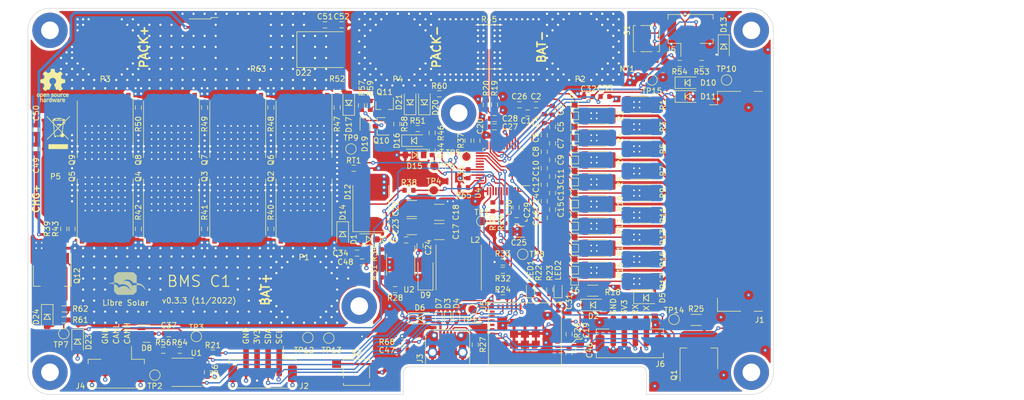
<source format=kicad_pcb>
(kicad_pcb (version 20221018) (generator pcbnew)
  (title_block (title "Libre Solar BMS C1") (date "2022-11-21") (rev "v0.3.3") (company "Libre Solar Technologies GmbH") (comment 1 "Website: https://libre.solar") (comment 2 "Author: Martin Jäger") (comment 3 "License: CERN-OHL-W"))
  (layers (0 "F.Cu" signal) (1 "In1.Cu" power) (2 "In2.Cu" power) (31 "B.Cu" signal) (34 "B.Paste" user) (35 "F.Paste" user) (36 "B.SilkS" user "B.Silkscreen") (37 "F.SilkS" user "F.Silkscreen") (38 "B.Mask" user) (39 "F.Mask" user) (44 "Edge.Cuts" user))
  (net 0 "")
  (net 1 "+3V3")
  (net 2 "/BQ76952/VC15")
  (net 3 "/BQ76952/VC14")
  (net 4 "/BQ76952/VC13")
  (net 5 "/BQ76952/VC12")
  (net 6 "/BQ76952/VC11")
  (net 7 "/BQ76952/VC10")
  (net 8 "/BQ76952/VC9")
  (net 9 "Net-(LED1-Pad2)")
  (net 10 "Net-(LED2-Pad2)")
  (net 11 "/BQ76952/VC16")
  (net 12 "GND")
  (net 13 "/BQ76952/VC8")
  (net 14 "/BQ76952/VC7")
  (net 15 "/BQ76952/VC6")
  (net 16 "/BQ76952/VC5")
  (net 17 "/BQ76952/VC4")
  (net 18 "/BQ76952/VC3")
  (net 19 "/BQ76952/VC2")
  (net 20 "/BQ76952/VC1")
  (net 21 "/BQ76952/VC0")
  (net 22 "Net-(D5-Pad1)")
  (net 23 "/C16+")
  (net 24 "/BAT+")
  (net 25 "/Power Supply/VIN")
  (net 26 "/Power Supply/SW")
  (net 27 "/Power Supply/FB")
  (net 28 "+5V")
  (net 29 "/C1-")
  (net 30 "/C2+")
  (net 31 "/C4+")
  (net 32 "/C6+")
  (net 33 "/C8+")
  (net 34 "/C10+")
  (net 35 "/C12+")
  (net 36 "/C14+")
  (net 37 "/C1+")
  (net 38 "/C3+")
  (net 39 "/C5+")
  (net 40 "/C7+")
  (net 41 "/C9+")
  (net 42 "/C11+")
  (net 43 "/C13+")
  (net 44 "/C15+")
  (net 45 "/BQ76952/BAT")
  (net 46 "/BTN_LOW")
  (net 47 "/ESP32-C3 MCU/USB_D-")
  (net 49 "/BQ76952/SRP")
  (net 50 "/TEMP1")
  (net 52 "/TEMP2")
  (net 53 "/BQ76952/SRN")
  (net 54 "/BQ76952/CP1")
  (net 57 "/ESP32-C3 MCU/USB_D+")
  (net 58 "Net-(C24-Pad1)")
  (net 59 "/BQ76952/BTN_HIGH")
  (net 60 "/BQ76952/PDSG")
  (net 61 "/CAN_H")
  (net 62 "/CAN_L")
  (net 63 "/UART_TX")
  (net 64 "/BQ76952/PACK")
  (net 65 "/UART_RX")
  (net 66 "Net-(Q1-Pad1)")
  (net 67 "/ESP32-C3 MCU/CAN_STB")
  (net 68 "/LED_GREEN")
  (net 69 "/LED_RED")
  (net 70 "/BQ76952/ALERT")
  (net 71 "/BQ76952/LD")
  (net 72 "/PACK+")
  (net 73 "/BQ76952/CHG")
  (net 74 "/BAT-")
  (net 75 "Net-(R34-Pad1)")
  (net 76 "Net-(J3-Pad4)")
  (net 77 "/PACK-")
  (net 78 "/Power Supply/EN")
  (net 79 "Net-(C34-Pad2)")
  (net 80 "Net-(C49-Pad2)")
  (net 81 "Net-(C51-Pad2)")
  (net 82 "Net-(D15-Pad1)")
  (net 83 "Net-(D20-Pad2)")
  (net 84 "Net-(D20-Pad1)")
  (net 85 "Net-(D24-Pad2)")
  (net 86 "Net-(Q2-Pad1)")
  (net 87 "Net-(Q3-Pad1)")
  (net 88 "Net-(Q4-Pad1)")
  (net 89 "Net-(Q5-Pad1)")
  (net 90 "Net-(Q6-Pad1)")
  (net 91 "Net-(Q7-Pad1)")
  (net 92 "Net-(Q8-Pad1)")
  (net 93 "Net-(Q9-Pad1)")
  (net 94 "Net-(Q11-Pad3)")
  (net 95 "Net-(Q12-Pad2)")
  (net 96 "Net-(R24-Pad1)")
  (net 111 "/Power Part/CHG_G")
  (net 112 "/Power Part/DSG_G")
  (net 113 "/I2C_SDA")
  (net 114 "/I2C_SCL")
  (net 115 "/ESP32-C3 MCU/NRST")
  (net 116 "/ESP32-C3 MCU/BOOT")
  (net 117 "/BQ76952/DSG")
  (net 118 "/ESP32-C3 MCU/CAN_TX")
  (net 119 "/BQ76952/WAKE")
  (net 120 "/REG18")
  (net 121 "Net-(R21-Pad1)")
  (net 122 "/ESP32-C3 MCU/CAN_RX")
  (net 123 "/FUSE")
  (net 124 "Net-(Q1-Pad2)")
  (net 130 "/TEMP_FETS")
  (net 131 "Net-(D16-Pad1)")
  (net 132 "/BQ76952/SHUNT_P")
  (net 133 "/BQ76952/SHUNT_N")
  (net 134 "Net-(D16-Pad2)")
  (net 135 "Net-(Q10-Pad3)")
  (net 136 "/CHG+")
  (net 137 "Net-(C37-Pad1)")
  (net 138 "Net-(R65-Pad1)")
  (footprint "LibreSolar:LIBRESOLAR_LOGO" (layer "F.Cu") (at 95.6625 101.90225)
    (fp_text reference "LOGO2" hide)
    (fp_text value "LIBRE_SOLAR" hide)
  )
  (footprint "LibreSolar:R_2010_5025" (layer "F.Cu") (at 191 67.5 180)
    (fp_text reference "R1")
    (fp_text value "20")
  )
  (footprint "LibreSolar:R_0603_1608" (layer "F.Cu") (at 198 60 180)
    (fp_text reference "R54")
    (fp_text value "4.7k")
  )
  (footprint "LibreSolar:C_1210_3225" (layer "F.Cu") (at 149.5 89.6)
    (fp_text reference "C23")
    (fp_text value "2.2µF")
  )
  (footprint "LibreSolar:C_1210_3225" (layer "F.Cu") (at 154.5 90.5 180)
    (fp_text reference "C17")
    (fp_text value "47µF")
  )
  (footprint "LibreSolar:C_1210_3225" (layer "F.Cu") (at 154.5 87 180)
    (fp_text reference "C18")
    (fp_text value "47µF")
  )
  (footprint "LibreSolar:Bourns_SRN8040TA" (layer "F.Cu") (at 158 97 90)
    (fp_text reference "L2")
    (fp_text value "10µH")
  )
  (footprint "LibreSolar:R_0603_1608" (layer "F.Cu") (at 144 98 90)
    (fp_text reference "R31")
    (fp_text value "29.4k")
  )
  (footprint "Button_Switch_SMD:SW_SPST_TL3305A" (layer "F.Cu") (at 192 55.5 -90)
    (fp_text reference "S1")
    (fp_text value "SW_PUSH")
  )
  (footprint "MountingHole:MountingHole_3.2mm_M3_Pad_TopBottom" (layer "F.Cu") (at 158 69)
    (fp_text reference "H2" hide)
    (fp_text value "MountingHole")
  )
  (footprint "MountingHole:MountingHole_3.2mm_M3_Pad_TopBottom" (layer "F.Cu") (at 84 54)
    (fp_text reference "H1" hide)
    (fp_text value "MountingHole")
  )
  (footprint "LibreSolar:R_0603_1608" (layer "F.Cu") (at 202 60 180)
    (fp_text reference "R53")
    (fp_text value "6.8k")
  )
  (footprint "LibreSolar:C_0603_1608" (layer "F.Cu") (at 151 93 -90)
    (fp_text reference "C24")
    (fp_text value "100nF")
  )
  (footprint "LibreSolar:R_0603_1608" (layer "F.Cu") (at 146.5 101 180)
    (fp_text reference "R28")
    (fp_text value "100k")
  )
  (footprint "Symbol:WEEE-Logo_4.2x6mm_SilkScreen" (layer "F.Cu") (at 85.5 72.5)
    (fp_text reference "REF**" hide)
    (fp_text value "WEEE-Logo_4.2x6mm_SilkScreen" hide)
  )
  (footprint "Symbol:OSHW-Logo_5.7x6mm_SilkScreen" (layer "F.Cu") (at 84.5 64)
    (fp_text reference "LOGO1" hide)
    (fp_text value "OPEN_HARDWARE" hide)
  )
  (footprint "TestPoint:TestPoint_Pad_1.0x1.0mm" (layer "F.Cu") (at 179 79.5)
    (fp_text reference "TP22" hide)
    (fp_text value "TestPoint")
  )
  (footprint "LibreSolar:C_0603_1608" (layer "F.Cu") (at 173.5 85 90)
    (fp_text reference "C14")
    (fp_text value "220nF")
  )
  (footprint "LibreSolar:D_SOD-123F" (layer "F.Cu") (at 141.7 91.9 180)
    (fp_text reference "D1")
    (fp_text value "PMEG10010ELRX")
  )
  (footprint "LED_SMD:LED_0603_1608Metric" (layer "F.Cu") (at 176 101 90)
    (fp_text reference "LED2")
    (fp_text value "LED green")
  )
  (footprint "LibreSolar:D_SOD-123" (layer "F.Cu") (at 89 110.5 -90)
    (fp_text reference "D23")
    (fp_text value "75V")
  )
  (footprint "LibreSolar:R_2010_5025" (layer "F.Cu") (at 191 71.5 180)
    (fp_text reference "R3")
    (fp_text value "20")
  )
  (footprint "LibreSolar:R_0603_1608" (layer "F.Cu") (at 150.6 71.8 180)
    (fp_text reference "R51")
    (fp_text value "68k")
  )
  (footprint "LibreSolar:D_SOD-123" (layer "F.Cu") (at 137 91 -90)
    (fp_text reference "D14")
    (fp_text value "16V")
  )
  (footprint "Connector_JST:JST_PH_B4B-PH-SM4-TB_1x04-1MP_P2.00mm_Vertical" (layer "F.Cu") (at 189 109 180)
    (fp_text reference "J6")
    (fp_text value "B4B-PH-SM4")
  )
  (footprint "TestPoint:TestPoint_Pad_D1.5mm" (layer "F.Cu") (at 160.5 104.6)
    (fp_text reference "TP11")
    (fp_text value "TestPoint")
  )
  (footprint "LibreSolar:C_1206_3216" (layer "F.Cu") (at 169 90.5 180)
    (fp_text reference "C25")
    (fp_text value "1µF")
  )
  (footprint "LibreSolar:C_0603_1608" (layer "F.Cu") (at 170.5 69 180)
    (fp_text reference "C1")
    (fp_text value "220nF")
  )
  (footprint "Package_TO_SOT_SMD:SOT-223-3_TabPin2" (layer "F.Cu") (at 84.4 98.5 -90)
    (fp_text reference "Q12")
    (fp_text value "ZXMP10A17GTA")
  )
  (footprint "LibreSolar:R_0603_1608" (layer "F.Cu") (at 148 110.5 180)
    (fp_text reference "R68")
    (fp_text value "10k")
  )
  (footprint "TestPoint:TestPoint_Pad_1.0x1.0mm" (layer "F.Cu") (at 179 67.5)
    (fp_text reference "TP16" hide)
    (fp_text value "TestPoint")
  )
  (footprint "LibreSolar:D_SOD-123F" (layer "F.Cu") (at 151.1 106.2)
    (fp_text reference "D6")
    (fp_text value "PMEG10010ELRX")
  )
  (footprint "TestPoint:TestPoint_Pad_1.0x1.0mm" (layer "F.Cu") (at 179 97.5)
    (fp_text reference "TP31" hide)
    (fp_text value "TestPoint")
  )
  (footprint "Package_TO_SOT_SMD:Infineon_PG-HSOF-8-1_ThermalVias" (layer "F.Cu") (at 106 72 -90)
    (fp_text reference "Q8")
    (fp_text value "IPT015N10N5")
  )
  (footprint "LibreSolar:R_1206_3216" (layer "F.Cu") (at 201 106.5 180)
    (fp_text reference "R25")
    (fp_text value "10")
  )
  (footprint "TestPoint:TestPoint_Pad_D1.5mm" (layer "F.Cu") (at 138.5 75.5)
    (fp_text reference "TP9")
    (fp_text value "TestPoint")
  )
  (footprint "LibreSolar:R_0603_1608" (layer "F.Cu") (at 124 68 -90)
    (fp_text reference "R48")
    (fp_text value "47")
  )
  (footprint "LibreSolar:R_2010_5025" (layer "F.Cu") (at 191 87.5 180)
    (fp_text reference "R11")
    (fp_text value "20")
  )
  (footprint "MountingHole:MountingHole_3.2mm_M3_Pad_TopBottom" (layer "F.Cu") (at 84 116)
    (fp_text reference "H4" hide)
    (fp_text value "MountingHole")
  )
  (footprint "TestPoint:TestPoint_Pad_1.0x1.0mm" (layer "F.Cu") (at 179 91.5)
    (fp_text reference "TP28" hide)
    (fp_text value "TestPoint")
  )
  (footprint "LibreSolar:R_2010_5025" (layer "F.Cu") (at 183.3 69.5 180)
    (fp_text reference "R2")
    (fp_text value "20")
  )
  (footprint "TestPoint:TestPoint_Pad_D1.5mm" (layer "F.Cu") (at 159.4 76.9)
    (fp_text reference "TP5")
    (fp_text value "TestPoint")
  )
  (footprint "MountingHole:MountingHole_3.2mm_M3_Pad_TopBottom" (layer "F.Cu") (at 211 54)
    (fp_text reference "H3" hide)
    (fp_text value "MountingHole")
  )
  (footprint "TestPoint:TestPoint_Pad_D1.5mm" (layer "F.Cu") (at 153.5 83)
    (fp_text reference "TP4")
    (fp_text value "TestPoint")
  )
  (footprint "LibreSolar:D_SOD-123" (layer "F.Cu") (at 192 102.5)
    (fp_text reference "D5")
    (fp_text value "BAT46W")
  )
  (footprint "LibreSolar:R_Shunt_5931_Kelvin" (layer "F.Cu") (at 163.5 57 180)
    (fp_text reference "R45")
    (fp_text value "300µ")
  )
  (footprint "LibreSolar:R_0603_1608" (layer "F.Cu") (at 86.5 104.5)
    (fp_text reference "R62")
    (fp_text value "1M")
  )
  (footprint "LibreSolar:R_0603_1608" (layer "F.Cu") (at 153.2 72.6 90)
    (fp_text reference "R46")
    (fp_text value "1k")
  )
  (footprint "LibreSolar:C_0603_1608" (layer "F.Cu") (at 81.5 72 90)
    (fp_text reference "C50")
    (fp_text value "100nF")
  )
  (footprint "Button_Switch_SMD:SW_SPST_TL3305A" (layer "F.Cu") (at 139.5 116)
    (fp_text reference "S2")
    (fp_text value "SW_PUSH")
  )
  (footprint "LibreSolar:R_0603_1608" (layer "F.Cu") (at 144 94.5 -90)
    (fp_text reference "R34")
    (fp_text value "49.9k")
  )
  (footprint "LibreSolar:R_2010_5025" (layer "F.Cu") (at 183.3 73.5 180)
    (fp_text reference "R4")
    (fp_text value "20")
  )
  (footprint "LibreSolar:C_0603_1608" (layer "F.Cu") (at 175 83.5 90)
    (fp_text reference "C13")
    (fp_text value "220nF")
  )
  (footprint "MountingHole:MountingHole_3.2mm_M3_Pad_TopBottom" (layer "F.Cu") (at 140 104)
    (fp_text reference "H5" hide)
    (fp_text value "MountingHole")
  )
  (footprint "LibreSolar:C_0603_1608" (layer "F.Cu") (at 148 112 180)
    (fp_text reference "C47")
    (fp_text value "1µF")
  )
  (footprint "TestPoint:TestPoint_Pad_1.0x1.0mm" (layer "F.Cu") (at 179 89.5)
    (fp_text reference "TP27" hide)
    (fp_text value "TestPoint")
  )
  (footprint "LibreSolar:D_SOD-123" (layer "F.Cu") (at 83.5 106 -90)
    (fp_text reference "D24")
    (fp_text value "16V")
  )
  (footprint "LibreSolar:R_0603_1608" (layer "F.Cu") (at 166 97.5 180)
    (fp_text reference "R32")
    (fp_text value "2.2k")
  )
  (footprint "TestPoint:TestPoint_Pad_1.0x1.0mm" (layer "F.Cu") (at 179 73.5)
    (fp_text reference "TP19" hide)
    (fp_text value "TestPoint")
  )
  (footprint "Package_TO_SOT_SMD:SOT-23" (layer "F.Cu") (at 101.5 109)
    (fp_text reference "D8")
    (fp_text value "PESD2CANFD")
  )
  (footprint "LibreSolar:R_2010_5025" (layer "F.Cu") (at 183.3 97.5 180)
    (fp_text reference "R16")
    (fp_text value "20")
  )
  (footprint "LibreSolar:R_0603_1608" (layer "F.Cu") (at 100 90 -90)
    (fp_text reference "R42")
    (fp_text value "47")
  )
  (footprint "NetTie:NetTie-2_SMD_Pad0.5mm" (layer "F.Cu") (at 188.5 62)
    (fp_text reference "NT1")
    (fp_text value "NetTie")
  )
  (footprint "Espressif:ESP32-C3-MINI-1" (layer "F.Cu") (at 170 109 180)
    (fp_text reference "U5")
    (fp_text value "ESP32-C3-MINI-1")
  )
  (footprint "LibreSolar:R_2010_5025" (layer "F.Cu") (at 183.3 85.5 180)
    (fp_text reference "R10")
    (fp_text value "20")
  )
  (footprint "LibreSolar:D_SOD-523" (layer "F.Cu") (at 156 106.2 -90)
    (fp_text reference "D3")
    (fp_text value "ESD5B5.0ST1G")
  )
  (footprint "LibreSolar:R_0603_1608" (layer "F.Cu") (at 124 90 -90)
    (fp_text reference "R40")
    (fp_text value "47")
  )
  (footprint "LibreSolar:D_SOD-123" (layer "F.Cu") (at 199.5 66)
    (fp_text reference "D11")
    (fp_text value "3.6V")
  )
  (footprint "Package_TO_SOT_SMD:Infineon_PG-HSOF-8-1_ThermalVias" (layer "F.Cu") (at 118 72 -90)
    (fp_text reference "Q7")
    (fp_text value "IPT015N10N5")
  )
  (footprint "LibreSolar:D_SOD-323" (layer "F.Cu") (at 141 71.4 -90)
    (fp_text reference "D19")
    (fp_text value "5.1V")
  )
  (footprint "LibreSolar:R_0603_1608" (layer "F.Cu") (at 158.9 82.5 180)
    (fp_text reference "R65")
    (fp_text value "100k")
  )
  (footprint "LibreSolar:D_SOD-123" (layer "F.Cu") (at 182.4 103.8)
    (fp_text reference "D2")
    (fp_text value "BAT46W")
  )
  (footprint "Package_TO_SOT_SMD:Infineon_PG-HSOF-8-1_ThermalVias" (layer "F.Cu") (at 94 86 90)
    (fp_text reference "Q5")
    (fp_text value "IPT015N10N5")
  )
  (footprint "LibreSolar:Bourns_PWR163" (layer "F.Cu") (at 116.206 56)
    (fp_text reference "R63")
    (fp_text value "40")
  )
  (footprint "TestPoint:TestPoint_Pad_D1.5mm" (layer "F.Cu") (at 130.7 109.7 180)
    (fp_text reference "TP12")
    (fp_text value "TestPoint")
  )
  (footprint "LibreSolar:R_1206_3216" (layer "F.Cu") (at 182.3 101.2)
    (fp_text reference "R18")
    (fp_text value "100")
  )
  (footprint "LibreSolar:R_2010_5025" (layer "F.Cu") (at 191 75.5 180)
    (fp_text reference "R5")
    (fp_text value "20")
  )
  (footprint "LibreSolar:R_0603_1608" (layer "F.Cu") (at 154.5 65.5 180)
    (fp_text reference "R60")
    (fp_text value "10k")
  )
  (footprint "Connector_JST:JST_PH_B3B-PH-SM4-TB_1x03-1MP_P2.00mm_Vertical" (layer "F.Cu") (at 96 114.5 180)
    (fp_text reference "J4")
    (fp_text value "B3B-PH-SM4")
  )
  (footprint "LibreSolar:R_2010_5025" (layer "F.Cu") (at 191 91.5 180)
    (fp_text reference "R13")
    (fp_text value "20")
  )
  (footprint "LibreSolar:USB_Micro-B_10103594-0001LF" (layer "F.Cu") (at 156 111)
    (fp_text reference "J3")
    (fp_text value "USB_B_Micro")
  )
  (footprint "LibreSolar:R_0603_1608" (layer "F.Cu") (at 164.5 67.5 -90)
    (fp_text reference "R19")
    (fp_text value "100")
  )
  (footprint "TestPoint:TestPoint_Pad_1.0x1.0mm" (layer "F.Cu") (at 179 85.5)
    (fp_text reference "TP25" hide)
    (fp_text value "TestPoint")
  )
  (footprint "LibreSolar:C_0603_1608" (layer "F.Cu") (at 175 77.5 90)
    (fp_text reference "C9")
    (fp_text value "220nF")
  )
  (footprint "LibreSolar:R_0603_1608" (layer "F.Cu") (at 86.5 106.5 180)
    (fp_text reference "R61")
    (fp_text value "68k")
  )
  (footprint "LibreSolar:C_0603_1608" (layer "F.Cu") (at 175 86.5 90)
    (fp_text reference "C15")
    (fp_text value "220nF")
  )
  (footprint "TestPoint:TestPoint_Pad_D1.5mm" (layer "F.Cu") (at 162.2 88.6 90)
    (fp_text reference "TP1")
    (fp_text value "TestPoint")
  )
  (footprint "TestPoint:TestPoint_Pad_D1.5mm" (layer "F.Cu") (at 153.6 78.6)
    (fp_text reference "TP6")
    (fp_text value "TestPoint")
  )
  (footprint "LibreSolar:R_0603_1608" (layer "F.Cu") (at 104.5 112)
    (fp_text reference "R56")
    (fp_text value "62R")
  )
  (footprint "LibreSolar:R_0603_1608" (layer "F.Cu") (at 139 79 180)
    (fp_text reference "RT1")
    (fp_text value "10k")
  )
  (footprint "Fiducial:Fiducial_1mm_Mask2mm" (layer "F.Cu") (at 210 60 180)
    (fp_text reference "FID2" hide)
    (fp_text value "Fiducial")
  )
  (footprint "LibreSolar:R_0603_1608" (layer "F.Cu") (at 178 109.1 -90)
    (fp_text reference "R26")
    (fp_text value "1M")
  )
  (footprint "LibreSolar:C_0603_1608" (layer "F.Cu") (at 173.5 82 90)
    (fp_text reference "C12")
    (fp_text value "220nF")
  )
  (footprint "LibreSolar:C_0603_1608" (layer "F.Cu") (at 136.8 53)
    (fp_text reference "C52")
    (fp_text value "100nF")
  )
  (footprint "LibreSolar:C_0603_1608" (layer "F.Cu") (at 175 71.5 90)
    (fp_text reference "C5")
    (fp_text value "220nF")
  )
  (footprint "LibreSolar:R_0603_1608" (layer "F.Cu") (at 159.7 74 -90)
    (fp_text reference "R37")
    (fp_text value "0R")
  )
  (footprint "LibreSolar:C_0603_1608" (layer "F.Cu") (at 173.5 88 90)
    (fp_text reference "C16")
    (fp_text value "220nF")
  )
  (footprint "LibreSolar:R_2010_5025" (layer "F.Cu") (at 183.3 81.5 180)
    (fp_text reference "R8")
    (fp_text value "20")
  )
  (footprint "LibreSolar:R_0603_1608" (layer "F.Cu") (at 136 65 90)
    (fp_text reference "R52")
    (fp_text value "10M")
  )
  (footprint "LibreSolar:D_SOD-523" (layer "F.Cu") (at 154.4 106.2 -90)
    (fp_text reference "D7")
    (fp_text value "ESD5B5.0ST1G")
  )
  (footprint "Package_TO_SOT_SMD:Infineon_PG-HSOF-8-1_ThermalVias" (layer "F.Cu") (at 106 86 90)
    (fp_text reference "Q4")
    (fp_text value "IPT015N10N5")
  )
  (footprint "Package_QFP:TQFP-48_7x7mm_P0.5mm" (layer "F.Cu") (at 166 79 180)
    (fp_text reference "U4")
    (fp_text value "BQ76952")
  )
  (footprint "LibreSolar:C_0603_1608" (layer "F.Cu") (at 148.5 92)
    (fp_text reference "C40")
    (fp_text value "100nF")
  )
  (footprint "LibreSolar:C_0603_1608" (layer "F.Cu") (at 173.5 70 90)
    (fp_text reference "C4")
    (fp_text value "220nF")
  )
  (footprint "LibreSolar:R_0603_1608" (layer "F.Cu") (at 174.5 101 -90)
    (fp_text reference "R23")
    (fp_text value "1k")
  )
  (footprint "TestPoint:TestPoint_Pad_1.0x1.0mm" (layer "F.Cu") (at 179 71.5)
    (fp_text reference "TP18" hide)
    (fp_text value "TestPoint")
  )
  (footprint "Package_TO_SOT_SMD:Infineon_PG-HSOF-8-1_ThermalVias" (layer "F.Cu") (at 130 86 90)
    (fp_text reference "Q2")
    (fp_text value "IPT015N10N5")
  )
  (footprint "Diode_SMD:D_SOD-128" (layer "F.Cu") (at 152 98 90)
    (fp_text reference "D9")
    (fp_text value "VSS8D3M10-M3/I")
  )
  (footprint "LibreSolar:C_0603_1608" (layer "F.Cu") (at 81.5 75.5 90)
    (fp_text reference "C49")
    (fp_text value "100nF")
  )
  (footprint "LibreSolar:R_0603_1608" (layer "F.Cu") (at 161 111 -90)
    (fp_text reference "R27")
    (fp_text value "330k")
  )
  (footprint "LibreSolar:Wuerth_PowerOne_SMD_LF990005" (layer "F.Cu") (at 94 57 180)
    (fp_text reference "P3")
    (fp_text value "CONN_01X01")
  )
  (footprint "LibreSolar:R_0603_1608" (layer "F.Cu") (at 140.4 67.6 -90)
    (fp_text reference "R57")
    (fp_text value "470")
  )
  (footprint "LibreSolar:R_2010_5025" (layer "F.Cu") (at 191 99.5 180)
    (fp_text reference "R17")
    (fp_text value "20")
  )
  (footprint "LibreSolar:C_0603_1608" (layer "F.Cu") (at 173.5 79 90)
    (fp_text reference "C10")
    (fp_text value "220nF")
  )
  (footprint "LibreSolar:C_0603_1608" (layer "F.Cu") (at 159.7 80 -90)
    (fp_text reference "C35")
    (fp_text value "100pF")
  )
  (footprint "TestPoint:TestPoint_Pad_D1.5mm" (layer "F.Cu") (at 197 106.4)
    (fp_text reference "TP14")
    (fp_text value "TestPoint")
  )
  (footprint "TestPoint:TestPoint_Pad_1.0x1.0mm" (layer "F.Cu") (at 179 81.5)
    (fp_text reference "TP23" hide)
    (fp_text value "TestPoint")
  )
  (footprint "LibreSolar:R_2010_5025" (layer "F.Cu") (at 191 83.5 180)
    (fp_text reference "R9")
    (fp_text value "20")
  )
  (footprint "LibreSolar:D_SOD-523" (layer "F.Cu") (at 157.6 106.2 -90)
    (fp_text reference "D4")
    (fp_text value "ESD5B5.0ST1G")
  )
  (footprint "Package_TO_SOT_SMD:Infineon_PG-HSOF-8-1_ThermalVias" (layer "F.Cu") (at 118 86 90)
    (fp_text reference "Q3")
    (fp_text value "IPT015N10N5")
  )
  (footprint "TestPoint:TestPoint_Pad_D1.5mm" (layer "F.Cu") (at 134.5 109.8 180)
    (fp_text reference "TP13")
    (fp_text value "TestPoint")
  )
  (footprint "LibreSolar:C_0603_1608" (layer "F.Cu") (at 139.6 94.4)
    (fp_text reference "C34")
    (fp_text value "100nF")
  )
  (footprint "LibreSolar:R_2010_5025" (layer "F.Cu") (at 183.3 93.5 180)
    (fp_text reference "R14")
    (fp_text value "20")
  )
  (footprint "LibreSolar:R_2010_5025" (layer "F.Cu") (at 191 95.5 180)
    (fp_text reference "R15")
    (fp_text value "20")
  )
  (footprint "LibreSolar:Wuerth_PowerOne_SMD_LF990005" (layer "F.Cu") (at 130 101)
    (fp_text reference "P1")
    (fp_text value "CONN_01X01")
  )
  (footprint "TestPoint:TestPoint_Pad_1.0x1.0mm" (layer "F.Cu") (at 179 99.5)
    (fp_text reference "TP32" hide)
    (fp_text value "TestPoint")
  )
  (footprint "TestPoint:TestPoint_Pad_1.0x1.0mm" (layer "F.Cu") (at 179 87.5)
    (fp_text reference "TP26" hide)
    (fp_text value "TestPoint")
  )
  (footprint "LibreSolar:R_0603_1608" (layer "F.Cu") (at 113.5 112.5)
    (fp_text reference "R21")
    (fp_text value "0R")
  )
  (footprint "TestPoint:TestPoint_Pad_1.0x1.0mm" (layer "F.Cu") (at 179 75.5)
    (fp_text reference "TP20" hide)
    (fp_text value "TestPoint")
  )
  (footprint "Connector_JST:JST_PH_B2B-PH-SM4-TB_1x02-1MP_P2.00mm_Vertical" (layer "F.Cu") (at 200 55.5)
    (fp_text reference "J5")
    (fp_text value "B2B-PH-SM4")
  )
  (footprint "TestPoint:TestPoint_Pad_D1.5mm" (layer "F.Cu") (at 206.5 63)
    (fp_text reference "TP10")
    (fp_text value "TestPoint")
  )
  (footprint "LibreSolar:D_SMC" (layer "F.Cu") (at 133.5 57.5)
    (fp_text reference "D22")
    (fp_text value "SMCJ60A")
  )
  (footprint "LibreSolar:R_0603_1608" (layer "F.Cu") (at 112 90 -90)
    (fp_text reference "R41")
    (fp_text value "47")
  )
  (footprint "LibreSolar:SOT-23" (layer "F.Cu") (at 144 71.4 180)
    (fp_text reference "Q10")
    (fp_text value "BSS84")
  )
  (footprint "LibreSolar:R_0603_1608" (layer "F.Cu") (at 136 68 -90)
    (fp_text reference "R47")
    (fp_text value "47")
  )
  (footprint "LibreSolar:R_2010_5025" (layer "F.Cu") (at 183.3 77.5 180)
    (fp_text reference "R6")
    (fp_text value "20")
  )
  (footprint "LibreSolar:C_0603_1608" (layer "F.Cu") (at 173.5 76 90)
    (fp_text reference "C8")
    (fp_text value "220nF")
  )
  (footprint "LibreSolar:R_0603_1608" (layer "F.Cu") (at 172.5 101 -90)
    (fp_text reference "R22")
    (fp_text value "1k")
  )
  (footprint "LibreSolar:R_0603_1608" (layer "F.Cu") (at 86.5 90 -90)
    (fp_text reference "R39")
    (fp_text value "10M")
  )
  (footprint "LibreSolar:C_0603_1608" (layer "F.Cu") (at 105.5 109 180)
    (fp_text reference "C37")
    (fp_text value "100nF")
  )
  (footprint "MountingHole:MountingHole_3.2mm_M3_Pad_TopBottom" (layer "F.Cu") (at 211 116)
    (fp_text reference "H6" hide)
    (fp_text value "MountingHole")
  )
  (footprint "TestPoint:TestPoint_Pad_D1.5mm" (layer "F.Cu") (at 169.6 94.6)
    (fp_text reference "TP8")
    (fp_text value "TestPoint")
  )
  (footprint "LibreSolar:SOT-23" (layer "F.Cu") (at 144.6 67.6 -90)
    (fp_text reference "Q11")
    (fp_text value "BSS123N")
  )
  (footprint "TestPoint:TestPoint_Pad_D1.5mm" (layer "F.Cu") (at 103 116.5 180)
    (fp_text reference "TP2")
    (fp_text value "TestPoint")
  )
  (footprint "LibreSolar:R_0603_1608" (layer "F.Cu") (at 100 68 -90)
    (fp_text reference "R50")
    (fp_text value "47")
  )
  (footprint "LibreSolar:R_0603_1608" (layer "F.Cu") (at 165.7 86 -90)
    (fp_text reference "R29")
    (fp_text value "10k")
  )
  (footprint "LibreSolar:C_0603_1608" (layer "F.Cu") (at 181.5 66 180)
    (fp_text reference "C32")
    (fp_text value "100pF")
  )
  (footprint "LibreSolar:C_0603_1608" (layer "F.Cu") (at 173.5 73 90)
    (fp_text reference "C6")
    (fp_text value "220nF")
  )
  (footprint "Connector_JST:JST_PH_B4B-PH-SM4-TB_1x04-1MP_P2.00mm_Vertical" (layer "F.Cu") (at 122.5 114.5 180)
    (fp_text reference "J2")
    (fp_text value "B4B-PH-SM4")
  )
  (footprint "LibreSolar:C_0603_1608" (layer "F.Cu") (at 140.5 96)
    (fp_text reference "C48")
    (fp_text value "100nF")
  )
  (footprint "Connector_Wire:SolderWirePad_1x01_SMD_5x10mm" (layer "F.Cu") (at 85 84.5)
    (fp_text reference "P5")
    (fp_text value "CONN_01X01")
  )
  (footprint "Package_SO:SOIC-8-1EP_3.9x4.9mm_P1.27mm_EP2.29x3mm" (layer "F.Cu") (at 147.5 96.5 -90)
    (fp_text reference "U2")
    (fp_text value "LMR16030")
  )
  (footprint "LibreSolar:R_0603_1608" (layer "F.Cu") (at 112 68 -90)
    (fp_text reference "R49")
    (fp_text value "47")
  )
  (footprint "LibreSolar:Wuerth_PowerOne_SMD_LF990005" (layer "F.Cu") (at 147 57 180)
    (fp_text reference "P4")
    (fp_text value "CONN_01X01")
  )
  (footprint "LibreSolar:D_SOD-123" (layer "F.Cu") (at 151.8 67 90)
    (fp_text reference "D20")
    (fp_text value "BAT46W")
  )
  (footprint "LibreSolar:R_0603_1608" (layer "F.Cu") (at 146.8 71 90)
    (fp_text reference "R58")
    (fp_text value "470")
  )
  (footprint "LibreSolar:R_0603_1608" (layer "F.Cu") (at 166 96 180)
    (fp_text reference "R33")
    (fp_text value "2.2k")
  )
  (footprint "Fiducial:Fiducial_1mm_Mask2mm" (layer "F.Cu") (at 82.5 110.5)
    (fp_text reference "FID1" hide)
    (fp_text value "Fiducial")
  )
  (footprint "LibreSolar:C_0603_1608" (layer "F.Cu") (at 164.5 71.5 180)
    (fp_text reference "C27")
    (fp_text value "100pF")
  )
  (footprint "TestPoint:TestPoint_Pad_1.0x1.0mm" (layer "F.Cu") (at 179 69.5)
    (fp_text reference "TP17" hide)
    (fp_text value "TestPoint")
  )
  (footprint "LibreSolar:R_0603_1608" (layer "F.Cu") (at 163 67.5 -90)
    (fp_text reference "R20")
    (fp_text value "100")
  )
  (footprint "Package_SO:SOIC-8_3.9x4.9mm_P1.27mm" (layer "F.Cu") (at 108 116 180)
    (fp_text reference "U1")
    (fp_text value "SN65HVD230")
  )
  (footprint "LibreSolar:C_0805_2012" (layer "F.Cu") (at 180 112 -90)
    (fp_text reference "C46")
    (fp_text value "10µF")
  )
  (footprint "LibreSolar:D_SOD-123" (layer "F.Cu") (at 138.1 67.1 90)
    (fp_text reference "D17")
    (fp_text value "16V")
  )
  (footprint "LibreSolar:D_SOD-123" (layer "F.Cu") (at 199.5 63.5)
    (fp_text reference "D10")
    (fp_text value "BAT46W")
  )
  (footprint "LibreSolar:R_2010_5025" (layer "F.Cu") (at 183.3 89.5 180)
    (fp_text reference "R12")
    (fp_text value "20")
  )
  (footprint "TestPoint:TestPoint_Pad_1.0x1.0mm" (layer "F.Cu") (at 179 83.5)
    (fp_text reference "TP24" hide)
    (fp_text value "TestPoint")
  )
  (footprint "TestPoint:TestPoint_Pad_D1.5mm" (layer "F.Cu") (at 110.5 109.5)
    (fp_text reference "TP3")
    (fp_text value "TestPoint")
  )
  (footprint "LibreSolar:C_0603_1608" (layer "F.Cu") (at 164.5 70 180)
    (fp_text reference "C28")
    (fp_text value "100nF")
  )
  (footprint "LibreSolar:Wuerth_PowerOne_SMD_LF990005" (layer "F.Cu") (at 180 57 180)
    (fp_text reference "P2")
    (fp_text value "CONN_01X01")
  )
  (footprint "LibreSolar:D_SOD-123" (layer "F.Cu") (at 149.2 67 90)
    (fp_text reference "D21")
    (fp_text value "16V")
  )
  (footprint "TestPoint:TestPoint_Pad_1.0x1.0mm" (layer "F.Cu") (at 179 95.5)
    (fp_text reference "TP30" hide)
    (fp_text value "TestPoint")
  )
  (footprint "Connector_Molex:Molex_Micro-Fit_3.0_43045-2410_2x12-1MP_P3.00mm_Horizontal" (layer "F.Cu") (at 202.5 85 -90)
    (fp_text reference "J1")
    (fp_text value "MicroFit 2x12")
  )
  (footprint "LibreSolar:C_0603_1608" (layer "F.Cu") (at 168.4 86.1 90)
    (fp_text reference "C30")
    (fp_text value "1µF")
  )
  (footprint "LibreSolar:R_0603_1608" (layer "F.Cu") (at 153.2 75.8 90)
    (fp_text reference "R44")
    (fp_text value "100")
  )
  (footprint "LibreSolar:R_0603_1608" (layer "F.Cu") (at 164.2 86 -90)
    (fp_text reference "R30")
    (fp_text value "10k")
  )
  (footprint "LibreSolar:R_0603_1608" (layer "F.Cu") (at 149 83 180)
    (fp_text reference "R38")
    (fp_text value "100")
  )
  (footprint "LibreSolar:C_0603_1608" (layer "F.Cu") (at 175 80.5 90)
    (fp_text reference "C11")
    (fp_text value "220nF")
  )
  (footprint "LibreSolar:C_0603_1608" (layer "F.Cu") (at 184.5 66)
    (fp_text reference "C33")
    (fp_text value "100pF")
  )
  (footprint "LibreSolar:C_0603_1608" (layer "F.Cu") (at 175 68.5 90)
    (fp_text reference "C3")
    (fp_text value "220nF")
  )
  (footprint "LibreSolar:D_SMC" (layer "F.Cu") (at 142.1 85.7 90)
    (fp_text reference "D12")
    (fp_text value "SMCJ60A")
  )
  (footprint "LibreSolar:C_0603_1608" (layer "F.Cu") (at 168.5 88.5 180)
    (fp_text reference "C29")
    (fp_text value "100pF")
  )
  (footprint "Package_TO_SOT_SMD:SOT-223" (layer "F.Cu") (at 201.5 113.5 90)
    (fp_text reference "Q1")
    (fp_text value "DMN10H220LE")
  )
  (footprint "LibreSolar:C_0603_1608" (layer "F.Cu") (at 178 112.5 -90)
    (fp_text reference "C19")
    (fp_text value "100nF")
  )
  (footprint "LibreSolar:D_SOD-123" (layer "F.Cu") (at 150 74)
    (fp_text reference "D16")
    (fp_text value "BAT46W")
  )
  (footprint "LibreSolar:R_0603_1608" (layer "F.Cu") (at 107.5 112)
    (fp_text reference "R64")
    (fp_text value "62R")
  )
  (footprint "LibreSolar:D_SOD-123" (layer "F.Cu") (at 150 76.6 180)
    (fp_text reference "D15")
    (fp_text value "BAT46W")
  )
  (footprint "LibreSolar:C_0603_1608" (layer "F.Cu") (at 175 74.5 90)
    (fp_text reference "C7")
    (fp_text value "220nF")
  )
  (footprint "LibreSolar:C_0603_1608" (layer "F.Cu") (at 172 67.5 180)
    (fp_text reference "C2")
    (fp_text value "220nF")
  )
  (footprint "TestPoint:TestPoint_Pad_D1.5mm" (layer "F.Cu") (at 193 63)
    (fp_text reference "TP15")
    (fp_text value "TestPoint")
  )
  (footprint "LibreSolar:R_2010_5025" (layer "F.Cu") (at 191 79.5 180)
    (fp_text reference "R7")
    (fp_text value "20")
  )
  (footprint "LibreSolar:C_0603_1608" (layer "F.Cu") (at 169 67.5 180)
    (fp_text reference "C26")
    (fp_text value "220nF")
  )
  (footprint "LibreSolar:C_0603_1608" (layer "F.Cu") (at 112.5 116 -90)
    (fp_text reference "C36")
    (fp_text value "100nF")
  )
  (footprint "LibreSolar:C_0603_1608" (layer "F.Cu") (at 133.8 53)
    (fp_text reference "C51")
    (fp_text value "100nF")
  )
  (footprint "TestPoint:TestPoint_Pad_1.0x1.0mm" (layer "F.Cu") (at 179 77.5)
    (fp_text reference "TP21" hide)
    (fp_text value "TestPoint")
  )
  (footprint "Package_TO_SOT_SMD:Infineon_PG-HSOF-8-1_ThermalVias" (layer "F.Cu") (at 130 72 -90)
    (fp_text reference "Q6")
    (fp_text value "IPT015N10N5")
  )
  (footprint "LibreSolar:C_1210_3225" (layer "F.Cu") (at 149.5 86.3)
    (fp_text reference "C22")
    (fp_text value "2.2µF")
  )
  (footprint "LibreSolar:R_0603_1608" (layer "F.Cu") (at 142 67.6 90)
    (fp_text reference "R59")
    (fp_text value "10M")
  )
  (footprint "Package_TO_SOT_SMD:Infineon_PG-HSOF-8-1_ThermalVias" (layer "F.Cu") (at 94 72 -90)
    (fp_text reference "Q9")
    (fp_text value "IPT015N10N5")
  )
  (footprint "TestPoint:TestPoint_Pad_1.0x1.0mm" (layer "F.Cu") (at 179 93.5)
    (fp_text reference "TP29" hide)
    (fp_text value "TestPoint")
  )
  (footprint "LibreSolar:R_0603_1608" (layer "F.Cu") (at 166 102.5 180)
    (fp_text reference "R24")
    (fp_text value "10k")
  )
  (footprint "LibreSolar:C_0603_1608" (layer "F.Cu") (at 161.3 74 90)
    (fp_text reference "C20")
    (fp_text value "2.2µF")
  )
  (footprint "LibreSolar:D_SOD-123F" (layer "F.Cu") (at 206 57 -90)
    (fp_text reference "D13")
    (fp_text value "PMEG10010ELRX")
  )
  (footprint "TestPoint:TestPoint_Pad_D1.5mm" (layer "F.Cu") (at 86.5 109)
    (fp_text reference "TP7")
    (fp_text value "TestPoint")
  )
  (footprint "LibreSolar:R_0603_1608" (layer "F.Cu") (at 88 90 -90)
    (fp_text reference "R43")
    (fp_text value "47")
  )
  (footprint "LibreSolar:C_0603_1608" (layer "F.Cu") (at 178 106 -90)
    (fp_text reference "C31")
    (fp_text value "100nF")
  )
  (footprint "LED_SMD:LED_0603_1608Metric" (layer "F.Cu") (at 171 101 90)
    (fp_text reference "LED1")
    (fp_text value "LED red")
  )
  (gr_line (start 180.4 109.8) (end 180.2 110) (stroke (width 0.15)) (layer "F.SilkS"))
  (gr_line (start 170.4 88.6) (end 170 88.6) (stroke (width 0.15)) (layer "F.SilkS"))
  (gr_line (start 170.4 88.2) (end 170.4 88.6) (stroke (width 0.15)) (layer "F.SilkS"))
  (gr_line (start 179.3 110) (end 178.4 110.9) (stroke (width 0.15)) (layer "F.SilkS"))
  (gr_line (start 180.2 110) (end 179.3 110) (stroke (width 0.15)) (layer "F.SilkS"))
  (gr_arc (start 80 54) (mid 81.171573 51.171573) (end 84 50) (stroke (width 0.1)) (layer "Edge.Cuts"))
  (gr_arc (start 191 115) (mid 191.707107 115.292893) (end 192 116) (stroke (width 0.1)) (layer "Edge.Cuts"))
  (gr_arc (start 84 120) (mid 81.171573 118.828427) (end 80 116) (stroke (width 0.1)) (layer "Edge.Cuts"))
  (gr_arc (start 148 116) (mid 148.292893 115.292893) (end 149 115) (stroke (width 0.1)) (layer "Edge.Cuts"))
  (gr_line (start 148 120) (end 148 116) (stroke (width 0.1)) (layer "Edge.Cuts"))
  (gr_arc (start 215 116) (mid 213.828427 118.828427) (end 211 120) (stroke (width 0.1)) (layer "Edge.Cuts"))
  (gr_line (start 211 50) (end 84 50) (stroke (width 0.1)) (layer "Edge.Cuts"))
  (gr_line (start 192 120) (end 211 120) (stroke (width 0.1)) (layer "Edge.Cuts"))
  (gr_line (start 80 116) (end 80 54) (stroke (width 0.1)) (layer "Edge.Cuts"))
  (gr_line (start 149 115) (end 191 115) (stroke (width 0.1)) (layer "Edge.Cuts"))
  (gr_line (start 215 116) (end 215 54) (stroke (width 0.1)) (layer "Edge.Cuts"))
  (gr_arc (start 211 50) (mid 213.828427 51.171573) (end 215 54) (stroke (width 0.1)) (layer "Edge.Cuts"))
  (gr_line (start 192 116) (end 192 120) (stroke (width 0.1)) (layer "Edge.Cuts"))
  (gr_line (start 84 120) (end 148 120) (stroke (width 0.1)) (layer "Edge.Cuts"))
  (gr_text "CHG+" (at 81.5 84.5 90) (layer "F.SilkS") (effects (font (size 1.2 1.2) (thickness 0.25))))
  (gr_text "PACK-" (at 154 57 90) (layer "F.SilkS") (effects (font (size 1.5 1.5) (thickness 0.3))))
  (gr_text "PACK+" (at 101 57 90) (layer "F.SilkS") (effects (font (size 1.5 1.5) (thickness 0.3))))
  (gr_text "GND" (at 186 105.7 90) (layer "F.SilkS") (effects (font (size 1 1)) (justify left)))
  (gr_text "GND" (at 119.5 111 90) (layer "F.SilkS") (effects (font (size 1 1)) (justify left)))
  (gr_text "TX" (at 192 105.7 90) (layer "F.SilkS") (effects (font (size 1 1)) (justify left)))
  (gr_text "v0.3.3 (11/2022)" (at 111 103) (layer "F.SilkS") (effects (font (size 1 1))))
  (gr_text "RX" (at 190 105.7 90) (layer "F.SilkS") (effects (font (size 1 1)) (justify left)))
  (gr_text "3V3" (at 121.5 111 90) (layer "F.SilkS") (effects (font (size 1 1)) (justify left)))
  (gr_text "0" (at 178.5 65.9) (layer "F.SilkS") (effects (font (size 1 1))))
  (gr_text "BAT+" (at 123 101 90) (layer "F.SilkS") (effects (font (size 1.5 1.5) (thickness 0.3))))
  (gr_text "CANH" (at 98 111 90) (layer "F.SilkS") (effects (font (size 1 1)) (justify left)))
  (gr_text "BAT-" (at 173 57 90) (layer "F.SilkS") (effects (font (size 1.5 1.5) (thickness 0.3))))
  (gr_text "3V3" (at 188 105.7 90) (layer "F.SilkS") (effects (font (size 1 1)) (justify left)))
  (gr_text "SDA" (at 123.5 111 90) (layer "F.SilkS") (effects (font (size 1 1)) (justify left)))
  (gr_text "CANL" (at 96 111 90) (layer "F.SilkS") (effects (font (size 1 1)) (justify left)))
  (gr_text "16" (at 179 101.1) (layer "F.SilkS") (effects (font (size 1 1))))
  (gr_text "GND" (at 94 111 90) (layer "F.SilkS") (effects (font (size 1 1)) (justify left)))
  (gr_text "BMS C1" (at 111 99.5) (layer "F.SilkS") (effects (font (size 2 2) (thickness 0.2))))
  (gr_text "SCL" (at 125.5 111 90) (layer "F.SilkS") (effects (font (size 1 1)) (justify left)))
  (segment (start 163.6 91.9) (end 158.7 87) (width 0.2) (layer "F.Cu") (net 1))
  (segment (start 158.7 87) (end 156 87) (width 0.2) (layer "F.Cu") (net 1))
  (segment (start 148.3 101) (end 150.3 103) (width 0.2) (layer "F.Cu") (net 1))
  (segment (start 112.335 115.365) (end 112.5 115.2) (width 0.3) (layer "F.Cu") (net 1))
  (segment (start 110.475 115.365) (end 112.335 115.365) (width 0.3) (layer "F.Cu") (net 1))
  (segment (start 112.5 115.2) (end 112.5 114.2) (width 0.3) (layer "F.Cu") (net 1))
  (segment (start 163.6 101.6) (end 163.6 91.9) (width 0.2) (layer "F.Cu") (net 1))
  (segment (start 178.9 109.9) (end 180 111) (width 0.3) (layer "F.Cu") (net 1))
  (segment (start 141.5 109.5) (end 140.5 109.5) (width 0.5) (layer "F.Cu") (net 1))
  (segment (start 206 58.4) (end 204.7 58.4) (width 0.4) (layer "F.Cu") (net 1))
  (segment (start 178 109.9) (end 178.9 109.9) (width 0.3) (layer "F.Cu") (net 1))
  (segment (start 147.3 101) (end 148.3 101) (width 0.2) (layer "F.Cu") (net 1))
  (segment (start 150.3 103) (end 162.2 103) (width 0.2) (layer "F.Cu") (net 1))
  (segment (start 121.5 114) (end 121.5 117.5) (width 0.4) (layer "F.Cu") (net 1))
  (segment (start 165.2 102.5) (end 165.2 101.4) (width 0.4) (layer "F.Cu") (net 1))
  (segment (start 145 106) (end 141.5 109.5) (width 0.5) (layer "F.Cu") (net 1))
  (segment (start 180 111) (end 178.7 111) (width 0.3) (layer "F.Cu") (net 1))
  (segment (start 178 111.7) (end 177.7 111.4) (width 0.3) (layer "F.Cu") (net 1))
  (segment (start 178.7 111) (end 178 111.7) (width 0.3) (layer "F.Cu") (net 1))
  (segment (start 162.2 103) (end 163.6 101.6) (width 0.2) (layer "F.Cu") (net 1))
  (segment (start 180.2 111) (end 181 110.2) (width 0.3) (layer "F.Cu") (net 1))
  (segment (start 180 111) (end 180.2 111) (width 0.3) (layer "F.Cu") (net 1))
  (segment (start 188 108.5) (end 188 111.7) (width 0.3) (layer "F.Cu") (net 1))
  (segment (start 147.2 110.5) (end 147.758387 109.941613) (width 0.4) (layer "F.Cu") (net 1))
  (segment (start 165.2 97.5) (end 165.2 96) (width 0.4) (layer "F.Cu") (net 1))
  (segment (start 147.758387 109.941613) (end 147.758387 109.442866) (width 0.4) (layer "F.Cu") (net 1))
  (segment (start 165.2 96) (end 164.5 96) (width 0.4) (layer "F.Cu") (net 1))
  (segment (start 177.7 111.4) (end 175.9 111.4) (width 0.3) (layer "F.Cu") (net 1))
  (via (at 112.5 114.2) (size 0.8) (drill 0.4) (layers "F.Cu" "B.Cu") (net 1))
  (via (at 164.5 96) (size 0.8) (drill 0.4) (layers "F.Cu" "B.Cu") (net 1))
  (via (at 140.5 109.5) (size 0.7) (drill 0.3) (layers "F.Cu" "B.Cu") (net 1))
  (via (at 145 106) (size 0.7) (drill 0.3) (layers "F.Cu" "B.Cu") (net 1))
  (via (at 147.758387 109.442866) (size 0.8) (drill 0.4) (layers "F.Cu" "B.Cu") (net 1))
  (via (at 188 111.7) (size 0.8) (drill 0.4) (layers "F.Cu" "B.Cu") (net 1))
  (via (at 121.5 117.5) (size 0.8) (drill 0.4) (layers "F.Cu" "B.Cu") (net 1))
  (via (at 156 85) (size 0.7) (drill 0.3) (layers "F.Cu" "B.Cu") (net 1))
  (via (at 181 110.2) (size 0.8) (drill 0.4) (layers "F.Cu" "B.Cu") (net 1))
  (via (at 157 85) (size 0.7) (drill 0.3) (layers "F.Cu" "B.Cu") (net 1))
  (via (at 204.7 58.4) (size 0.8) (drill 0.4) (layers "F.Cu" "B.Cu") (net 1))
  (via (at 165.2 101.4) (size 0.8) (drill 0.4) (layers "F.Cu" "B.Cu") (net 1))
  (segment (start 171.376497 82.076497) (end 171.376497 85.976497) (width 0.25) (layer "F.Cu") (net 2))
  (segment (start 172.6 87.2) (end 173.5 87.2) (width 0.25) (layer "F.Cu") (net 2))
  (segment (start 175 87.3) (end 175 93.5) (width 0.25) (layer "F.Cu") (net 2))
  (segment (start 175 87.3) (end 173.6 87.3) (width 0.25) (layer "F.Cu") (net 2))
  (segment (start 171.05 81.75) (end 171.376497 82.076497) (width 0.25) (layer "F.Cu") (net 2))
  (segment (start 175 93.5) (end 179 97.5) (width 0.25) (layer "F.Cu") (net 2))
  (segment (start 171.376497 85.976497) (end 172.6 87.2) (width 0.25) (layer "F.Cu") (net 2))
  (segment (start 170.1625 81.75) (end 171.05 81.75) (width 0.25) (layer "F.Cu") (net 2))
  (segment (start 180.8 97.5) (end 179 97.5) (width 0.2) (layer "F.Cu") (net 2))
  (segment (start 173.6 87.3) (end 173.5 87.2) (width 0.25) (layer "F.Cu") (net 2))
  (via (at 182 98) (size 0.7) (drill 0.3) (layers "F.Cu" "B.Cu") (net 2))
  (via (at 183 97) (size 0.7) (drill 0.3) (layers "F.Cu" "B.Cu") (net 2))
  (via (at 182 97) (size 0.7) (drill 0.3) (layers "F.Cu" "B.Cu") (net 2))
  (via (at 183 98) (size 0.7) (drill 0.3) (layers "F.Cu" "B.Cu") (net 2))
  (segment (start 174.9 85.8) (end 175 85.7) (width 0.25) (layer "F.Cu") (net 3))
  (segment (start 171.25 81.25) (end 171.825998 81.825998) (width 0.25) (layer "F.Cu") (net 3))
  (segment (start 175 85.7) (end 175 86.084106) (width 0.25) (layer "F.Cu") (net 3))
  (segment (start 171.825998 81.825998) (end 171.825998 84.125998) (width 0.25) (layer "F.Cu") (net 3))
  (segment (start 175 86.084106) (end 176 87.084106) (width 0.25) (layer "F.Cu") (net 3))
  (segment (start 176 92.5) (end 179 95.5) (width 0.25) (layer "F.Cu") (net 3))
  (segment (start 170.1625 81.25) (end 171.25 81.25) (width 0.25) (layer "F.Cu") (net 3))
  (segment (start 188.5 95.5) (end 179 95.5) (width 0.25) (layer "F.Cu") (net 3))
  (segment (start 173.5 85.8) (end 174.9 85.8) (width 0.25) (layer "F.Cu") (net 3))
  (segment (start 176 87.084106) (end 176 92.5) (width 0.25) (layer "F.Cu") (net 3))
  (segment (start 171.825998 84.125998) (end 173.5 85.8) (width 0.25) (layer "F.Cu") (net 3))
  (via (at 190.75 96) (size 0.7) (drill 0.3) (layers "F.Cu" "B.Cu") (net 3))
  (via (at 189.75 95) (size 0.7) (drill 0.3) (layers "F.Cu" "B.Cu") (net 3))
  (via (at 189.75 96) (size 0.7) (drill 0.3) (layers "F.Cu" "B.Cu") (net 3))
  (via (at 190.75 95) (size 0.7) (drill 0.3) (layers "F.Cu" "B.Cu") (net 3))
  (segment (start 173.6 84.3) (end 173.5 84.2) (width 0.25) (layer "F.Cu") (net 4))
  (segment (start 175 84.3) (end 176.100998 85.400998) (width 0.25) (layer "F.Cu") (net 4))
  (segment (start 176.100998 85.400998) (end 176.100998 86.549414) (width 0.25) (layer "F.Cu") (net 4))
  (segment (start 176.5 91) (end 179 93.5) (width 0.25) (layer "F.Cu") (net 4))
  (segment (start 180.8 93.5) (end 179 93.5) (width 0.2) (layer "F.Cu") (net 4))
  (segment (start 175 84.3) (end 173.6 84.3) (width 0.25) (layer "F.Cu") (net 4))
  (segment (start 172.275499 82.975499) (end 173.5 84.2) (width 0.25) (layer "F.Cu") (net 4))
  (segment (start 172.275499 81.639809) (end 172.275499 82.975499) (width 0.25) (layer "F.Cu") (net 4))
  (segment (start 171.38569 80.75) (end 172.275499 81.639809) (width 0.25) (layer "F.Cu") (net 4))
  (segment (start 176.100998 86.549414) (end 176.5 86.948416) (width 0.25) (layer "F.Cu") (net 4))
  (segment (start 170.1625 80.75) (end 171.38569 80.75) (width 0.25) (layer "F.Cu") (net 4))
  (segment (start 176.5 86.948416) (end 176.5 91) (width 0.25) (layer "F.Cu") (net 4))
  (via (at 183 94) (size 0.7) (drill 0.3) (layers "F.Cu" "B.Cu") (net 4))
  (via (at 183 93) (size 0.7) (drill 0.3) (layers "F.Cu" "B.Cu") (net 4))
  (via (at 182 94) (size 0.7) (drill 0.3) (layers "F.Cu" "B.Cu") (net 4))
  (via (at 182 93) (size 0.7) (drill 0.3) (layers "F.Cu" "B.Cu") (net 4))
  (segment (start 177 89.5) (end 179 91.5) (width 0.25) (layer "F.Cu") (net 5))
  (segment (start 188.5 91.5) (end 179 91.5) (width 0.25) (layer "F.Cu") (net 5))
  (segment (start 177 86.812726) (end 177 89.5) (width 0.25) (layer "F.Cu") (net 5))
  (segment (start 175 82.7) (end 175 83.001584) (width 0.25) (layer "F.Cu") (net 5))
  (segment (start 172.725 81.737935) (end 173.5 82.512935) (width 0.25) (layer "F.Cu") (net 5))
  (segment (start 176.550499 86.363225) (end 177 86.812726) (width 0.25) (layer "F.Cu") (net 5))
  (segment (start 172.725 81.225) (end 172.725 81.737935) (width 0.25) (layer "F.Cu") (net 5))
  (segment (start 176.550499 85.186189) (end 176.550499 86.363225) (width 0.25) (layer "F.Cu") (net 5))
  (segment (start 173.5 82.512935) (end 173.5 82.8) (width 0.25) (layer "F.Cu") (net 5))
  (segment (start 176.050499 84.686189) (end 176.550499 85.186189) (width 0.25) (layer "F.Cu") (net 5))
  (segment (start 176.050499 84.052083) (end 176.050499 84.686189) (width 0.25) (layer "F.Cu") (net 5))
  (segment (start 170.1625 80.25) (end 171.75 80.25) (width 0.25) (layer "F.Cu") (net 5))
  (segment (start 174.9 82.8) (end 175 82.7) (width 0.25) (layer "F.Cu") (net 5))
  (segment (start 171.75 80.25) (end 172.725 81.225) (width 0.25) (layer "F.Cu") (net 5))
  (segment (start 173.5 82.8) (end 174.9 82.8) (width 0.25) (layer "F.Cu") (net 5))
  (segment (start 175 83.001584) (end 176.050499 84.052083) (width 0.25) (layer "F.Cu") (net 5))
  (via (at 189.75 92) (size 0.7) (drill 0.3) (layers "F.Cu" "B.Cu") (net 5))
  (via (at 190.75 92) (size 0.7) (drill 0.3) (layers "F.Cu" "B.Cu") (net 5))
  (via (at 190.75 91) (size 0.7) (drill 0.3) (layers "F.Cu" "B.Cu") (net 5))
  (via (at 189.75 91) (size 0.7) (drill 0.3) (layers "F.Cu" "B.Cu") (net 5))
  (segment (start 175.775 83.140894) (end 177.5 84.865894) (width 0.25) (layer "F.Cu") (net 6))
  (segment (start 180.8 89.5) (end 179 89.5) (width 0.25) (layer "F.Cu") (net 6))
  (segment (start 170.1625 79.75) (end 172.05 79.75) (width 0.25) (layer "F.Cu") (net 6))
  (segment (start 175 81.3) (end 175.775 82.075) (width 0.25) (layer "F.Cu") (net 6))
  (segment (start 175.775 82.075) (end 175.775 83.140894) (width 0.25) (layer "F.Cu") (net 6))
  (segment (start 172.05 79.75) (end 173.5 81.2) (width 0.25) (layer "F.Cu") (net 6))
  (segment (start 177.5 84.865894) (end 177.5 88) (width 0.25) (layer "F.Cu") (net 6))
  (segment (start 177.5 88) (end 179 89.5) (width 0.25) (layer "F.Cu") (net 6))
  (segment (start 175 81.3) (end 173.6 81.3) (width 0.25) (layer "F.Cu") (net 6))
  (segment (start 173.6 81.3) (end 173.5 81.2) (width 0.25) (layer "F.Cu") (net 6))
  (via (at 183 89) (size 0.7) (drill 0.3) (layers "F.Cu" "B.Cu") (net 6))
  (via (at 182 89) (size 0.7) (drill 0.3) (layers "F.Cu" "B.Cu") (net 6))
  (via (at 183 90) (size 0.7) (drill 0.3) (layers "F.Cu" "B.Cu") (net 6))
  (via (at 182 90) (size 0.7) (drill 0.3) (layers "F.Cu" "B.Cu") (net 6))
  (segment (start 177.949501 84.679705) (end 177.949501 86.449501) (width 0.25) (layer "F.Cu") (net 7))
  (segment (start 177 83.730204) (end 177.949501 84.679705) (width 0.25) (layer "F.Cu") (net 7))
  (segment (start 177 81.7) (end 177 83.730204) (width 0.25) (layer "F.Cu") (net 7))
  (segment (start 173.5 79.8) (end 174.9 79.8) (width 0.25) (layer "F.Cu") (net 7))
  (segment (start 170.1625 79.25) (end 172.95 79.25) (width 0.25) (layer "F.Cu") (net 7))
  (segment (start 188.5 87.5) (end 179 87.5) (width 0.25) (layer "F.Cu") (net 7))
  (segment (start 172.95 79.25) (end 173.5 79.8) (width 0.25) (layer "F.Cu") (net 7))
  (segment (start 174.9 79.8) (end 175 79.7) (width 0.25) (layer "F.Cu") (net 7))
  (segment (start 177.949501 86.449501) (end 179 87.5) (width 0.25) (layer "F.Cu") (net 7))
  (segment (start 175 79.7) (end 177 81.7) (width 0.25) (layer "F.Cu") (net 7))
  (via (at 190.75 88) (size 0.7) (drill 0.3) (layers "F.Cu" "B.Cu") (net 7))
  (via (at 190.75 87) (size 0.7) (drill 0.3) (layers "F.Cu" "B.Cu") (net 7))
  (via (at 189.75 88) (size 0.7) (drill 0.3) (layers "F.Cu" "B.Cu") (net 7))
  (via (at 189.75 87) (size 0.7) (drill 0.3) (layers "F.Cu" "B.Cu") (net 7))
  (segment (start 176.949501 81.013811) (end 177.449501 81.513811) (width 0.25) (layer "F.Cu") (net 8))
  (segment (start 177.449501 83.544015) (end 179 85.094514) (width 0.25) (layer "F.Cu") (net 8))
  (segment (start 170.1625 78.75) (end 172.95 78.75) (width 0.25) (layer "F.Cu") (net 8))
  (segment (start 175 78.3) (end 176.949501 80.249501) (width 0.25) (layer "F.Cu") (net 8))
  (segment (start 179 85.094514) (end 179 85.5) (width 0.25) (layer "F.Cu") (net 8))
  (segment (start 176.949501 80.249501) (end 176.949501 81.013811) (width 0.25) (layer "F.Cu") (net 8))
  (segment (start 180.8 85.5) (end 179 85.5) (width 0.2) (layer "F.Cu") (net 8))
  (segment (start 177.449501 81.513811) (end 177.449501 83.544015) (width 0.25) (layer "F.Cu") (net 8))
  (segment (start 172.95 78.75) (end 173.5 78.2) (width 0.25) (layer "F.Cu") (net 8))
  (segment (start 175 78.3) (end 173.6 78.3) (width 0.25) (layer "F.Cu") (net 8))
  (segment (start 173.6 78.3) (end 173.5 78.2) (width 0.25) (layer "F.Cu") (net 8))
  (via (at 182 85) (size 0.7) (drill 0.3) (layers "F.Cu" "B.Cu") (net 8))
  (via (at 183 86) (size 0.7) (drill 0.3) (layers "F.Cu" "B.Cu") (net 8))
  (via (at 182 86) (size 0.7) (drill 0.3) (layers "F.Cu" "B.Cu") (net 8))
  (via (at 183 85) (size 0.7) (drill 0.3) (layers "F.Cu" "B.Cu") (net 8))
  (segment (start 171.0125 100.2) (end 171 100.2125) (width 0.25) (layer "F.Cu") (net 9))
  (segment (start 172.5 100.2) (end 171.0125 100.2) (width 0.25) (layer "F.Cu") (net 9))
  (segment (start 174.5 100.2) (end 175.9875 100.2) (width 0.25) (layer "F.Cu") (net 10))
  (segment (start 175.9875 100.2) (end 176 100.2125) (width 0.25) (layer "F.Cu") (net 10))
  (segment (start 168.75 83.1625) (end 169.5625 83.1625) (width 0.25) (layer "F.Cu") (net 11))
  (segment (start 170.7 84.3) (end 170.7 86.9) (width 0.25) (layer "F.Cu") (net 11))
  (segment (start 170.7 86.9) (end 172.6 88.8) (width 0.25) (layer "F.Cu") (net 11))
  (segment (start 169.5625 83.1625) (end 170.7 84.3) (width 0.25) (layer "F.Cu") (net 11))
  (segment (start 188.5 99.5) (end 179 99.5) (width 0.25) (layer "F.Cu") (net 11))
  (segment (start 173.5 94) (end 179 99.5) (width 0.25) (layer "F.Cu") (net 11))
  (segment (start 173.5 88.8) (end 173.5 94) (width 0.25) (layer "F.Cu") (net 11))
  (segment (start 172.6 88.8) (end 173.5 88.8) (width 0.25) (layer "F.Cu") (net 11))
  (via (at 189.75 99) (size 0.7) (drill 0.3) (layers "F.Cu" "B.Cu") (net 11))
  (via (at 190.75 99) (size 0.7) (drill 0.3) (layers "F.Cu" "B.Cu") (net 11))
  (via (at 189.75 100) (size 0.7) (drill 0.3) (layers "F.Cu" "B.Cu") (net 11))
  (via (at 190.75 100) (size 0.7) (drill 0.3) (layers "F.Cu" "B.Cu") (net 11))
  (segment (start 168 90) (end 167.5 90.5) (width 0.4) (layer "F.Cu") (net 12))
  (segment (start 112.335 116.635) (end 112.5 116.8) (width 0.3) (layer "F.Cu") (net 12))
  (segment (start 100.4 116.25) (end 100.4 118.3) (width 0.3) (layer "F.Cu") (net 12))
  (segment (start 110.475 116.635) (end 112.335 116.635) (width 0.3) (layer "F.Cu") (net 12))
  (segment (start 135.9 114.5) (end 143.1 114.5) (width 0.4) (layer "F.Cu") (net 12))
  (segment (start 185.3 66) (end 186.1 66) (width 0.3) (layer "F.Cu") (net 12))
  (segment (start 163.25 83.1625) (end 162.4625 83.1625) (width 0.3) (layer "F.Cu") (net 12))
  (segment (start 102.4375 109) (end 103.7 109) (width 0.3) (layer "F.Cu") (net 12))
  (segment (start 168 91) (end 167.5 90.5) (width 0.4) (layer "F.Cu") (net 12))
  (segment (start 162.640685 81.75) (end 161.8375 81.75) (width 0.25) (layer "F.Cu") (net 12))
  (segment (start 119.5 114) (end 119.5 117.5) (width 0.4) (layer "F.Cu") (net 12))
  (segment (start 162.640685 80.25) (end 162.9 80.509315) (width 0.25) (layer "F.Cu") (net 12))
  (segment (start 161.8375 80.25) (end 160.25 80.25) (width 0.25) (layer "F.Cu") (net 12))
  (segment (start 172.1 102.8) (end 172.0125 102.8) (width 0.4) (layer "F.Cu") (net 12))
  (segment (start 173.2 103.5) (end 172.5 102.8) (width 0.4) (layer "F.Cu") (net 12))
  (segment (start 127.9 116.25) (end 127.9 118.3) (width 0.4) (layer "F.Cu") (net 12))
  (segment (start 204.815 66.685) (end 205 66.5) (width 0.5) (layer "F.Cu") (net 12))
  (segment (start 139.8 79) (end 143.5 79) (width 0.3) (layer "F.Cu") (net 12))
  (segment (start 173.2 104.1) (end 173.2 103.5) (width 0.4) (layer "F.Cu") (net 12))
  (segment (start 168.6 90) (end 168 90) (width 0.4) (layer "F.Cu") (net 12))
  (segment (start 167.7 90.3) (end 167.5 90.5) (width 0.4) (layer "F.Cu") (net 12))
  (segment (start 162.9 80.509315) (end 162.9 81.490685) (width 0.25) (layer "F.Cu") (net 12))
  (segment (start 161.8375 80.25) (end 162.640685 80.25) (width 0.25) (layer "F.Cu") (net 12))
  (segment (start 167.7 88.5) (end 167.7 90.3) (width 0.4) (layer "F.Cu") (net 12))
  (segment (start 161.8375 82.5375) (end 161.8375 81.75) (width 0.3) (layer "F.Cu") (net 12))
  (segment (start 172.5 102.8) (end 172.1 102.8) (width 0.4) (layer "F.Cu") (net 12))
  (segment (start 201.15 66) (end 200 66) (width 0.5) (layer "F.Cu") (net 12))
  (segment (start 166.75 72.85) (end 166.4 72.5) (width 0.3) (layer "F.Cu") (net 12))
  (segment (start 168.6 91) (end 168 91) (width 0.4) (layer "F.Cu") (net 12))
  (segment (start 162.4625 83.1625) (end 161.8375 82.5375) (width 0.3) (layer "F.Cu") (net 12))
  (segment (start 186 108.5) (end 186 111.7) (width 0.3) (layer "F.Cu") (net 12))
  (segment (start 161.3 73.2) (end 162.8 73.2) (width 0.3) (layer "F.Cu") (net 12))
  (segment (start 180 66) (end 179.5 65.5) (width 0.4) (layer "F.Cu") (net 12))
  (segment (start 94 114) (end 94 117.3) (width 0.3) (layer "F.Cu") (net 12))
  (segment (start 162.9 81.490685) (end 162.640685 81.75) (width 0.25) (layer "F.Cu") (net 12))
  (segment (start 91.6 116.25) (end 91.6 118.3) (width 0.3) (layer "F.Cu") (net 12))
  (segment (start 175.95 104.05) (end 176.75 104.05) (width 0.4) (layer "F.Cu") (net 12))
  (segment (start 112.5 116.8) (end 113.8 116.8) (width 0.3) (layer "F.Cu") (net 12))
  (segment (start 117.1 116.25) (end 117.1 118.3) (width 0.4) (layer "F.Cu") (net 12))
  (segment (start 172.0125 102.8) (end 171 101.7875) (width 0.4) (layer "F.Cu") (net 12))
  (segment (start 176.75 104.05) (end 176.8 104) (width 0.4) (layer "F.Cu") (net 12))
  (segment (start 166.75 74.8375) (end 166.75 72.85) (width 0.3) (layer "F.Cu") (net 12))
  (segment (start 171.975 108.95) (end 171.975 110.975) (width 0.4) (layer "F.Cu") (net 12))
  (segment (start 186.1 66) (end 186.5 66.4) (width 0.3) (layer "F.Cu") (net 12))
  (segment (start 89 112.15) (end 89 113.5) (width 0.3) (layer "F.Cu") (net 12))
  (segment (start 204.815 68.5) (end 204.815 66.685) (width 0.5) (layer "F.Cu") (net 12))
  (segment (start 164.05 102.801998) (end 163.9 102.651998) (width 0.4) (layer "F.Cu") (net 12))
  (segment (start 164.05 104.05) (end 164.05 102.801998) (width 0.4) (layer "F.Cu") (net 12))
  (segment (start 104.7 109) (end 103.7 109) (width 0.3) (layer "F.Cu") (net 12))
  (segment (start 171.975 110.975) (end 170 110.975) (width 0.4) (layer "F.Cu") (net 12))
  (segment (start 162.8 73.2) (end 163 73) (width 0.3) (layer "F.Cu") (net 12))
  (segment (start 160.25 80.25) (end 159.7 80.8) (width 0.25) (layer "F.Cu") (net 12))
  (segment (start 180.7 66) (end 180 66) (width 0.4) (layer "F.Cu") (net 12))
  (via (at 205 66.5) (size 0.8) (drill 0.4) (layers "F.Cu" "B.Cu") (net 12))
  (via (at 174.1 105.6) (size 0.8) (drill 0.4) (layers "F.Cu" "B.Cu") (net 12))
  (via (at 199 51) (size 0.7) (drill 0.3) (layers "F.Cu" "B.Cu") (net 12))
  (via (at 195 62.5) (size 0.7) (drill 0.3) (layers "F.Cu" "B.Cu") (net 12))
  (via (at 168.6 90) (size 0.7) (drill 0.3) (layers "F.Cu" "B.Cu") (net 12))
  (via (at 163.9 102.651998) (size 0.8) (drill 0.4) (layers "F.Cu" "B.Cu") (net 12))
  (via (at 206 116.5) (size 0.7) (drill 0.3) (layers "F.Cu" "B.Cu") (net 12))
  (via (at 168.6 91) (size 0.7) (drill 0.3) (layers "F.Cu" "B.Cu") (net 12))
  (via (at 193.6 107.4) (size 0.7) (drill 0.3) (layers "F.Cu" "B.Cu") (net 12))
  (via (at 161.5 66.5) (size 0.7) (drill 0.3) (layers "F.Cu" "B.Cu") (net 12))
  (via (at 143.5 79) (size 0.8) (drill 0.4) (layers "F.Cu" "B.Cu") (net 12))
  (via (at 183.5 106.9505) (size 0.7) (drill 0.3) (layers "F.Cu" "B.Cu") (net 12))
  (via (at 210.5 102) (size 0.7) (drill 0.3) (layers "F.Cu" "B.Cu") (net 12))
  (via (at 189.7 62.7) (size 0.8) (drill 0.4) (layers "F.Cu" "B.Cu") (net 12))
  (via (at 213.5 112) (size 0.7) (drill 0.3) (layers "F.Cu" "B.Cu") (net 12))
  (via (at 146.8 76.6) (size 0.7) (drill 0.3) (layers "F.Cu" "B.Cu") (net 12))
  (via (at 190.5 62) (size 0.8) (drill 0.4) (layers "F.Cu" "B.Cu") (net 12))
  (via (at 172.1 102.8) (size 0.8) (drill 0.4) (layers "F.Cu" "B.Cu") (net 12))
  (via (at 176.8 104) (size 0.8) (drill 0.4) (layers "F.Cu" "B.Cu") (net 12))
  (via (at 158.3 80.8) (size 0.7) (drill 0.3) (layers "F.Cu" "B.Cu") (net 12))
  (via (at 89 113.5) (size 0.8) (drill 0.4) (layers "F.Cu" "B.Cu") (net 12))
  (via (at 100.4 118.3) (size 0.8) (drill 0.4) (layers "F.Cu" "B.Cu") (net 12))
  (via (at 214 57.5) (size 0.7) (drill 0.3) (layers "F.Cu" "B.Cu") (net 12))
  (via (at 103.7 109) (size 0.8) (drill 0.4) (layers "F.Cu" "B.Cu") (net 12))
  (via (at 203.5 56.5) (size 0.7) (drill 0.3) (layers "F.Cu" "B.Cu") (net 12))
  (via (at 186 111.7) (size 0.8) (drill 0.4) (layers "F.Cu" "B.Cu") (net 12))
  (via (at 91.6 118.3) (size 0.8) (drill 0.4) (layers "F.Cu" "B.Cu") (net 12))
  (via (at 210.5 68) (size 0.7) (drill 0.3) (layers "F.Cu" "B.Cu") (net 12))
  (via (at 178.616459 101.92668) (size 0.7) (drill 0.3) (layers "F.Cu" "B.Cu") (net 12))
  (via (at 117.1 118.3) (size 0.8) (drill 0.4) (layers "F.Cu" "B.Cu") (net 12))
  (via (at 145.5 97) (size 0.7) (drill 0.3) (layers "F.Cu" "B.Cu") (net 12))
  (via (at 166 107.5) (size 0.7) (drill 0.3) (layers "F.Cu" "B.Cu") (net 12))
  (via (at 161 85) (size 0.7) (drill 0.3) (layers "F.Cu" "B.Cu") (net 12))
  (via (at 196.5 56.5) (size 0.7) (drill 0.3) (layers "F.Cu" "B.Cu") (net 12))
  (via (at 163 73) (size 0.7) (drill 0.3) (layers "F.Cu" "B.Cu") (net 12))
  (via (at 158.781568 104.9255) (size 0.7) (drill 0.3) (layers "F.Cu" "B.Cu") (net 12))
  (via (at 173.807429 110.6255) (size 0.7) (drill 0.3) (layers "F.Cu" "B.Cu") (net 12))
  (via (at 162.3 69.6) (size 0.7) (drill 0.3) (layers "F.Cu" "B.Cu") (net 12))
  (via (at 166 66) (size 0.7) (drill 0.3) (layers "F.Cu" "B.Cu") (net 12))
  (via (at 94 117.3) (size 0.8) (drill 0.4) (layers "F.Cu" "B.Cu") (net 12))
  (via (at 200 66) (size 0.8) (drill 0.4) (layers "F.Cu" "B.Cu") (net 12))
  (via (at 166 68.5) (size 0.7) (drill 0.3) (layers "F.Cu" "B.Cu") (net 12))
  (via (at 113.8 116.8) (size 0.8) (drill 0.4) (layers "F.Cu" "B.Cu") (net 12))
  (via (at 186.5 66.4) (size 0.8) (drill 0.4) (layers "F.Cu" "B.Cu") (net 12))
  (via (at 205.5 106) (size 0.7) (drill 0.3) (layers "F.Cu" "B.Cu") (net 12))
  (via (at 119.5 117.5) (size 0.8) (drill 0.4) (layers "F.Cu" "B.Cu") (net 12))
  (via (at 145.5 104) (size 0.7) (drill 0.3) (layers "F.Cu" "B.Cu") (net 12))
  (via (at 193.5 118.5) (size 0.7) (drill 0.3) (layers "F.Cu" "B.Cu") (net 12))
  (via (at 207 51.5) (size 0.7) (drill 0.3) (layers "F.Cu" "B.Cu") (net 12))
  (via (at 145.5 96) (size 0.7) (drill 0.3) (layers "F.Cu" "B.Cu") (net 12))
  (via (at 166.4 72.5) (size 0.7) (drill 0.3) (layers "F.Cu" "B.Cu") (net 12))
  (via (at 186 100.5) (size 0.7) (drill 0.3) (layers "F.Cu" "B.Cu") (net 12))
  (via (at 144.1 116) (size 0.7) (drill 0.3) (layers "F.Cu" "B.Cu") (net 12))
  (via (at 127.9 118.3) (size 0.8) (drill 0.4) (layers "F.Cu" "B.Cu") (net 12))
  (via (at 174 109) (size 0.7) (drill 0.3) (layers "F.Cu" "B.Cu") (net 12))
  (via (at 179.5 65.5) (size 0.8) (drill 0.4) (layers "F.Cu" "B.Cu") (net 12))
  (via (at 189 63.5) (size 0.8) (drill 0.4) (layers "F.Cu" "B.Cu") (net 12))
  (segment (start 175 76.77138) (end 177.399002 79.170382) (width 0.25) (layer "F.Cu") (net 13))
  (segment (start 172.05 78.25) (end 173.5 76.8) (width 0.25) (layer "F.Cu") (net 13))
  (segment (start 174.9 76.8) (end 175 76.7) (width 0.25) (layer "F.Cu") (net 13))
  (segment (start 177.399002 80.827622) (end 177.899002 81.327622) (width 0.25) (layer "F.Cu") (net 13))
  (segment (start 177.399002 79.170382) (end 177.399002 80.827622) (width 0.25) (layer "F.Cu") (net 13))
  (segment (start 170.1625 78.25) (end 172.05 78.25) (width 0.25) (layer "F.Cu") (net 13))
  (segment (start 177.899002 82.399002) (end 179 83.5) (width 0.25) (layer "F.Cu") (net 13))
  (segment (start 175 76.7) (end 175 76.77138) (width 0.25) (layer "F.Cu") (net 13))
  (segment (start 173.5 76.8) (end 174.9 76.8) (width 0.25) (layer "F.Cu") (net 13))
  (segment (start 188.5 83.5) (end 179 83.5) (width 0.25) (layer "F.Cu") (net 13))
  (segment (start 177.899002 81.327622) (end 177.899002 82.399002) (width 0.25) (layer "F.Cu") (net 13))
  (via (at 190.75 83) (size 0.7) (drill 0.3) (layers "F.Cu" "B.Cu") (net 13))
  (via (at 189.75 84) (size 0.7) (drill 0.3) (layers "F.Cu" "B.Cu") (net 13))
  (via (at 190.75 84) (size 0.7) (drill 0.3) (layers "F.Cu" "B.Cu") (net 13))
  (via (at 189.75 83) (size 0.7) (drill 0.3) (layers "F.Cu" "B.Cu") (net 13))
  (segment (start 177.050499 77.350499) (end 177.050499 78.186189) (width 0.25) (layer "F.Cu") (net 14))
  (segment (start 177.050499 78.186189) (end 177.848503 78.984193) (width 0.25) (layer "F.Cu") (net 14))
  (segment (start 173.6 75.3) (end 173.5 75.2) (width 0.25) (layer "F.Cu") (net 14))
  (segment (start 172.725 75.967053) (end 173.492053 75.2) (width 0.25) (layer "F.Cu") (net 14))
  (segment (start 172.725 76.675) (end 172.725 75.967053) (width 0.25) (layer "F.Cu") (net 14))
  (segment (start 175 75.3) (end 173.6 75.3) (width 0.25) (layer "F.Cu") (net 14))
  (segment (start 177.848503 80.348503) (end 179 81.5) (width 0.25) (layer "F.Cu") (net 14))
  (segment (start 171.65 77.75) (end 172.725 76.675) (width 0.25) (layer "F.Cu") (net 14))
  (segment (start 180.8 81.5) (end 179 81.5) (width 0.25) (layer "F.Cu") (net 14))
  (segment (start 175 75.3) (end 177.050499 77.350499) (width 0.25) (layer "F.Cu") (net 14))
  (segment (start 173.492053 75.2) (end 173.5 75.2) (width 0.25) (layer "F.Cu") (net 14))
  (segment (start 177.848503 78.984193) (end 177.848503 80.348503) (width 0.25) (layer "F.Cu") (net 14))
  (segment (start 170.1625 77.75) (end 171.65 77.75) (width 0.25) (layer "F.Cu") (net 14))
  (via (at 182 81) (size 0.7) (drill 0.3) (layers "F.Cu" "B.Cu") (net 14))
  (via (at 183 81) (size 0.7) (drill 0.3) (layers "F.Cu" "B.Cu") (net 14))
  (via (at 182 82) (size 0.7) (drill 0.3) (layers "F.Cu" "B.Cu") (net 14))
  (via (at 183 82) (size 0.7) (drill 0.3) (layers "F.Cu" "B.Cu") (net 14))
  (segment (start 173.5 73.8) (end 174.9 73.8) (width 0.25) (layer "F.Cu") (net 15))
  (segment (start 174.9 73.8) (end 175 73.7) (width 0.25) (layer "F.Cu") (net 15))
  (segment (start 172.275499 76.424501) (end 172.275499 75.024501) (width 0.25) (layer "F.Cu") (net 15))
  (segment (start 175 73.7) (end 175.7 73.7) (width 0.25) (layer "F.Cu") (net 15))
  (segment (start 177.5 78) (end 179 79.5) (width 0.25) (layer "F.Cu") (net 15))
  (segment (start 177.5 75.5) (end 177.5 78) (width 0.25) (layer "F.Cu") (net 15))
  (segment (start 171.45 77.25) (end 172.275499 76.424501) (width 0.25) (layer "F.Cu") (net 15))
  (segment (start 170.1625 77.25) (end 171.45 77.25) (width 0.25) (layer "F.Cu") (net 15))
  (segment (start 172.275499 75.024501) (end 173.5 73.8) (width 0.25) (layer "F.Cu") (net 15))
  (segment (start 188.5 79.5) (end 179 79.5) (width 0.25) (layer "F.Cu") (net 15))
  (segment (start 175.7 73.7) (end 177.5 75.5) (width 0.25) (layer "F.Cu") (net 15))
  (via (at 190.75 80) (size 0.7) (drill 0.3) (layers "F.Cu" "B.Cu") (net 15))
  (via (at 189.75 80) (size 0.7) (drill 0.3) (layers "F.Cu" "B.Cu") (net 15))
  (via (at 190.75 79) (size 0.7) (drill 0.3) (layers "F.Cu" "B.Cu") (net 15))
  (via (at 189.75 79) (size 0.7) (drill 0.3) (layers "F.Cu" "B.Cu") (net 15))
  (segment (start 173.6 72.3) (end 173.5 72.2) (width 0.25) (layer "F.Cu") (net 16))
  (segment (start 177.949501 76.449501) (end 177.949501 75.249501) (width 0.25) (layer "F.Cu") (net 16))
  (segment (start 171.28569 76.75) (end 171.8 76.23569) (width 0.25) (layer "F.Cu") (net 16))
  (segment (start 175 72.3) (end 173.6 72.3) (width 0.25) (layer "F.Cu") (net 16))
  (segment (start 177.949501 75.249501) (end 175 72.3) (width 0.25) (layer "F.Cu") (net 16))
  (segment (start 179 77.5) (end 177.949501 76.449501) (width 0.25) (layer "F.Cu") (net 16))
  (segment (start 170.1625 76.75) (end 171.28569 76.75) (width 0.25) (layer "F.Cu") (net 16))
  (segment (start 171.8 73.9) (end 173.5 72.2) (width 0.25) (layer "F.Cu") (net 16))
  (segment (start 180.8 77.5) (end 179 77.5) (width 0.25) (layer "F.Cu") (net 16))
  (segment (start 171.8 76.23569) (end 171.8 73.9) (width 0.25) (layer "F.Cu") (net 16))
  (via (at 182 77) (size 0.7) (drill 0.3) (layers "F.Cu" "B.Cu") (net 16))
  (via (at 183 78) (size 0.7) (drill 0.3) (layers "F.Cu" "B.Cu") (net 16))
  (via (at 183 77) (size 0.7) (drill 0.3) (layers "F.Cu" "B.Cu") (net 16))
  (via (at 182 78) (size 0.7) (drill 0.3) (layers "F.Cu" "B.Cu") (net 16))
  (segment (start 171.3 73) (end 173.5 70.8) (width 0.25) (layer "F.Cu") (net 17))
  (segment (start 179 75.5) (end 177.8 74.3) (width 0.25) (layer "F.Cu") (net 17))
  (segment (start 171.15 76.25) (end 171.3 76.1) (width 0.25) (layer "F.Cu") (net 17))
  (segment (start 177.8 74.3) (end 177.8 73.5) (width 0.25) (layer "F.Cu") (net 17))
  (segment (start 173.5 70.8) (end 174.9 70.8) (width 0.25) (layer "F.Cu") (net 17))
  (segment (start 175 70.7) (end 177.8 73.5) (width 0.25) (layer "F.Cu") (net 17))
  (segment (start 171.3 76.1) (end 171.3 73) (width 0.25) (layer "F.Cu") (net 17))
  (segment (start 170.1625 76.25) (end 171.15 76.25) (width 0.25) (layer "F.Cu") (net 17))
  (segment (start 188.5 75.5) (end 179 75.5) (width 0.25) (layer "F.Cu") (net 17))
  (segment (start 174.9 70.8) (end 175 70.7) (width 0.25) (layer "F.Cu") (net 17))
  (via (at 189.75 75) (size 0.7) (drill 0.3) (layers "F.Cu" "B.Cu") (net 17))
  (via (at 190.75 76) (size 0.7) (drill 0.3) (layers "F.Cu" "B.Cu") (net 17))
  (via (at 189.75 76) (size 0.7) (drill 0.3) (layers "F.Cu" "B.Cu") (net 17))
  (via (at 190.75 75) (size 0.7) (drill 0.3) (layers "F.Cu" "B.Cu") (net 17))
  (segment (start 173.6 69.3) (end 173.5 69.2) (width 0.25) (layer "F.Cu") (net 18))
  (segment (start 168.75 74.8375) (end 168.75 73.692053) (width 0.25) (layer "F.Cu") (net 18))
  (segment (start 177.2 71.7) (end 179 73.5) (width 0.25) (layer "F.Cu") (net 18))
  (segment (start 177.2 71.5) (end 175 69.3) (width 0.25) (layer "F.Cu") (net 18))
  (segment (start 175 69.3) (end 173.6 69.3) (width 0.25) (layer "F.Cu") (net 18))
  (segment (start 168.75 73.692053) (end 173.242053 69.2) (width 0.25) (layer "F.Cu") (net 18))
  (segment (start 180.8 73.5) (end 179 73.5) (width 0.25) (layer "F.Cu") (net 18))
  (segment (start 173.242053 69.2) (end 173.5 69.2) (width 0.25) (layer "F.Cu") (net 18))
  (segment (start 177.2 71.5) (end 177.2 71.7) (width 0.25) (layer "F.Cu") (net 18))
  (via (at 182 74) (size 0.7) (drill 0.3) (layers "F.Cu" "B.Cu") (net 18))
  (via (at 182 73) (size 0.7) (drill 0.3) (layers "F.Cu" "B.Cu") (net 18))
  (via (at 183 74) (size 0.7) (drill 0.3) (layers "F.Cu" "B.Cu") (net 18))
  (via (at 183 73) (size 0.7) (drill 0.3) (layers "F.Cu" "B.Cu") (net 18))
  (segment (start 172.725 68.790894) (end 172.725 67.575) (width 0.25) (layer "F.Cu") (net 19))
  (segment (start 177 69.5) (end 179 71.5) (width 0.25) (layer "F.Cu") (net 19))
  (segment (start 172.725 67.575) (end 172.8 67.5) (width 0.25) (layer "F.Cu") (net 19))
  (segment (start 173 67.7) (end 172.8 67.5) (width 0.25) (layer "F.Cu") (net 19))
  (segment (start 175 67.7) (end 176.8 69.5) (width 0.25) (layer "F.Cu") (net 19))
  (segment (start 175 67.7) (end 173 67.7) (width 0.25) (layer "F.Cu") (net 19))
  (segment (start 188.5 71.5) (end 179 71.5) (width 0.25) (layer "F.Cu") (net 19))
  (segment (start 168.25 73.265894) (end 172.725 68.790894) (width 0.25) (layer "F.Cu") (net 19))
  (segment (start 176.8 69.5) (end 177 69.5) (width 0.25) (layer "F.Cu") (net 19))
  (segment (start 168.25 74.8375) (end 168.25 73.265894) (width 0.25) (layer "F.Cu") (net 19))
  (via (at 190.75 72) (size 0.7) (drill 0.3) (layers "F.Cu" "B.Cu") (net 19))
  (via (at 189.75 71) (size 0.7) (drill 0.3) (layers "F.Cu" "B.Cu") (net 19))
  (via (at 189.75 72) (size 0.7) (drill 0.3) (layers "F.Cu" "B.Cu") (net 19))
  (via (at 190.75 71) (size 0.7) (drill 0.3) (layers "F.Cu" "B.Cu") (net 19))
  (segment (start 176 66.5) (end 179 69.5) (width 0.25) (layer "F.Cu") (net 20))
  (segment (start 180.8 70.3) (end 180.8 69.5) (width 0.2) (layer "F.Cu") (net 20))
  (segment (start 171.3 69) (end 171.3 67.6) (width 0.25) (layer "F.Cu") (net 20))
  (segment (start 167.75 74.8375) (end 167.75 72.55) (width 0.25) (layer "F.Cu") (net 20))
  (segment (start 172 66.5) (end 176 66.5) (width 0.25) (layer "F.Cu") (net 20))
  (segment (start 171.3 67.6) (end 171.2 67.5) (width 0.25) (layer "F.Cu") (net 20))
  (segment (start 171.2 67.5) (end 171.2 67.3) (width 0.25) (layer "F.Cu") (net 20))
  (segment (start 180.8 69.5) (end 179 69.5) (width 0.2) (layer "F.Cu") (net 20))
  (segment (start 171.2 67.3) (end 172 66.5) (width 0.25) (layer "F.Cu") (net 20))
  (segment (start 167.75 72.55) (end 171.3 69) (width 0.25) (layer "F.Cu") (net 20))
  (via (at 183 69) (size 0.7) (drill 0.3) (layers "F.Cu" "B.Cu") (net 20))
  (via (at 182 70) (size 0.7) (drill 0.3) (layers "F.Cu" "B.Cu") (net 20))
  (via (at 183 70) (size 0.7) (drill 0.3) (layers "F.Cu" "B.Cu") (net 20))
  (via (at 182 69) (size 0.7) (drill 0.3) (layers "F.Cu" "B.Cu") (net 20))
  (segment (start 197.85 66) (end 197 66) (width 0.25) (layer "F.Cu") (net 21))
  (segment (start 188.3255 67.6745) (end 179.1745 67.6745) (width 0.25) (layer "F.Cu") (net 21))
  (segment (start 167.25 74.8375) (end 167.25 71.45) (width 0.25) (layer "F.Cu") (net 21))
  (segment (start 178 65.5) (end 179 66.5) (width 0.25) (layer "F.Cu") (net 21))
  (segment (start 167.25 71.45) (end 169.7 69) (width 0.25) (layer "F.Cu") (net 21))
  (segment (start 169.7 67.6) (end 169.8 67.5) (width 0.25) (layer "F.Cu") (net 21))
  (segment (start 169.7 69) (end 169.7 67.6) (width 0.25) (layer "F.Cu") (net 21))
  (segment (start 197 66) (end 196.5 65.5) (width 0.25) (layer "F.Cu") (net 21))
  (segment (start 179.1745 67.6745) (end 179 67.5) (width 0.25) (layer "F.Cu") (net 21))
  (segment (start 179 66.5) (end 179 67.5) (width 0.25) (layer "F.Cu") (net 21))
  (segment (start 170.9 65.5) (end 178 65.5) (width 0.25) (layer "F.Cu") (net 21))
  (segment (start 169.8 66.6) (end 170.9 65.5) (width 0.25) (layer "F.Cu") (net 21))
  (segment (start 169.8 67.5) (end 169.8 66.6) (width 0.25) (layer "F.Cu") (net 21))
  (segment (start 197.85 66) (end 197.85 63.5) (width 0.5) (layer "F.Cu") (net 21))
  (segment (start 188.5 67.5) (end 188.3255 67.6745) (width 0.25) (layer "F.Cu") (net 21))
  (via (at 196.5 65.5) (size 0.7) (drill 0.3) (layers "F.Cu" "B.Cu") (net 21))
  (via (at 189.75 67) (size 0.7) (drill 0.3) (layers "F.Cu" "B.Cu") (net 21))
  (via (at 189.75 68) (size 0.7) (drill 0.3) (layers "F.Cu" "B.Cu") (net 21))
  (via (at 190.75 68) (size 0.7) (drill 0.3) (layers "F.Cu" "B.Cu") (net 21))
  (via (at 190.75 67) (size 0.7) (drill 0.3) (layers "F.Cu" "B.Cu") (net 21))
  (segment (start 195.5 65.5) (end 196.5 65.5) (width 0.25) (layer "B.Cu") (net 21))
  (segment (start 193.5 67.5) (end 195.5 65.5) (width 0.25) (layer "B.Cu") (net 21))
  (segment (start 190.35 102.5) (end 189.65 101.8) (width 0.4) (layer "F.Cu") (net 22))
  (segment (start 185.8 101.8) (end 185.2 101.2) (width 0.4) (layer "F.Cu") (net 22))
  (segment (start 189.65 101.8) (end 185.8 101.8) (width 0.4) (layer "F.Cu") (net 22))
  (segment (start 185.2 101.2) (end 183.8 101.2) (width 0.4) (layer "F.Cu") (net 22))
  (segment (start 193.5 102.35) (end 193.65 102.5) (width 0.5) (layer "F.Cu") (net 23))
  (segment (start 195.8 98.5) (end 200.185 98.5) (width 0.5) (layer "F.Cu") (net 23))
  (segment (start 193.5 99.5) (end 194.8 99.5) (width 0.5) (layer "F.Cu") (net 23))
  (segment (start 192.35 103.8) (end 184.05 103.8) (width 0.5) (layer "F.Cu") (net 23))
  (segment (start 193.65 102.5) (end 192.35 103.8) (width 0.5) (layer "F.Cu") (net 23))
  (segment (start 193.5 99.5) (end 193.5 102.35) (width 0.5) (layer "F.Cu") (net 23))
  (segment (start 195.8 98.5) (end 194.8 99.5) (width 0.5) (layer "F.Cu") (net 23))
  (segment (start 203.315 100) (end 204.815 101.5) (width 0.4) (layer "F.Cu") (net 24))
  (segment (start 85.3 92.369335) (end 85.3 91.5) (width 0.5) (layer "F.Cu") (net 24))
  (segment (start 90 93.5) (end 91 93.5) (width 0.5) (layer "F.Cu") (net 24))
  (segment (start 182 103.8) (end 183.5 105.3) (width 0.4) (layer "F.Cu") (net 24))
  (segment (start 93.5 93.5) (end 94 93.5) (width 0.5) (layer "F.Cu") (net 24))
  (segment (start 180.75 103.8) (end 182 103.8) (width 0.4) (layer "F.Cu") (net 24))
  (segment (start 94 93.5) (end 94.6 92.9) (width 0.5) (layer "F.Cu") (net 24))
  (segment (start 183.5 105.3) (end 184.8 105.3) (width 0.4) (layer "F.Cu") (net 24))
  (segment (start 86.430665 93.5) (end 85.3 92.369335) (width 0.5) (layer "F.Cu") (net 24))
  (segment (start 89 93.5) (end 89.5 93.5) (width 0.5) (layer "F.Cu") (net 24))
  (segment (start 133.81 104.81) (end 134 105) (width 0.4) (layer "F.Cu") (net 24))
  (segment (start 94.6 92.9) (end 94.6 90.25) (width 0.5) (layer "F.Cu") (net 24))
  (segment (start 91 93.5) (end 91.5 93.5) (width 0.5) (layer "F.Cu") (net 24))
  (segment (start 194.107703 104.649501) (end 194.7505 104.006704) (width 0.4) (layer "F.Cu") (net 24))
  (segment (start 85.3 91.5) (end 81.5 87.7) (width 0.5) (layer "F.Cu") (net 24))
  (segment (start 81.5 87.7) (end 81.5 76.3) (width 0.5) (layer "F.Cu") (net 24))
  (segment (start 194.7505 104.006704) (end 194.7505 102.8495) (width 0.4) (layer "F.Cu") (net 24))
  (segment (start 86.5 90.8) (end 86.5 93.5) (width 0.2) (layer "F.Cu") (net 24))
  (segment (start 184.8 105.3) (end 185.450499 104.649501) (width 0.4) (layer "F.Cu") (net 24))
  (segment (start 89.5 93.5) (end 90 93.5) (width 0.5) (layer "F.Cu") (net 24))
  (segment (start 134 105) (end 135 106) (width 0.4) (layer "F.Cu") (net 24))
  (segment (start 93 93.5) (end 93.5 93.5) (width 0.5) (layer "F.Cu") (net 24))
  (segment (start 86.5 93.5) (end 86.430665 93.5) (width 0.5) (layer "F.Cu") (net 24))
  (segment (start 185.450499 104.649501) (end 194.107703 104.649501) (width 0.4) (layer "F.Cu") (net 24))
  (segment (start 194.7505 102.8495) (end 197.6 100) (width 0.4) (layer "F.Cu") (net 24))
  (segment (start 197.6 100) (end 203.315 100) (width 0.4) (layer "F.Cu") (net 24))
  (segment (start 86.5 93.5) (end 88.5 93.5) (width 0.5) (layer "F.Cu") (net 24))
  (segment (start 135 106) (end 136 107) (width 0.4) (layer "F.Cu") (net 24))
  (segment (start 180.75 103.8) (end 179.7 103.8) (width 0.4) (layer "F.Cu") (net 24))
  (segment (start 88.5 93.5) (end 89 93.5) (width 0.5) (layer "F.Cu") (net 24))
  (segment (start 91.5 93.5) (end 93 93.5) (width 0.5) (layer "F.Cu") (net 24))
  (via (at 136 97) (size 0.8) (drill 0.4) (layers "F.Cu" "B.Cu") (net 24))
  (via (at 104 99) (size 0.8) (drill 0.4) (layers "F.Cu" "B.Cu") (net 24))
  (via (at 135 104) (size 0.8) (drill 0.4) (layers "F.Cu" "B.Cu") (net 24))
  (via (at 108 93.5) (size 0.8) (drill 0.4) (layers "F.Cu" "B.Cu") (net 24))
  (via (at 128 95) (size 0.8) (drill 0.4) (layers "F.Cu" "B.Cu") (net 24))
  (via (at 98 97) (size 0.8) (drill 0.4) (layers "F.Cu" "B.Cu") (net 24))
  (via (at 111.5 92.5) (size 0.8) (drill 0.4) (layers "F.Cu" "B.Cu") (net 24))
  (via (at 102 99) (size 0.8) (drill 0.4) (layers "F.Cu" "B.Cu") (net 24))
  (via (at 102 105) (size 0.8) (drill 0.4) (layers "F.Cu" "B.Cu") (net 24))
  (via (at 124.5 92.5) (size 0.8) (drill 0.4) (layers "F.Cu" "B.Cu") (net 24))
  (via (at 110 97) (size 0.8) (drill 0.4) (layers "F.Cu" "B.Cu") (net 24))
  (via (at 122 95) (size 0.8) (drill 0.4) (layers "F.Cu" "B.Cu") (net 24))
  (via (at 94 95) (size 0.8) (drill 0.4) (layers "F.Cu" "B.Cu") (net 24))
  (via (at 108 95) (size 0.8) (drill 0.4) (layers "F.Cu" "B.Cu") (net 24))
  (via (at 102 101) (size 0.8) (drill 0.4) (layers "F.Cu" "B.Cu") (net 24))
  (via (at 118 95) (size 0.8) (drill 0.4) (layers "F.Cu" "B.Cu") (net 24))
  (via (at 127 96) (size 0.8) (drill 0.4) (layers "F.Cu" "B.Cu") (net 24))
  (via (at 118 93.5) (size 0.8) (drill 0.4) (layers "F.Cu" "B.Cu") (net 24))
  (via (at 92 103) (size 0.8) (drill 0.4) (layers "F.Cu" "B.Cu") (net 24))
  (via (at 100.5 93.5) (size 0.8) (drill 0.4) (layers "F.Cu" "B.Cu") (net 24))
  (via (at 94 105) (size 0.8) (drill 0.4) (layers "F.Cu" "B.Cu") (net 24))
  (via (at 90 99) (size 0.8) (drill 0.4) (layers "F.Cu" "B.Cu") (net 24))
  (via (at 108 105) (size 0.8) (drill 0.4) (layers "F.Cu" "B.Cu") (net 24))
  (via (at 96 93.5) (size 0.8) (drill 0.4) (layers "F.Cu" "B.Cu") (net 24))
  (via (at 118 101) (size 0.8) (drill 0.4) (layers "F.Cu" "B.Cu") (net 24))
  (via (at 122 97) (size 0.8) (drill 0.4) (layers "F.Cu" "B.Cu") (net 24))
  (via (at 94 107) (size 0.8) (drill 0.4) (layers "F.Cu" "B.Cu") (net 24))
  (via (at 92 107) (size 0.8) (drill 0.4) (layers "F.Cu" "B.Cu") (net 24))
  (via (at 104 97) (size 0.8) (drill 0.4) (layers "F.Cu" "B.Cu") (net 24))
  (via (at 136 103) (size 0.8) (drill 0.4) (layers "F.Cu" "B.Cu") (net 24))
  (via (at 92 101) (size 0.8) (drill 0.4) (layers "F.Cu" "B.Cu") (net 24))
  (via (at 100 95) (size 0.8) (drill 0.4) (layers "F.Cu" "B.Cu") (net 24))
  (via (at 130 93.5) (size 0.8) (drill 0.4) (layers "F.Cu" "B.Cu") (net 24))
  (via (at 112 105) (size 0.8) (drill 0.4) (layers "F.Cu" "B.Cu") (net 24))
  (via (at 132 107) (size 0.8) (drill 0.4) (layers "F.Cu" "B.Cu") (net 24))
  (via (at 98 93.5) (size 0.8) (drill 0.4) (layers "F.Cu" "B.Cu") (net 24))
  (via (at 124 103) (size 0.8) (drill 0.4) (layers "F.Cu" "B.Cu") (net 24))
  (via (at 104 105) (size 0.8) (drill 0.4) (layers "F.Cu" "B.Cu") (net 24))
  (via (at 110 95) (size 0.8) (drill 0.4) (layers "F.Cu" "B.Cu") (net 24))
  (via (at 92 105) (size 0.8) (drill 0.4) (layers "F.Cu" "B.Cu") (net 24))
  (via (at 96 107) (size 0.8) (drill 0.4) (layers "F.Cu" "B.Cu") (net 24))
  (via (at 124 97) (size 0.8) (drill 0.4) (layers "F.Cu" "B.Cu") (net 24))
  (via (at 96 97) (size 0.8) (drill 0.4) (layers "F.Cu" "B.Cu") (net 24))
  (via (at 102 95) (size 0.8) (drill 0.4) (layers "F.Cu" "B.Cu") (net 24))
  (via (at 179.7 103.8) (size 0.7) (drill 0.3) (layers "F.Cu" "B.Cu") (net 24))
  (via (at 122 103) (size 0.8) (drill 0.4) (layers "F.Cu" "B.Cu") (net 24))
  (via (at 110 93.5) (size 0.8) (drill 0.4) (layers "F.Cu" "B.Cu") (net 24))
  (via (at 102 93.5) (size 0.8) (drill 0.4) (layers "F.Cu" "B.Cu") (net 24))
  (via (at 133 96) (size 0.8) (drill 0.4) (layers "F.Cu" "B.Cu") (net 24))
  (via (at 116 105) (size 0.8) (drill 0.4) (layers "F.Cu" "B.Cu") (net 24))
  (via (at 135 96) (size 0.8) (drill 0.4) (layers "F.Cu" "B.Cu") (net 24))
  (via (at 116 95) (size 0.8) (drill 0.4) (layers "F.Cu" "B.Cu") (net 24))
  (via (at 124 105) (size 0.8) (drill 0.4) (layers "F.Cu" "B.Cu") (net 24))
  (via (at 116 97) (size 0.8) (drill 0.4) (layers "F.Cu" "B.Cu") (net 24))
  (via (at 135.5 93.5) (size 0.8) (drill 0.4) (layers "F.Cu" "B.Cu") (net 24))
  (via (at 120 105) (size 0.8) (drill 0.4) (layers "F.Cu" "B.Cu") (net 24))
  (via (at 138 97) (size 0.8) (drill 0.4) (layers "F.Cu" "B.Cu") (net 24))
  (via (at 114 95) (size 0.8) (drill 0.4) (layers "F.Cu" "B.Cu") (net 24))
  (via (at 114 105) (size 0.8) (drill 0.4) (layers "F.Cu" "B.Cu") (net 24))
  (via (at 96 105) (size 0.8) (drill 0.4) (layers "F.Cu" "B.Cu") (net 24))
  (via (at 122 93.5) (size 0.8) (drill 0.4) (layers "F.Cu" "B.Cu") (net 24))
  (via (at 90 95) (size 0.8) (drill 0.4) (layers "F.Cu" "B.Cu") (net 24))
  (via (at 114 97) (size 0.8) (drill 0.4) (layers "F.Cu" "B.Cu") (net 24))
  (via (at 122 107) (size 0.8) (drill 0.4) (layers "F.Cu" "B.Cu") (net 24))
  (via (at 126 95) (size 0.8) (drill 0.4) (layers "F.Cu" "B.Cu") (net 24))
  (via (at 120 107) (size 0.8) (drill 0.4) (layers "F.Cu" "B.Cu") (net 24))
  (via (at 100 97) (size 0.8) (drill 0.4) (layers "F.Cu" "B.Cu") (net 24))
  (via (at 106 93.5) (size 0.8) (drill 0.4) (layers "F.Cu" "B.Cu") (net 24))
  (via (at 135.5 92.5) (size 0.8) (drill 0.4) (layers "F.Cu" "B.Cu") (net 24))
  (via (at 90 93.5) (size 0.8) (drill 0.4) (layers "F.Cu" "B.Cu") (net 24))
  (via (at 90 103) (size 0.8) (drill 0.4) (layers "F.Cu" "B.Cu") (net 24))
  (via (at 112 97) (size 0.8) (drill 0.4) (layers "F.Cu" "B.Cu") (net 24))
  (via (at 99.5 93.5) (size 0.8) (drill 0.4) (layers "F.Cu" "B.Cu") (net 24))
  (via (at 136 101) (size 0.8) (drill 0.4) (layers "F.Cu" "B.Cu") (net 24))
  (via (at 94 101) (size 0.8) (drill 0.4) (layers "F.Cu" "B.Cu") (net 24))
  (via (at 114 93.5) (size 0.8) (drill 0.4) (layers "F.Cu" "B.Cu") (net 24))
  (via (at 125 98) (size 0.8) (drill 0.4) (layers "F.Cu" "B.Cu") (net 24))
  (via (at 136 105) (size 0.8) (drill 0.4) (layers "F.Cu" "B.Cu") (net 24))
  (via (at 134 107) (size 0.8) (drill 0.4) (layers "F.Cu" "B.Cu") (net 24))
  (via (at 118 99) (size 0.8) (drill 0.4) (layers "F.Cu" "B.Cu") (net 24))
  (via (at 88.5 92.5) (size 0.8) (drill 0.4) (layers "F.Cu" "B.Cu") (net 24))
  (via (at 110 105) (size 0.8) (drill 0.4) (layers "F.Cu" "B.Cu") (net 24))
  (via (at 104 101) (size 0.8) (drill 0.4) (layers "F.Cu" "B.Cu") (net 24))
  (via (at 134 105) (size 0.8) (drill 0.4) (layers "F.Cu" "B.Cu") (net 24))
  (via (at 118 105) (size 0.8) (drill 0.4) (layers "F.Cu" "B.Cu") (net 24))
  (via (at 112.5 93.5) (size 0.8) (drill 0.4) (layers "F.Cu" "B.Cu") (net 24))
  (via (at 106 95) (size 0.8) (drill 0.4) (layers "F.Cu" "B.Cu") (net 24))
  (via (at 116 93.5) (size 0.8) (drill 0.4) (layers "F.Cu" "B.Cu") (net 24))
  (via (at 124 95) (size 0.8) (drill 0.4) (layers "F.Cu" "B.Cu") (net 24))
  (via (at 134 97) (size 0.8) (drill 0.4) (layers "F.Cu" "B.Cu") (net 24))
  (via (at 136 107) (size 0.8) (drill 0.4) (layers "F.Cu" "B.Cu") (net 24))
  (via (at 130 107) (size 0.8) (drill 0.4) (layers "F.Cu" "B.Cu") (net 24))
  (via (at 94 97) (size 0.8) (drill 0.4) (layers "F.Cu" "B.Cu") (net 24))
  (via (at 123.5 92.5) (size 0.8) (drill 0.4) (layers "F.Cu" "B.Cu") (net 24))
  (via (at 122 99) (size 0.8) (drill 0.4) (layers "F.Cu" "B.Cu") (net 24))
  (via (at 88.5 93.5) (size 0.8) (drill 0.4) (layers "F.Cu" "B.Cu") (net 24))
  (via (at 124 101) (size 0.8) (drill 0.4) (layers "F.Cu" "B.Cu") (net 24))
  (via (at 128 107) (size 0.8) (drill 0.4) (layers "F.Cu" "B.Cu") (net 24))
  (via (at 124.5 93.5) (size 0.8) (drill 0.4) (layers "F.Cu" "B.Cu") (net 24))
  (via (at 122 101) (size 0.8) (drill 0.4) (layers "F.Cu" "B.Cu") (net 24))
  (via (at 92 95) (size 0.8) (drill 0.4) (layers "F.Cu" "B.Cu") (net 24))
  (via (at 124 99) (size 0.8) (drill 0.4) (layers "F.Cu" "B.Cu") (net 24))
  (via (at 99.5 92.5) (size 0.8) (drill 0.4) (layers "F.Cu" "B.Cu") (net 24))
  (via (at 118 97) (size 0.8) (drill 0.4) (layers "F.Cu" "B.Cu") (net 24))
  (via (at 136 95) (size 0.8) (drill 0.4) (layers "F.Cu" "B.Cu") (net 24))
  (via (at 120 101) (size 0.8) (drill 0.4) (layers "F.Cu" "B.Cu") (net 24))
  (via (at 92 93.5) (size 0.8) (drill 0.4) (layers "F.Cu" "B.Cu") (net 24))
  (via (at 104 93.5) (size 0.8) (drill 0.4) (layers "F.Cu" "B.Cu") (net 24))
  (via (at 120 103) (size 0.8) (drill 0.4) (layers "F.Cu" "B.Cu") (net 24))
  (via (at 136 99) (size 0.8) (drill 0.4) (layers "F.Cu" "B.Cu") (net 24))
  (via (at 94 93.5) (size 0.8) (drill 0.4) (layers "F.Cu" "B.Cu") (net 24))
  (via (at 126 97) (size 0.8) (drill 0.4) (layers "F.Cu" "B.Cu") (net 24))
  (via (at 126 107) (size 0.8) (drill 0.4) (layers "F.Cu" "B.Cu") (net 24))
  (via (at 106 105) (size 0.8) (drill 0.4) (layers "F.Cu" "B.Cu") (net 24))
  (via (at 112 95) (size 0.8) (drill 0.4) (layers "F.Cu" "B.Cu") (net 24))
  (via (at 104 95) (size 0.8) (drill 0.4) (layers "F.Cu" "B.Cu") (net 24))
  (via (at 118 107) (size 0.8) (drill 0.4) (layers "F.Cu" "B.Cu") (net 24))
  (via (at 134 95) (size 0.8) (drill 0.4) (layers "F.Cu" "B.Cu") (net 24))
  (via (at 98 95) (size 0.8) (drill 0.4) (layers "F.Cu" "B.Cu") (net 24))
  (via (at 127 106) (size 0.8) (drill 0.4) (layers "F.Cu" "B.Cu") (net 24))
  (via (at 120 99) (size 0.8) (drill 0.4) (layers "F.Cu" "B.Cu") (net 24))
  (via (at 133 106) (size 0.8) (drill 0.4) (layers "F.Cu" "B.Cu") (net 24))
  (via (at 120 97) (size 0.8) (drill 0.4) (layers "F.Cu" "B.Cu") (net 24))
  (via (at 128 93.5) (size 0.8) (drill 0.4) (layers "F.Cu" "B.Cu") (net 24))
  (via (at 90 97) (size 0.8) (drill 0.4) (layers "F.Cu" "B.Cu") (net 24))
  (via (at 135 98) (size 0.8) (drill 0.4) (layers "F.Cu" "B.Cu") (net 24))
  (via (at 120 93.5) (size 0.8) (drill 0.4) (layers "F.Cu" "B.Cu") (net 24))
  (via (at 92 99) (size 0.8) (drill 0.4) (layers "F.Cu" "B.Cu") (net 24))
  (via (at 132 95) (size 0.8) (drill 0.4) (layers "F.Cu" "B.Cu") (net 24))
  (via (at 120 95) (size 0.8) (drill 0.4) (layers "F.Cu" "B.Cu") (net 24))
  (via (at 125 96) (size 0.8) (drill 0.4) (layers "F.Cu" "B.Cu") (net 24))
  (via (at 92 97) (size 0.8) (drill 0.4) (layers "F.Cu" "B.Cu") (net 24))
  (via (at 98 105) (size 0.8) (drill 0.4) (layers "F.Cu" "B.Cu") (net 24))
  (via (at 135 106) (size 0.8) (drill 0.4) (layers "F.Cu" "B.Cu") (net 24))
  (via (at 102 97) (size 0.8) (drill 0.4) (layers "F.Cu" "B.Cu") (net 24))
  (via (at 123.5 93.5) (size 0.8) (drill 0.4) (layers "F.Cu" "B.Cu") (net 24))
  (via (at 130 95) (size 0.8) (drill 0.4) (layers "F.Cu" "B.Cu") (net 24))
  (via (at 112.5 92.5) (size 0.8) (drill 0.4) (layers "F.Cu" "B.Cu") (net 24))
  (via (at 116 107) (size 0.8) (drill 0.4) (layers "F.Cu" "B.Cu") (net 24))
  (via (at 100 105) (size 0.8) (drill 0.4) (layers "F.Cu" "B.Cu") (net 24))
  (via (at 124 107) (size 0.8) (drill 0.4) (layers "F.Cu" "B.Cu") (net 24))
  (via (at 125 104) (size 0.8) (drill 0.4) (layers "F.Cu" "B.Cu") (net 24))
  (via (at 138 99) (size 0.8) (drill 0.4) (layers "F.Cu" "B.Cu") (net 24))
  (via (at 134 93.5) (size 0.8) (drill 0.4) (layers "F.Cu" "B.Cu") (net 24))
  (via (at 96 95) (size 0.8) (drill 0.4) (layers "F.Cu" "B.Cu") (net 24))
  (via (at 132 93.5) (size 0.8) (drill 0.4) (layers "F.Cu" "B.Cu") (net 24))
  (via (at 126 93.5) (size 0.8) (drill 0.4) (layers "F.Cu" "B.Cu") (net 24))
  (via (at 122 105) (size 0.8) (drill 0.4) (layers "F.Cu" "B.Cu") (net 24))
  (via (at 106 97) (size 0.8) (drill 0.4) (layers "F.Cu" "B.Cu") (net 24))
  (via (at 125 106) (size 0.8) (drill 0.4) (layers "F.Cu" "B.Cu") (net 24))
  (via (at 126 105) (size 0.8) (drill 0.4) (layers "F.Cu" "B.Cu") (net 24))
  (via (at 94 99) (size 0.8) (drill 0.4) (layers "F.Cu" "B.Cu") (net 24))
  (via (at 90 101) (size 0.8) (drill 0.4) (layers "F.Cu" "B.Cu") (net 24))
  (via (at 108 97) (size 0.8) (drill 0.4) (layers "F.Cu" "B.Cu") (net 24))
  (via (at 100.5 92.5) (size 0.8) (drill 0.4) (layers "F.Cu" "B.Cu") (net 24))
  (via (at 111.5 93.5) (size 0.8) (drill 0.4) (layers "F.Cu" "B.Cu") (net 24))
  (segment (start 144.6 91.9) (end 145.8 90.7) (width 0.4) (layer "F.Cu") (net 25))
  (segment (start 149.7 106.2) (end 148.320636 106.2) (width 0.4) (layer "F.Cu") (net 25))
  (segment (start 146.7 86.3) (end 148 86.3) (width 0.4) (layer "F.Cu") (net 25))
  (segment (start 145.8 90.7) (end 145.8 87.2) (width 0.4) (layer "F.Cu") (net 25))
  (segment (start 145.8 87.2) (end 146.7 86.3) (width 0.4) (layer "F.Cu") (net 25))
  (segment (start 148.320636 106.2) (end 147.794818 105.674182) (width 0.4) (layer "F.Cu") (net 25))
  (segment (start 144.6 91.9) (end 143.1 91.9) (width 0.4) (layer "F.Cu") (net 25))
  (via (at 144.6 91.9) (size 0.7) (drill 0.3) (layers "F.Cu" "B.Cu") (net 25))
  (via (at 147.794818 105.674182) (size 0.7) (drill 0.3) (layers "F.Cu" "B.Cu") (net 25))
  (segment (start 143.7 100.6) (end 147.794818 104.694818) (width 0.4) (layer "B.Cu") (net 25))
  (segment (start 147.794818 104.694818) (end 147.794818 105.674182) (width 0.4) (layer "B.Cu") (net 25))
  (segment (start 144.6 91.9) (end 143.7 92.8) (width 0.4) (layer "B.Cu") (net 25))
  (segment (start 143.7 92.8) (end 143.7 100.6) (width 0.4) (layer "B.Cu") (net 25))
  (segment (start 151 93.8) (end 151 94) (width 0.25) (layer "F.Cu") (net 26))
  (segment (start 151 94) (end 150.6 94.4) (width 0.25) (layer "F.Cu") (net 26))
  (via (at 150.6 94.4) (size 0.7) (drill 0.3) (layers "F.Cu" "B.Cu") (net 26))
  (via (at 150.6 98.7) (size 0.7) (drill 0.3) (layers "F.Cu" "B.Cu") (net 26))
  (segment (start 150.6 94.4) (end 150.6 98.7) (width 0.25) (layer "B.Cu") (net 26))
  (segment (start 145.1 101) (end 144 99.9) (width 0.25) (layer "F.Cu") (net 27))
  (segment (start 145.595 98.975) (end 145.595 100.895) (width 0.25) (layer "F.Cu") (net 27))
  (segment (start 145.7 101) (end 145.1 101) (width 0.25) (layer "F.Cu") (net 27))
  (segment (start 145.595 100.895) (end 145.7 101) (width 0.25) (layer "F.Cu") (net 27))
  (segment (start 144 99.9) (end 144 98.8) (width 0.25) (layer "F.Cu") (net 27))
  (segment (start 154.7 107.2) (end 154.4 106.9) (width 0.4) (layer "F.Cu") (net 28))
  (segment (start 154.7 109.5) (end 154.7 107.2) (width 0.4) (layer "F.Cu") (net 28))
  (segment (start 153.2 106.9) (end 152.5 106.2) (width 0.4) (layer "F.Cu") (net 28))
  (segment (start 154.4 106.9) (end 153.2 106.9) (width 0.4) (layer "F.Cu") (net 28))
  (segment (start 200.185 73.485) (end 199.7 73) (width 0.5) (layer "F.Cu") (net 29))
  (segment (start 196.9 69.5) (end 194.9 67.5) (width 0.5) (layer "F.Cu") (net 29))
  (segment (start 194.9 67.5) (end 193.5 67.5) (width 0.5) (layer "F.Cu") (net 29))
  (segment (start 198.8 73) (end 196.9 71.1) (width 0.5) (layer "F.Cu") (net 29))
  (segment (start 199.7 73) (end 198.8 73) (width 0.5) (layer "F.Cu") (net 29))
  (segment (start 196.9 71.1) (end 196.9 69.5) (width 0.5) (layer "F.Cu") (net 29))
  (segment (start 200.185 74.5) (end 200.185 73.485) (width 0.5) (layer "F.Cu") (net 29))
  (segment (start 194.8 71.5) (end 197.2 73.9) (width 0.5) (layer "F.Cu") (net 30))
  (segment (start 197.2 73.9) (end 197.2 76.2) (width 0.5) (layer "F.Cu") (net 30))
  (segment (start 197.2 76.2) (end 198.5 77.5) (width 0.5) (layer "F.Cu") (net 30))
  (segment (start 198.5 77.5) (end 200.185 77.5) (width 0.5) (layer "F.Cu") (net 30))
  (segment (start 193.5 71.5) (end 194.8 71.5) (width 0.5) (layer "F.Cu") (net 30))
  (segment (start 193.5 75.5) (end 194.5 75.5) (width 0.5) (layer "F.Cu") (net 31))
  (segment (start 198.5 80.5) (end 200.185 80.5) (width 0.5) (layer "F.Cu") (net 31))
  (segment (start 194.5 75.5) (end 195.5 76.5) (width 0.5) (layer "F.Cu") (net 31))
  (segment (start 195.5 76.5) (end 195.5 77.5) (width 0.5) (layer "F.Cu") (net 31))
  (segment (start 195.5 77.5) (end 198.5 80.5) (width 0.5) (layer "F.Cu") (net 31))
  (segment (start 198.5 83.5) (end 194.5 79.5) (width 0.5) (layer "F.Cu") (net 32))
  (segment (start 194.5 79.5) (end 193.5 79.5) (width 0.5) (layer "F.Cu") (net 32))
  (segment (start 200.185 83.5) (end 198.5 83.5) (width 0.5) (layer "F.Cu") (net 32))
  (segment (start 200.185 86.5) (end 198.5 86.5) (width 0.5) (layer "F.Cu") (net 33))
  (segment (start 195.5 83.5) (end 193.5 83.5) (width 0.5) (layer "F.Cu") (net 33))
  (segment (start 198.5 86.5) (end 195.5 83.5) (width 0.5) (layer "F.Cu") (net 33))
  (segment (start 198.225 89.5) (end 200.185 89.5) (width 0.5) (layer "F.Cu") (net 34))
  (segment (start 196.125 87.4) (end 198.225 89.5) (width 0.5) (layer "F.Cu") (net 34))
  (segment (start 193.5 87.4) (end 196.125 87.4) (width 0.5) (layer "F.Cu") (net 34))
  (segment (start 196.5 91.5) (end 197.5 92.5) (width 0.5) (layer "F.Cu") (net 35))
  (segment (start 193.5 91.5) (end 196.5 91.5) (width 0.5) (layer "F.Cu") (net 35))
  (segment (start 197.5 92.5) (end 200.185 92.5) (width 0.5) (layer "F.Cu") (net 35))
  (segment (start 200.185 95.5) (end 193.5 95.5) (width 0.5) (layer "F.Cu") (net 36))
  (segment (start 198.1 73.5) (end 194.1 69.5) (width 0.5) (layer "F.Cu") (net 37))
  (segment (start 202.4075 76) (end 198.7 76) (width 0.5) (layer "F.Cu") (net 37))
  (segment (start 203.9075 77.5) (end 202.4075 76) (width 0.5) (layer "F.Cu") (net 37))
  (segment (start 194.1 69.5) (end 185.8 69.5) (width 0.5) (layer "F.Cu") (net 37))
  (segment (start 198.7 76) (end 198.1 75.4) (width 0.5) (layer "F.Cu") (net 37))
  (segment (start 204.815 77.5) (end 203.9075 77.5) (width 0.5) (layer "F.Cu") (net 37))
  (segment (start 198.1 75.4) (end 198.1 73.5) (width 0.5) (layer "F.Cu") (net 37))
  (segment (start 204.815 80.5) (end 203.99 80.5) (width 0.5) (layer "F.Cu") (net 38))
  (segment (start 202.49 79) (end 198.69 79) (width 0.5) (layer "F.Cu") (net 38))
  (segment (start 196.4 76.71) (end 196.4 75.4) (width 0.5) (layer "F.Cu") (net 38))
  (segment (start 196.4 75.4) (end 194.5 73.5) (width 0.5) (layer "F.Cu") (net 38))
  (segment (start 198.69 79) (end 196.4 76.71) (width 0.5) (layer "F.Cu") (net 38))
  (segment (start 203.99 80.5) (end 202.49 79) (width 0.5) (layer "F.Cu") (net 38))
  (segment (start 194.5 73.5) (end 186 73.5) (width 0.5) (layer "F.Cu") (net 38))
  (segment (start 202.49 82) (end 203.99 83.5) (width 0.5) (layer "F.Cu") (net 39))
  (segment (start 203.99 83.5) (end 204.815 83.5) (width 0.5) (layer "F.Cu") (net 39))
  (segment (start 198.6 82) (end 202.49 82) (width 0.5) (layer "F.Cu") (net 39))
  (segment (start 194.1 77.5) (end 198.6 82) (width 0.5) (layer "F.Cu") (net 39))
  (segment (start 186 77.5) (end 194.1 77.5) (width 0.5) (layer "F.Cu") (net 39))
  (segment (start 203.99 86.5) (end 202.49 85) (width 0.5) (layer "F.Cu") (net 40))
  (segment (start 198.5 85) (end 195.099501 81.599501) (width 0.5) (layer "F.Cu") (net 40))
  (segment (start 186.099501 81.599501) (end 186 81.5) (width 0.5) (layer "F.Cu") (net 40))
  (segment (start 204.815 86.5) (end 203.99 86.5) (width 0.5) (layer "F.Cu") (net 40))
  (segment (start 202.49 85) (end 198.5 85) (width 0.5) (layer "F.Cu") (net 40))
  (segment (start 195.099501 81.599501) (end 186.099501 81.599501) (width 0.5) (layer "F.Cu") (net 40))
  (segment (start 198.4 88) (end 195.9 85.5) (width 0.5) (layer "F.Cu") (net 41))
  (segment (start 202.49 88) (end 198.4 88) (width 0.5) (layer "F.Cu") (net 41))
  (segment (start 203.99 89.5) (end 202.49 88) (width 0.5) (layer "F.Cu") (net 41))
  (segment (start 195.9 85.5) (end 186 85.5) (width 0.5) (layer "F.Cu") (net 41))
  (segment (start 204.815 89.5) (end 203.99 89.5) (width 0.5) (layer "F.Cu") (net 41))
  (segment (start 202.4075 91) (end 198 91) (width 0.5) (layer "F.Cu") (net 42))
  (segment (start 198 91) (end 196.5 89.5) (width 0.5) (layer "F.Cu") (net 42))
  (segment (start 196.5 89.5) (end 186 89.5) (width 0.5) (layer "F.Cu") (net 42))
  (segment (start 204.815 92.5) (end 203.9075 92.5) (width 0.5) (layer "F.Cu") (net 42))
  (segment (start 203.9075 92.5) (end 202.4075 91) (width 0.5) (layer "F.Cu") (net 42))
  (segment (start 202.5 94) (end 196 94) (width 0.5) (layer "F.Cu") (net 43))
  (segment (start 196 94) (end 195.5 93.5) (width 0.5) (layer "F.Cu") (net 43))
  (segment (start 204.815 95.5) (end 204 95.5) (width 0.5) (layer "F.Cu") (net 43))
  (segment (start 195.5 93.5) (end 186 93.5) (width 0.5) (layer "F.Cu") (net 43))
  (segment (start 204 95.5) (end 202.5 94) (width 0.5) (layer "F.Cu") (net 43))
  (segment (start 204 98.5) (end 202.6 97.1) (width 0.5) (layer "F.Cu") (net 44))
  (segment (start 195.2 97.1) (end 194.8 97.5) (width 0.5) (layer "F.Cu") (net 44))
  (segment (start 194.8 97.5) (end 186 97.5) (width 0.5) (layer "F.Cu") (net 44))
  (segment (start 202.6 97.1) (end 195.2 97.1) (width 0.5) (layer "F.Cu") (net 44))
  (segment (start 204.815 98.5) (end 204 98.5) (width 0.5) (layer "F.Cu") (net 44))
  (segment (start 170.5 89.9) (end 169.3 88.7) (width 0.4) (layer "F.Cu") (net 45))
  (segment (start 169.3 88.7) (end 169.3 88.5) (width 0.4) (layer "F.Cu") (net 45))
  (segment (start 168.25 83.1625) (end 168.25 85.15) (width 0.25) (layer "F.Cu") (net 45))
  (segment (start 168.4 85.3) (end 169.3 86.2) (width 0.25) (layer "F.Cu") (net 45))
  (segment (start 178 99.6) (end 170.5 92.1) (width 0.4) (layer "F.Cu") (net 45))
  (segment (start 168.25 85.15) (end 168.4 85.3) (width 0.25) (layer "F.Cu") (net 45))
  (segment (start 169.3 86.2) (end 169.3 88.5) (width 0.25) (layer "F.Cu") (net 45))
  (segment (start 170.5 90.5) (end 170.5 89.9) (width 0.4) (layer "F.Cu") (net 45))
  (segment (start 170.5 92.1) (end 170.5 90.5) (width 0.4) (layer "F.Cu") (net 45))
  (segment (start 180.8 101.2) (end 178.8 101.2) (width 0.4) (layer "F.Cu") (net 45))
  (segment (start 178.8 101.2) (end 178 100.4) (width 0.4) (layer "F.Cu") (net 45))
  (segment (start 178 100.4) (end 178 99.6) (width 0.4) (layer "F.Cu") (net 45))
  (segment (start 201 56) (end 201 59.8) (width 0.25) (layer "F.Cu") (net 46))
  (segment (start 193.5 51.9) (end 193.5 53.5) (width 0.3) (layer "F.Cu") (net 46))
  (segment (start 208 65.5) (end 208 64.5) (width 0.25) (layer "F.Cu") (net 46))
  (segment (start 193.5 56) (end 193.5 59.1) (width 0.25) (layer "F.Cu") (net 46))
  (segment (start 177.2 107.6) (end 178 106.8) (width 0.25) (layer "F.Cu") (net 46))
  (segment (start 201 56) (end 201 52.5) (width 0.25) (layer "F.Cu") (net 46))
  (segment (start 208 106.4) (end 206.4 108) (width 0.25) (layer "F.Cu") (net 46))
  (segment (start 208 65.5) (end 208 106.4) (width 0.25) (layer "F.Cu") (net 46))
  (segment (start 206.4 108) (end 205 108) (width 0.25) (layer "F.Cu") (net 46))
  (segment (start 175.9 109) (end 176.55 109) (width 0.25) (layer "F.Cu") (net 46))
  (segment (start 201 59.8) (end 201.2 60) (width 0.25) (layer "F.Cu") (net 46))
  (segment (start 206.5 63) (end 205 61.5) (width 0.25) (layer "F.Cu") (net 46))
  (segment (start 178 106.8) (end 179.2 106.8) (width 0.25) (layer "F.Cu") (net 46))
  (segment (start 177.2 108.35) (end 177.2 107.6) (width 0.25) (layer "F.Cu") (net 46))
  (segment (start 205 61.5) (end 202.7 61.5) (width 0.25) (layer "F.Cu") (net 46))
  (segment (start 176.55 109) (end 177.2 108.35) (width 0.25) (layer "F.Cu") (net 46))
  (segment (start 202.7 61.5) (end 201.2 60) (width 0.25) (layer "F.Cu") (net 46))
  (segment (start 208 64.5) (end 206.5 63) (width 0.25) (layer "F.Cu") (net 46))
  (via (at 201 52.5) (size 0.7) (drill 0.3) (layers "F.Cu" "B.Cu") (net 46))
  (via (at 193.5 56) (size 0.7) (drill 0.3) (layers "F.Cu" "B.Cu") (net 46))
  (via (at 179.2 106.8) (size 0.7) (drill 0.3) (layers "F.Cu" "B.Cu") (net 46))
  (via (at 205 108) (size 0.7) (drill 0.3) (layers "F.Cu" "B.Cu") (net 46))
  (via (at 193.5 53.5) (size 0.7) (drill 0.3) (layers "F.Cu" "B.Cu") (net 46))
  (segment (start 179.2 106.8) (end 181.4 109) (width 0.25) (layer "B.Cu") (net 46))
  (segment (start 198 52.5) (end 194.5 56) (width 0.25) (layer "B.Cu") (net 46))
  (segment (start 204 109) (end 205 108) (width 0.25) (layer "B.Cu") (net 46))
  (segment (start 193.5 53.5) (end 193.5 56) (width 0.3) (layer "B.Cu") (net 46))
  (segment (start 201 52.5) (end 198 52.5) (width 0.25) (layer "B.Cu") (net 46))
  (segment (start 181.4 109) (end 204 109) (width 0.25) (layer "B.Cu") (net 46))
  (segment (start 194.5 56) (end 193.5 56) (width 0.25) (layer "B.Cu") (net 46))
  (segment (start 163.099501 106.200499) (end 156.699501 106.200499) (width 0.2) (layer "F.Cu") (net 47))
  (segment (start 164.1 105.8) (end 163.5 105.8) (width 0.2) (layer "F.Cu") (net 47))
  (segment (start 155.35 108.584314) (end 156 107.934314) (width 0.2) (layer "F.Cu") (net 47))
  (segment (start 163.5 105.8) (end 163.099501 106.200499) (width 0.2) (layer "F.Cu") (net 47))
  (segment (start 156.699501 106.200499) (end 156 106.9) (width 0.2) (layer "F.Cu") (net 47))
  (segment (start 156 107.934314) (end 156 106.9) (width 0.2) (layer "F.Cu") (net 47))
  (segment (start 155.35 109.5) (end 155.35 108.584314) (width 0.2) (layer "F.Cu") (net 47))
  (segment (start 165.3 71.5) (end 165 71.2) (width 0.2) (layer "F.Cu") (net 49))
  (segment (start 166.25 73.65) (end 165 72.4) (width 0.2) (layer "F.Cu") (net 49))
  (segment (start 164.5 69.2) (end 165.3 70) (width 0.2) (layer "F.Cu") (net 49))
  (segment (start 165 72.4) (end 165 71.8) (width 0.2) (layer "F.Cu") (net 49))
  (segment (start 165 71.2) (end 165 70.3) (width 0.2) (layer "F.Cu") (net 49))
  (segment (start 166.25 74.8375) (end 166.25 73.65) (width 0.2) (layer "F.Cu") (net 49))
  (segment (start 165 70.3) (end 165.3 70) (width 0.2) (layer "F.Cu") (net 49))
  (segment (start 164.5 68.3) (end 164.5 69.2) (width 0.2) (layer "F.Cu") (net 49))
  (segment (start 165 71.8) (end 165.3 71.5) (width 0.2) (layer "F.Cu") (net 49))
  (segment (start 194.411189 64.775499) (end 183.524501 64.775499) (width 0.25) (layer "F.Cu") (net 50))
  (segment (start 166.060264 76.106374) (end 167.172738 77.218848) (width 0.25) (layer "F.Cu") (net 50))
  (segment (start 181.5 66.8) (end 181.5 66.8255) (width 0.25) (layer "F.Cu") (net 50))
  (segment (start 200.185 68.5) (end 198.13569 68.5) (width 0.25) (layer "F.Cu") (net 50))
  (segment (start 164.75 75.640685) (end 165.215689 76.106374) (width 0.25) (layer "F.Cu") (net 50))
  (segment (start 164.75 74.8375) (end 164.75 75.640685) (width 0.25) (layer "F.Cu") (net 50))
  (segment (start 183.524501 64.775499) (end 182.3 66) (width 0.25) (layer "F.Cu") (net 50))
  (segment (start 198.13569 68.5) (end 194.411189 64.775499) (width 0.25) (layer "F.Cu") (net 50))
  (segment (start 165.215689 76.106374) (end 166.060264 76.106374) (width 0.25) (layer "F.Cu") (net 50))
  (segment (start 182.3 66) (end 181.5 66.8) (width 0.25) (layer "F.Cu") (net 50))
  (segment (start 167.172738 77.218848) (end 167.172738 77.28115) (width 0.25) (layer "F.Cu") (net 50))
  (via (at 167.172738 77.28115) (size 0.7) (drill 0.3) (layers "F.Cu" "B.Cu") (net 50))
  (via (at 181.5 66.8255) (size 0.7) (drill 0.3) (layers "F.Cu" "B.Cu") (net 50))
  (segment (start 181.275999 67.049501) (end 177.404387 67.049501) (width 0.25) (layer "B.Cu") (net 50))
  (segment (start 177.404387 67.049501) (end 167.172738 77.28115) (width 0.25) (layer "B.Cu") (net 50))
  (segment (start 181.5 66.8255) (end 181.275999 67.049501) (width 0.25) (layer "B.Cu") (net 50))
  (segment (start 184.475 65.225) (end 183.3 66.4) (width 0.25) (layer "F.Cu") (net 52))
  (segment (start 200.185 71.5) (end 193.91 65.225) (width 0.25) (layer "F.Cu") (net 52))
  (segment (start 193.91 65.225) (end 184.475 65.225) (width 0.25) (layer "F.Cu") (net 52))
  (segment (start 165.276531 77.640841) (end 166.310157 77.640841) (width 0.25) (layer "F.Cu") (net 52))
  (segment (start 183.3 66.4) (end 183.3 67) (width 0.25) (layer "F.Cu") (net 52))
  (segment (start 163.75 74.8375) (end 163.75 76.11431) (width 0.25) (layer "F.Cu") (net 52))
  (segment (start 163.75 76.11431) (end 165.276531 77.640841) (width 0.25) (layer "F.Cu") (net 52))
  (via (at 183.3 67) (size 0.7) (drill 0.3) (layers "F.Cu" "B.Cu") (net 52))
  (via (at 166.310157 77.640841) (size 0.7) (drill 0.3) (layers "F.Cu" "B.Cu") (net 52))
  (segment (start 180.2 66.5) (end 180.6 66.1) (width 0.25) (layer "B.Cu") (net 52))
  (segment (start 166.310157 77.640841) (end 166.310157 77.189843) (width 0.25) (layer "B.Cu") (net 52))
  (segment (start 166.310157 77.189843) (end 177 66.5) (width 0.25) (layer "B.Cu") (net 52))
  (segment (start 180.6 66.1) (end 182.4 66.1) (width 0.25) (layer "B.Cu") (net 52))
  (segment (start 177 66.5) (end 180.2 66.5) (width 0.25) (layer "B.Cu") (net 52))
  (segment (start 182.4 66.1) (end 183.3 67) (width 0.25) (layer "B.Cu") (net 52))
  (segment (start 163.7 71.5) (end 164 71.2) (width 0.2) (layer "F.Cu") (net 53))
  (segment (start 165.25 73.35) (end 164 72.1) (width 0.2) (layer "F.Cu") (net 53))
  (segment (start 164 70.3) (end 163.7 70) (width 0.2) (layer "F.Cu") (net 53))
  (segment (start 165.25 74.8375) (end 165.25 73.35) (width 0.2) (layer "F.Cu") (net 53))
  (segment (start 164 69.3) (end 163 68.3) (width 0.2) (layer "F.Cu") (net 53))
  (segment (start 163.7 70) (end 164 69.7) (width 0.2) (layer "F.Cu") (net 53))
  (segment (start 164 71.2) (end 164 70.3) (width 0.2) (layer "F.Cu") (net 53))
  (segment (start 164 69.7) (end 164 69.3) (width 0.2) (layer "F.Cu") (net 53))
  (segment (start 164 72.1) (end 164 71.8) (width 0.2) (layer "F.Cu") (net 53))
  (segment (start 164 71.8) (end 163.7 71.5) (width 0.2) (layer "F.Cu") (net 53))
  (segment (start 167.62548 86.12548) (end 167.62548 86.67452) (width 0.25) (layer "F.Cu") (net 54))
  (segment (start 167.8 86.9) (end 167.62548 86.72548) (width 0.25) (layer "F.Cu") (net 54))
  (segment (start 167.62548 86.12548) (end 167.62548 84.77452) (width 0.25) (layer "F.Cu") (net 54))
  (segment (start 165.7 88.6) (end 162.2 88.6) (width 0.25) (layer "F.Cu") (net 54))
  (segment (start 167.62548 84.77452) (end 167.75 84.65) (width 0.25) (layer "F.Cu") (net 54))
  (segment (start 167.62548 86.67452) (end 165.7 88.6) (width 0.25) (layer "F.Cu") (net 54))
  (segment (start 167.62548 86.72548) (end 167.62548 86.12548) (width 0.25) (layer "F.Cu") (net 54))
  (segment (start 168.4 86.9) (end 167.8 86.9) (width 0.25) (layer "F.Cu") (net 54))
  (segment (start 167.75 84.65) (end 167.75 83.1625) (width 0.25) (layer "F.Cu") (net 54))
  (segment (start 157.9 106.6) (end 164.1 106.6) (width 0.2) (layer "F.Cu") (net 57))
  (segment (start 156 109.5) (end 156 108.5) (width 0.2) (layer "F.Cu") (net 57))
  (segment (start 156 108.5) (end 157.6 106.9) (width 0.2) (layer "F.Cu") (net 57))
  (segment (start 157.6 106.9) (end 157.9 106.6) (width 0.2) (layer "F.Cu") (net 57))
  (segment (start 151 92.2) (end 150.9 92.2) (width 0.2) (layer "F.Cu") (net 58))
  (segment (start 149.875 94.025) (end 149.405 94.025) (width 0.2) (layer "F.Cu") (net 58))
  (segment (start 150.1 93) (end 150.1 93.8) (width 0.2) (layer "F.Cu") (net 58))
  (segment (start 150.9 92.2) (end 150.1 93) (width 0.2) (layer "F.Cu") (net 58))
  (segment (start 150.1 93.8) (end 149.875 94.025) (width 0.2) (layer "F.Cu") (net 58))
  (segment (start 190.5 59.1) (end 190.5 54.5) (width 0.25) (layer "F.Cu") (net 59))
  (segment (start 199 59.8) (end 198.8 60) (width 0.25) (layer "F.Cu") (net 59))
  (segment (start 200 51.5) (end 199 52.5) (width 0.25) (layer "F.Cu") (net 59))
  (segment (start 198 51.5) (end 195.5 51.5) (width 0.25) (layer "F.Cu") (net 59))
  (segment (start 195.5 51.5) (end 195 52) (width 0.25) (layer "F.Cu") (net 59))
  (segment (start 190.5 54.5) (end 190.5 51.9) (width 0.25) (layer "F.Cu") (net 59))
  (segment (start 206 52.5) (end 205 51.5) (width 0.25) (layer "F.Cu") (net 59))
  (segment (start 199 52.5) (end 198 51.5) (width 0.25) (layer "F.Cu") (net 59))
  (segment (start 199 52.5) (end 199 56) (width 0.25) (layer "F.Cu") (net 59))
  (segment (start 194 54.5) (end 190.5 54.5) (width 0.25) (layer "F.Cu") (net 59))
  (segment (start 195 52) (end 195 53.5) (width 0.25) (layer "F.Cu") (net 59))
  (segment (start 206 55.6) (end 206 52.5) (width 0.25) (layer "F.Cu") (net 59))
  (segment (start 205 51.5) (end 200 51.5) (width 0.25) (layer "F.Cu") (net 59))
  (segment (start 199 56) (end 199 59.8) (width 0.25) (layer "F.Cu") (net 59))
  (segment (start 195 53.5) (end 194 54.5) (width 0.25) (layer "F.Cu") (net 59))
  (segment (start 164.25 82.359315) (end 163.790685 81.9) (width 0.25) (layer "F.Cu") (net 60))
  (segment (start 89 108.85) (end 88.85 109) (width 0.25) (layer "F.Cu") (net 60))
  (segment (start 163.790685 81.9) (end 163.5 81.9) (width 0.25) (layer "F.Cu") (net 60))
  (segment (start 86.5 107.3) (end 87.3 106.5) (width 0.25) (layer "F.Cu") (net 60))
  (segment (start 164.25 83.1625) (end 164.25 82.359315) (width 0.25) (layer "F.Cu") (net 60))
  (segment (start 86.5 109) (end 86.5 107.3) (width 0.25) (layer "F.Cu") (net 60))
  (segment (start 91 108.2) (end 89.65 108.2) (width 0.25) (layer "F.Cu") (net 60))
  (segment (start 89.65 108.2) (end 89 108.85) (width 0.25) (layer "F.Cu") (net 60))
  (segment (start 88.85 109) (end 86.5 109) (width 0.25) (layer "F.Cu") (net 60))
  (via (at 163.5 81.9) (size 0.7) (drill 0.3) (layers "F.Cu" "B.Cu") (net 60))
  (via (at 91 108.2) (size 0.7) (drill 0.3) (layers "F.Cu" "B.Cu") (net 60))
  (segment (start 142.7 90) (end 142.7 101) (width 0.25) (layer "B.Cu") (net 60))
  (segment (start 142.7 101) (end 144 102.3) (width 0.25) (layer "B.Cu") (net 60))
  (segment (start 148.7 84) (end 142.7 90) (width 0.25) (layer "B.Cu") (net 60))
  (segment (start 144 106.26431) (end 142.36431 107.9) (width 0.25) (layer "B.Cu") (net 60))
  (segment (start 160.95 84) (end 148.7 84) (width 0.25) (layer "B.Cu") (net 60))
  (segment (start 163.5 81.9) (end 163.05 81.9) (width 0.25) (layer "B.Cu") (net 60))
  (segment (start 163.05 81.9) (end 160.95 84) (width 0.25) (layer "B.Cu") (net 60))
  (segment (start 142.36431 107.9) (end 91.3 107.9) (width 0.25) (layer "B.Cu") (net 60))
  (segment (start 91.3 107.9) (end 91 108.2) (width 0.25) (layer "B.Cu") (net 60))
  (segment (start 144 102.3) (end 144 106.26431) (width 0.25) (layer "B.Cu") (net 60))
  (segment (start 105.525 116.635) (end 104.835 116.635) (width 0.3) (layer "F.Cu") (net 61))
  (segment (start 103 116.5) (end 103.7 115.8) (width 0.3) (layer "F.Cu") (net 61))
  (segment (start 104.2 113.3) (end 103.7 112.8) (width 0.3) (layer "F.Cu") (net 61))
  (segment (start 104.2 115.8) (end 104.2 113.3) (width 0.3) (layer "F.Cu") (net 61))
  (segment (start 98.55 109.95) (end 100.5625 109.95) (width 0.3) (layer "F.Cu") (net 61))
  (segment (start 98 114) (end 98 110.5) (width 0.3) (layer "F.Cu") (net 61))
  (segment (start 104.835 116.635) (end 104.2 116) (width 0.3) (layer "F.Cu") (net 61))
  (segment (start 103.7 112) (end 101.65 109.95) (width 0.3) (layer "F.Cu") (net 61))
  (segment (start 103.7 112.8) (end 103.7 112) (width 0.3) (layer "F.Cu") (net 61))
  (segment (start 98 110.5) (end 98.55 109.95) (width 0.3) (layer "F.Cu") (net 61))
  (segment (start 101.65 109.95) (end 100.5625 109.95) (width 0.3) (layer "F.Cu") (net 61))
  (segment (start 103.7 115.8) (end 104.2 115.8) (width 0.3) (layer "F.Cu") (net 61))
  (segment (start 104.2 116) (end 104.2 115.8) (width 0.3) (layer "F.Cu") (net 61))
  (segment (start 96 109.5) (end 96 114) (width 0.3) (layer "F.Cu") (net 62))
  (segment (start 107.2 113.1) (end 108.3 112) (width 0.3) (layer "F.Cu") (net 62))
  (segment (start 108.3 109.5) (end 110.5 109.5) (width 0.3) (layer "F.Cu") (net 62))
  (segment (start 106.735 115.365) (end 107.2 114.9) (width 0.3) (layer "F.Cu") (net 62))
  (segment (start 97.45 108.05) (end 96 109.5) (width 0.3) (layer "F.Cu") (net 62))
  (segment (start 108.3 109.1) (end 107.25 108.05) (width 0.3) (layer "F.Cu") (net 62))
  (segment (start 108.3 109.7) (end 108.3 109.1) (width 0.3) (layer "F.Cu") (net 62))
  (segment (start 105.525 115.365) (end 106.735 115.365) (width 0.3) (layer "F.Cu") (net 62))
  (segment (start 107.2 114.9) (end 107.2 113.1) (width 0.3) (layer "F.Cu") (net 62))
  (segment (start 108.3 112) (end 108.3 109.5) (width 0.3) (layer "F.Cu") (net 62))
  (segment (start 100.5625 108.05) (end 97.45 108.05) (width 0.3) (layer "F.Cu") (net 62))
  (segment (start 107.25 108.05) (end 100.5625 108.05) (width 0.3) (layer "F.Cu") (net 62))
  (segment (start 192 108.5) (end 192 111.7) (width 0.25) (layer "F.Cu") (net 63))
  (segment (start 166.5 109.3) (end 166 109.8) (width 0.25) (layer "F.Cu") (net 63))
  (segment (start 166 109.8) (end 164.1 109.8) (width 0.25) (layer "F.Cu") (net 63))
  (via (at 192 111.7) (size 0.7) (drill 0.3) (layers "F.Cu" "B.Cu") (net 63))
  (via (at 166.5 109.3) (size 0.7) (drill 0.3) (layers "F.Cu" "B.Cu") (net 63))
  (segment (start 181.4 111.3) (end 182.8 109.9) (width 0.25) (layer "B.Cu") (net 63))
  (segment (start 166.5 109.3) (end 168.5 111.3) (width 0.25) (layer "B.Cu") (net 63))
  (segment (start 182.8 109.9) (end 190.2 109.9) (width 0.25) (layer "B.Cu") (net 63))
  (segment (start 168.5 111.3) (end 181.4 111.3) (width 0.25) (layer "B.Cu") (net 63))
  (segment (start 190.2 109.9) (end 192 111.7) (width 0.25) (layer "B.Cu") (net 63))
  (segment (start 165.75 83.1625) (end 165.75 85.15) (width 0.25) (layer "F.Cu") (net 64))
  (segment (start 165.75 85.15) (end 165.7 85.2) (width 0.25) (layer "F.Cu") (net 64))
  (segment (start 190 108.5) (end 190 111.7) (width 0.25) (layer "F.Cu") (net 65))
  (segment (start 165.372806 109) (end 165.498306 109.1255) (width 0.25) (layer "F.Cu") (net 65))
  (segment (start 164.1 109) (end 165.372806 109) (width 0.25) (layer "F.Cu") (net 65))
  (via (at 165.498306 109.1255) (size 0.7) (drill 0.3) (layers "F.Cu" "B.Cu") (net 65))
  (via (at 190 111.7) (size 0.7) (drill 0.3) (layers "F.Cu" "B.Cu") (net 65))
  (segment (start 184 110.6) (end 188.9 110.6) (width 0.25) (layer "B.Cu") (net 65))
  (segment (start 165.498306 109.1255) (end 165.498306 109.2755) (width 0.25) (layer "B.Cu") (net 65))
  (segment (start 188.9 110.6) (end 190 111.7) (width 0.25) (layer "B.Cu") (net 65))
  (segment (start 182.7 111.9) (end 184 110.6) (width 0.25) (layer "B.Cu") (net 65))
  (segment (start 165.498306 109.2755) (end 168.122806 111.9) (width 0.25) (layer "B.Cu") (net 65))
  (segment (start 168.122806 111.9) (end 182.7 111.9) (width 0.25) (layer "B.Cu") (net 65))
  (segment (start 163.75 83.1625) (end 163.75 84.25) (width 0.25) (layer "F.Cu") (net 66))
  (segment (start 163.75 84.25) (end 162.6 85.4) (width 0.25) (layer "F.Cu") (net 66))
  (segment (start 194.9 106.9) (end 197 109) (width 0.25) (layer "F.Cu") (net 66))
  (segment (start 197 109) (end 197 115.5) (width 0.25) (layer "F.Cu") (net 66))
  (segment (start 194.9 105.6) (end 194.9 106.9) (width 0.25) (layer "F.Cu") (net 66))
  (segment (start 162.6 85.4) (end 162.6 86) (width 0.25) (layer "F.Cu") (net 66))
  (segment (start 198.15 116.65) (end 199.2 116.65) (width 0.25) (layer "F.Cu") (net 66))
  (segment (start 197 115.5) (end 198.15 116.65) (width 0.25) (layer "F.Cu") (net 66))
  (via (at 194.9 105.6) (size 0.7) (drill 0.3) (layers "F.Cu" "B.Cu") (net 66))
  (via (at 162.6 86) (size 0.7) (drill 0.3) (layers "F.Cu" "B.Cu") (net 66))
  (segment (start 162.6 91.1) (end 162.6 86) (width 0.25) (layer "B.Cu") (net 66))
  (segment (start 194.9 105.6) (end 177.1 105.6) (width 0.25) (layer "B.Cu") (net 66))
  (segment (start 177.1 105.6) (end 162.6 91.1) (width 0.25) (layer "B.Cu") (net 66))
  (segment (start 115.8 112.5) (end 114.3 112.5) (width 0.25) (layer "F.Cu") (net 67))
  (segment (start 171.6 103.65) (end 170.05 102.1) (width 0.25) (layer "F.Cu") (net 67))
  (segment (start 171.6 104.1) (end 171.6 103.65) (width 0.25) (layer "F.Cu") (net 67))
  (segment (start 170.05 102.1) (end 169.4 102.1) (width 0.25) (layer "F.Cu") (net 67))
  (via (at 115.8 112.5) (size 0.7) (drill 0.3) (layers "F.Cu" "B.Cu") (net 67))
  (via (at 169.4 102.1) (size 0.7) (drill 0.3) (layers "F.Cu" "B.Cu") (net 67))
  (segment (start 168.05532 103.376498) (end 161.469278 103.376498) (width 0.25) (layer "B.Cu") (net 67))
  (segment (start 161.469278 103.376498) (end 161.369278 103.476498) (width 0.25) (layer "B.Cu") (net 67))
  (segment (start 148.995277 105.450499) (end 148.972389 105.450499) (width 0.25) (layer "B.Cu") (net 67))
  (segment (start 151.376743 105.350499) (end 149.095277 105.350499) (width 0.25) (layer "B.Cu") (net 67))
  (segment (start 161.369278 103.476498) (end 161.34639 103.476498) (width 0.25) (layer "B.Cu") (net 67))
  (segment (start 168.077824 103.399002) (end 168.05532 103.376498) (width 0.25) (layer "B.Cu") (net 67))
  (segment (start 151.575745 105.151497) (end 151.376743 105.350499) (width 0.25) (layer "B.Cu") (net 67))
  (segment (start 148.972389 105.450499) (end 145.02189 109.400998) (width 0.25) (layer "B.Cu") (net 67))
  (segment (start 142.609088 109.400998) (end 142.560585 109.449501) (width 0.25) (layer "B.Cu") (net 67))
  (segment (start 161.24639 103.576498) (end 158.923502 103.576498) (width 0.25) (layer "B.Cu") (net 67))
  (segment (start 145.02189 109.400998) (end 142.609088 109.400998) (width 0.25) (layer "B.Cu") (net 67))
  (segment (start 142.409077 109.449501) (end 139.358578 112.5) (width 0.25) (layer "B.Cu") (net 67))
  (segment (start 158.923502 103.576498) (end 157.348503 105.151497) (width 0.25) (layer "B.Cu") (net 67))
  (segment (start 161.34639 103.476498) (end 161.24639 103.576498) (width 0.25) (layer "B.Cu") (net 67))
  (segment (start 169.4 102.1) (end 168.100998 103.399002) (width 0.25) (layer "B.Cu") (net 67))
  (segment (start 142.560585 109.449501) (end 142.409077 109.449501) (width 0.25) (layer "B.Cu") (net 67))
  (segment (start 157.348503 105.151497) (end 151.575745 105.151497) (width 0.25) (layer "B.Cu") (net 67))
  (segment (start 168.100998 103.399002) (end 168.077824 103.399002) (width 0.25) (layer "B.Cu") (net 67))
  (segment (start 149.095277 105.350499) (end 148.995277 105.450499) (width 0.25) (layer "B.Cu") (net 67))
  (segment (start 139.358578 112.5) (end 115.8 112.5) (width 0.25) (layer "B.Cu") (net 67))
  (segment (start 174.8 102.1) (end 174.5 101.8) (width 0.25) (layer "F.Cu") (net 68))
  (segment (start 174.8 104.1) (end 174.8 102.1) (width 0.25) (layer "F.Cu") (net 68))
  (segment (start 174 104.1) (end 174 103.45) (width 0.25) (layer "F.Cu") (net 69))
  (segment (start 174 103.45) (end 172.5 101.95) (width 0.25) (layer "F.Cu") (net 69))
  (segment (start 172.5 101.95) (end 172.5 101.8) (width 0.25) (layer "F.Cu") (net 69))
  (segment (start 163.25 76.25) (end 165.7 78.7) (width 0.25) (layer "F.Cu") (net 70))
  (segment (start 169.6 94.6) (end 170.62604 95.62604) (width 0.25) (layer "F.Cu") (net 70))
  (segment (start 179.4 108.3) (end 180 107.7) (width 0.25) (layer "F.Cu") (net 70))
  (segment (start 161.8375 76.25) (end 163.25 76.25) (width 0.25) (layer "F.Cu") (net 70))
  (segment (start 177.2 102.7) (end 177.2 100.168521) (width 0.25) (layer "F.Cu") (net 70))
  (segment (start 170.62604 95.62604) (end 172.366086 95.62604) (width 0.25) (layer "F.Cu") (net 70))
  (segment (start 165.7 78.7) (end 166.6 78.7) (width 0.25) (layer "F.Cu") (net 70))
  (segment (start 175.9 109.8) (end 176.5 109.8) (width 0.25) (layer "F.Cu") (net 70))
  (segment (start 180 107.7) (end 180 105.5) (width 0.25) (layer "F.Cu") (net 70))
  (segment (start 167.7 79.8) (end 167.7 81.3) (width 0.25) (layer "F.Cu") (net 70))
  (segment (start 166.6 78.7) (end 167.7 79.8) (width 0.25) (layer "F.Cu") (net 70))
  (segment (start 177.2 100.168521) (end 172.657519 95.62604) (width 0.25) (layer "F.Cu") (net 70))
  (segment (start 172.657519 95.62604) (end 172.366086 95.62604) (width 0.25) (layer "F.Cu") (net 70))
  (segment (start 180 105.5) (end 177.2 102.7) (width 0.25) (layer "F.Cu") (net 70))
  (segment (start 178 108.3) (end 179.4 108.3) (width 0.25) (layer "F.Cu") (net 70))
  (segment (start 176.5 109.8) (end 178 108.3) (width 0.25) (layer "F.Cu") (net 70))
  (via (at 167.7 81.3) (size 0.7) (drill 0.3) (layers "F.Cu" "B.Cu") (net 70))
  (via (at 172.366086 95.62604) (size 0.7) (drill 0.3) (layers "F.Cu" "B.Cu") (net 70))
  (segment (start 172.4 95.592126) (end 172.366086 95.62604) (width 0.25) (layer "B.Cu") (net 70))
  (segment (start 172.4 86) (end 172.4 95.592126) (width 0.25) (layer "B.Cu") (net 70))
  (segment (start 167.7 81.3) (end 172.4 86) (width 0.25) (layer "B.Cu") (net 70))
  (segment (start 165.25 84.15) (end 164.2 85.2) (width 0.2) (layer "F.Cu") (net 71))
  (segment (start 165.25 83.1625) (end 165.25 84.15) (width 0.2) (layer "F.Cu") (net 71))
  (segment (start 153.5 68) (end 152.7 67.2) (width 0.2) (layer "F.Cu") (net 72))
  (segment (start 164.2 86.8) (end 165.7 86.8) (width 0.2) (layer "F.Cu") (net 72))
  (segment (start 85.5 62) (end 87 62) (width 0.5) (layer "F.Cu") (net 72))
  (segment (start 138.1 65.45) (end 136.85 64.2) (width 0.2) (layer "F.Cu") (net 72))
  (segment (start 153.5 70.4) (end 153.5 68) (width 0.2) (layer "F.Cu") (net 72))
  (segment (start 142.25 66.55) (end 142 66.8) (width 0.2) (layer "F.Cu") (net 72))
  (segment (start 151.05 67.2) (end 149.2 65.35) (width 0.2) (layer "F.Cu") (net 72))
  (segment (start 156.7505 83.2505) (end 156.7505 79.2505) (width 0.2) (layer "F.Cu") (net 72))
  (segment (start 160.5 87) (end 156.7505 83.2505) (width 0.2) (layer "F.Cu") (net 72))
  (segment (start 139.45 66.8) (end 138.1 65.45) (width 0.2) (layer "F.Cu") (net 72))
  (segment (start 155 71.9) (end 153.5 70.4) (width 0.2) (layer "F.Cu") (net 72))
  (segment (start 136.85 64.2) (end 136 64.2) (width 0.2) (layer "F.Cu") (net 72))
  (segment (start 164.2 86.8) (end 164 87) (width 0.2) (layer "F.Cu") (net 72))
  (segment (start 143.65 66.55) (end 144.8 65.4) (width 0.2) (layer "F.Cu") (net 72))
  (segment (start 143.65 66.55) (end 142.25 66.55) (width 0.2) (layer "F.Cu") (net 72))
  (segment (start 144.8 65.4) (end 149.15 65.4) (width 0.2) (layer "F.Cu") (net 72))
  (segment (start 140.4 66.8) (end 139.45 66.8) (width 0.2) (layer "F.Cu") (net 72))
  (segment (start 149.15 65.4) (end 149.2 65.35) (width 0.2) (layer "F.Cu") (net 72))
  (segment (start 81.5 71.2) (end 81.5 66) (width 0.5) (layer "F.Cu") (net 72))
  (segment (start 140.4 66.8) (end 142 66.8) (width 0.2) (layer "F.Cu") (net 72))
  (segment (start 164 87) (end 160.5 87) (width 0.2) (layer "F.Cu") (net 72))
  (segment (start 156.7505 79.2505) (end 155 77.5) (width 0.2) (layer "F.Cu") (net 72))
  (segment (start 155 77.5) (end 155 71.9) (width 0.2) (layer "F.Cu") (net 72))
  (segment (start 81.5 66) (end 85.5 62) (width 0.5) (layer "F.Cu") (net 72))
  (segment (start 152.7 67.2) (end 151.05 67.2) (width 0.2) (layer "F.Cu") (net 72))
  (via (at 122 51) (size 0.8) (drill 0.4) (layers "F.Cu" "B.Cu") (net 72))
  (via (at 102 53) (size 0.8) (drill 0.4) (layers "F.Cu" "B.Cu") (net 72))
  (via (at 130 51) (size 0.8) (drill 0.4) (layers "F.Cu" "B.Cu") (net 72))
  (via (at 99 62) (size 0.8) (drill 0.4) (layers "F.Cu" "B.Cu") (net 72))
  (via (at 106 63) (size 0.8) (drill 0.4) (layers "F.Cu" "B.Cu") (net 72))
  (via (at 108 59) (size 0.8) (drill 0.4) (layers "F.Cu" "B.Cu") (net 72))
  (via (at 124.5 64.5) (size 0.8) (drill 0.4) (layers "F.Cu" "B.Cu") (net 72))
  (via (at 87 62) (size 0.8) (drill 0.4) (layers "F.Cu" "B.Cu") (net 72))
  (via (at 132 57) (size 0.8) (drill 0.4) (layers "F.Cu" "B.Cu") (net 72))
  (via (at 102 64.5) (size 0.8) (drill 0.4) (layers "F.Cu" "B.Cu") (net 72))
  (via (at 102 61) (size 0.8) (drill 0.4) (layers "F.Cu" "B.Cu") (net 72))
  (via (at 126 61) (size 0.8) (drill 0.4) (layers "F.Cu" "B.Cu") (net 72))
  (via (at 114 57) (size 0.8) (drill 0.4) (layers "F.Cu" "B.Cu") (net 72))
  (via (at 111.5 65.5) (size 0.8) (drill 0.4) (layers "F.Cu" "B.Cu") (net 72))
  (via (at 118 61) (size 0.8) (drill 0.4) (layers "F.Cu" "B.Cu") (net 72))
  (via (at 112.5 64.5) (size 0.8) (drill 0.4) (layers "F.Cu" "B.Cu") (net 72))
  (via (at 118 64.5) (size 0.8) (drill 0.4) (layers "F.Cu" "B.Cu") (net 72))
  (via (at 110 51) (size 0.8) (drill 0.4) (layers "F.Cu" "B.Cu") (net 72))
  (via (at 100 53) (size 0.8) (drill 0.4) (layers "F.Cu" "B.Cu") (net 72))
  (via (at 90 61) (size 0.8) (drill 0.4) (layers "F.Cu" "B.Cu") (net 72))
  (via (at 104 61) (size 0.8) (drill 0.4) (layers "F.Cu" "B.Cu") (net 72))
  (via (at 134 55) (size 0.8) (drill 0.4) (layers "F.Cu" "B.Cu") (net 72))
  (via (at 116 51) (size 0.8) (drill 0.4) (layers "F.Cu" "B.Cu") (net 72))
  (via (at 120 51) (size 0.8) (drill 0.4) (layers "F.Cu" "B.Cu") (net 72))
  (via (at 97 62) (size 0.8) (drill 0.4) (layers "F.Cu" "B.Cu") (net 72))
  (via (at 99 54) (size 0.8) (drill 0.4) (layers "F.Cu" "B.Cu") (net 72))
  (via (at 134 63) (size 0.8) (drill 0.4) (layers "F.Cu" "B.Cu") (net 72))
  (via (at 89 62) (size 0.8) (drill 0.4) (layers "F.Cu" "B.Cu") (net 72))
  (via (at 134 59) (size 0.8) (drill 0.4) (layers "F.Cu" "B.Cu") (net 72))
  (via (at 88 61) (size 0.8) (drill 0.4) (layers "F.Cu" "B.Cu") (net 72))
  (via (at 104 55) (size 0.8) (drill 0.4) (layers "F.Cu" "B.Cu") (net 72))
  (via (at 108 55) (size 0.8) (drill 0.4) (layers "F.Cu" "B.Cu") (net 72))
  (via (at 118 51) (size 0.8) (drill 0.4) (layers "F.Cu" "B.Cu") (net 72))
  (via (at 118 63) (size 0.8) (drill 0.4) (layers "F.Cu" "B.Cu") (net 72))
  (via (at 128 64.5) (size 0.8) (drill 0.4) (layers "F.Cu" "B.Cu") (net 72))
  (via (at 90 64.5) (size 0.8) (drill 0.4) (layers "F.Cu" "B.Cu") (net 72))
  (via (at 88 58) (size 0.8) (drill 0.4) (layers "F.Cu" "B.Cu") (net 72))
  (via (at 128 51) (size 0.8) (drill 0.4) (layers "F.Cu" "B.Cu") (net 72))
  (via (at 124.5 65.5) (size 0.8) (drill 0.4) (layers "F.Cu" "B.Cu") (net 72))
  (via (at 124 59) (size 0.8) (drill 0.4) (layers "F.Cu" "B.Cu") (net 72))
  (via (at 114 61) (size 0.8) (drill 0.4) (layers "F.Cu" "B.Cu") (net 72))
  (via (at 126 64.5) (size 0.8) (drill 0.4) (layers "F.Cu" "B.Cu") (net 72))
  (via (at 110 55) (size 0.8) (drill 0.4) (layers "F.Cu" "B.Cu") (net 72))
  (via (at 106 53) (size 0.8) (drill 0.4) (layers "F.Cu" "B.Cu") (net 72))
  (via (at 102 57) (size 0.8) (drill 0.4) (layers "F.Cu" "B.Cu") (net 72))
  (via (at 106 59) (size 0.8) (drill 0.4) (layers "F.Cu" "B.Cu") (net 72))
  (via (at 128 61) (size 0.8) (drill 0.4) (layers "F.Cu" "B.Cu") (net 72))
  (via (at 90 52) (size 0.8) (drill 0.4) (layers "F.Cu" "B.Cu") (net 72))
  (via (at 106 64.5) (size 0.8) (drill 0.4) (layers "F.Cu" "B.Cu") (net 72))
  (via (at 100 63) (size 0.8) (drill 0.4) (layers "F.Cu" "B.Cu") (net 72))
  (via (at 128 53) (size 0.8) (drill 0.4) (layers "F.Cu" "B.Cu") (net 72))
  (via (at 104 53) (size 0.8) (drill 0.4) (layers "F.Cu" "B.Cu") (net 72))
  (via (at 134 64.5) (size 0.8) (drill 0.4) (layers "F.Cu" "B.Cu") (net 72))
  (via (at 86 61) (size 0.8) (drill 0.4) (layers "F.Cu" "B.Cu") (net 72))
  (via (at 112.5 65.5) (size 0.8) (drill 0.4) (layers "F.Cu" "B.Cu") (net 72))
  (via (at 106 61) (size 0.8) (drill 0.4) (layers "F.Cu" "B.Cu") (net 72))
  (via (at 128 55) (size 0.8) (drill 0.4) (layers "F.Cu" "B.Cu") (net 72))
  (via (at 108 61) (size 0.8) (drill 0.4) (layers "F.Cu" "B.Cu") (net 72))
  (via (at 124 57) (size 0.8) (drill 0.4) (layers "F.Cu" "B.Cu") (net 72))
  (via (at 110 61) (size 0.8) (drill 0.4) (layers "F.Cu" "B.Cu") (net 72))
  (via (at 130 53) (size 0.8) (drill 0.4) (layers "F.Cu" "B.Cu") (net 72))
  (via (at 124 61) (size 0.8) (drill 0.4) (layers "F.Cu" "B.Cu") (net 72))
  (via (at 122 61) (size 0.8) (drill 0.4) (layers "F.Cu" "B.Cu") (net 72))
  (via (at 90 53) (size 0.8) (drill 0.4) (layers "F.Cu" "B.Cu") (net 72))
  (via (at 104 64.5) (size 0.8) (drill 0.4) (layers "F.Cu" "B.Cu") (net 72))
  (via (at 104 59) (size 0.8) (drill 0.4) (layers "F.Cu" "B.Cu") (net 72))
  (via (at 108 51) (size 0.8) (drill 0.4) (layers "F.Cu" "B.Cu") (net 72))
  (via (at 99.5 65.5) (size 0.8) (drill 0.4) (layers "F.Cu" "B.Cu") (net 72))
  (via (at 104 57) (size 0.8) (drill 0.4) (layers "F.Cu" "B.Cu") (net 72))
  (via (at 94 64.5) (size 0.8) (drill 0.4) (layers "F.Cu" "B.Cu") (net 72))
  (via (at 114 63) (size 0.8) (drill 0.4) (layers "F.Cu" "B.Cu") (net 72))
  (via (at 132 64.5) (size 0.8) (drill 0.4) (layers "F.Cu" "B.Cu") (net 72))
  (via (at 126 53) (size 0.8) (drill 0.4) (layers "F.Cu" "B.Cu") (net 72))
  (via (at 99 52) (size 0.8) (drill 0.4) (layers "F.Cu" "B.Cu") (net 72))
  (via (at 91 52) (size 0.8) (drill 0.4) (layers "F.Cu" "B.Cu") (net 72))
  (via (at 88 64.5) (size 0.8) (drill 0.4) (layers "F.Cu" "B.Cu") (net 72))
  (via (at 92 63) (size 0.8) (drill 0.4) (layers "F.Cu" "B.Cu") (net 72))
  (via (at 100 55) (size 0.8) (drill 0.4) (layers "F.Cu" "B.Cu") (net 72))
  (via (at 106 55) (size 0.8) (drill 0.4) (layers "F.Cu" "B.Cu") (net 72))
  (via (at 108 57) (size 0.8) (drill 0.4) (layers "F.Cu" "B.Cu") (net 72))
  (via (at 108 64.5) (size 0.8) (drill 0.4) (layers "F.Cu" "B.Cu") (net 72))
  (via (at 132 61) (size 0.8) (drill 0.4) (layers "F.Cu" "B.Cu") (net 72))
  (via (at 89 54) (size 0.8) (drill 0.4) (layers "F.Cu" "B.Cu") (net 72))
  (via (at 99 60) (size 0.8) (drill 0.4) (layers "F.Cu" "B.Cu") (net 72))
  (via (at 99.5 64.5) (size 0.8) (drill 0.4) (layers "F.Cu" "B.Cu") (net 72))
  (via (at 123.5 64.5) (size 0.8) (drill 0.4) (layers "F.Cu" "B.Cu") (net 72))
  (via (at 92 64.5) (size 0.8) (drill 0.4) (layers "F.Cu" "B.Cu") (net 72))
  (via (at 87 60) (size 0.8) (drill 0.4) (layers "F.Cu" "B.Cu") (net 72))
  (via (at 126 55) (size 0.8) (drill 0.4) (layers "F.Cu" "B.Cu") (net 72))
  (via (at 112 51) (size 0.8) (drill 0.4) (layers "F.Cu" "B.Cu") (net 72))
  (via (at 98 63) (size 0.8) (drill 0.4) (layers "F.Cu" "B.Cu") (net 72))
  (via (at 116 61) (size 0.8) (drill 0.4) (layers "F.Cu" "B.Cu") (net 72))
  (via (at 114 51) (size 0.8) (drill 0.4) (layers "F.Cu" "B.Cu") (net 72))
  (via (at 132 55) (size 0.8) (drill 0.4) (layers "F.Cu" "B.Cu") (net 72))
  (via (at 114 64.5) (size 0.8) (drill 0.4) (layers "F.Cu" "B.Cu") (net 72))
  (via (at 110 63) (size 0.8) (drill 0.4) (layers "F.Cu" "B.Cu") (net 72))
  (via (at 116 63) (size 0.8) (drill 0.4) (layers "F.Cu" "B.Cu") (net 72))
  (via (at 126 57) (size 0.8) (drill 0.4) (layers "F.Cu" "B.Cu") (net 72))
  (via (at 89 53) (size 0.8) (drill 0.4) (layers "F.Cu" "B.Cu") (net 72))
  (via (at 114 53) (size 0.8) (drill 0.4) (layers "F.Cu" "B.Cu") (net 72))
  (via (at 120 64.5) (size 0.8) (drill 0.4) (layers "F.Cu" "B.Cu") (net 72))
  (via (at 102 55) (size 0.8) (drill 0.4) (layers "F.Cu" "B.Cu") (net 72))
  (via (at 126 59) (size 0.8) (drill 0.4) (layers "F.Cu" "B.Cu") (net 72))
  (via (at 97 52) (size 0.8) (drill 0.4) (layers "F.Cu" "B.Cu") (net 72))
  (via (at 134 57) (size 0.8) (drill 0.4) (layers "F.Cu" "B.Cu") (net 72))
  (via (at 100.5 65.5) (size 0.8) (drill 0.4) (layers "F.Cu" "B.Cu") (net 72))
  (via (at 106 57) (size 0.8) (drill 0.4) (layers "F.Cu" "B.Cu") (net 72))
  (via (at 110 64.5) (size 0.8) (drill 0.4) (layers "F.Cu" "B.Cu") (net 72))
  (via (at 130 64.5) (size 0.8) (drill 0.4) (layers "F.Cu" "B.Cu") (net 72))
  (via (at 122 63) (size 0.8) (drill 0.4) (layers "F.Cu" "B.Cu") (net 72))
  (via (at 132 59) (size 0.8) (drill 0.4) (layers "F.Cu" "B.Cu") (net 72))
  (via (at 108 63) (size 0.8) (drill 0.4) (layers "F.Cu" "B.Cu") (net 72))
  (via (at 124 55) (size 0.8) (drill 0.4) (layers "F.Cu" "B.Cu") (net 72))
  (via (at 124 51) (size 0.8) (drill 0.4) (layers "F.Cu" "B.Cu") (net 72))
  (via (at 104 63) (size 0.8) (drill 0.4) (layers "F.Cu" "B.Cu") (net 72))
  (via (at 120 61) (size 0.8) (drill 0.4) (layers "F.Cu" "B.Cu") (net 72))
  (via (at 114 59) (size 0.8) (drill 0.4) (layers "F.Cu" "B.Cu") (net 72))
  (via (at 88 59) (size 0.8) (drill 0.4) (layers "F.Cu" "B.Cu") (net 72))
  (via (at 98 64.5) (size 0.8) (drill 0.4) (layers "F.Cu" "B.Cu") (net 72))
  (via (at 112 57) (size 0.8) (drill 0.4) (layers "F.Cu" "B.Cu") (net 72))
  (via (at 102 63) (size 0.8) (drill 0.4) (layers "F.Cu" "B.Cu") (net 72))
  (via (at 126 51) (size 0.8) (drill 0.4) (layers "F.Cu" "B.Cu") (net 72))
  (via (at 112 63) (size 0.8) (drill 0.4) (layers "F.Cu" "B.Cu") (net 72))
  (via (at 90 63) (size 0.8) (drill 0.4) (layers "F.Cu" "B.Cu") (net 72))
  (via (at 130 63) (size 0.8) (drill 0.4) (layers "F.Cu" "B.Cu") (net 72))
  (via (at 98 61) (size 0.8) (drill 0.4) (layers "F.Cu" "B.Cu") (net 72))
  (via (at 100.5 64.5) (size 0.8) (drill 0.4) (layers "F.Cu" "B.Cu") (net 72))
  (via (at 132 63) (size 0.8) (drill 0.4) (layers "F.Cu" "B.Cu") (net 72))
  (via (at 88 63) (size 0.8) (drill 0.4) (layers "F.Cu" "B.Cu") (net 72))
  (via (at 123.5 65.5) (size 0.8) (drill 0.4) (layers "F.Cu" "B.Cu") (net 72))
  (via (at 110 57) (size 0.8) (drill 0.4) (layers "F.Cu" "B.Cu") (net 72))
  (via (at 112 61) (size 0.8) (drill 0.4) (layers "F.Cu" "B.Cu") (net 72))
  (via (at 128 63) (size 0.8) (drill 0.4) (layers "F.Cu" "B.Cu") (net 72))
  (via (at 89 60) (size 0.8) (drill 0.4) (layers "F.Cu" "B.Cu") (net 72))
  (via (at 98 53) (size 0.8) (drill 0.4) (layers "F.Cu" "B.Cu") (net 72))
  (via (at 96 63) (size 0.8) (drill 0.4) (layers "F.Cu" "B.Cu") (net 72))
  (via (at 89 52) (size 0.8) (drill 0.4) (layers "F.Cu" "B.Cu") (net 72))
  (via (at 114 55) (size 0.8) (drill 0.4) (layers "F.Cu" "B.Cu") (net 72))
  (via (at 87 58) (size 0.8) (drill 0.4) (layers "F.Cu" "B.Cu") (net 72))
  (via (at 124 53) (size 0.8) (drill 0.4) (layers "F.Cu" "B.Cu") (net 72))
  (via (at 100 61) (size 0.8) (drill 0.4) (layers "F.Cu" "B.Cu") (net 72))
  (via (at 111.5 64.5) (size 0.8) (drill 0.4) (layers "F.Cu" "B.Cu") (net 72))
  (via (at 126 63) (size 0.8) (drill 0.4) (layers "F.Cu" "B.Cu") (net 72))
  (via (at 128 59) (size 0.8) (drill 0.4) (layers "F.Cu" "B.Cu") (net 72))
  (via (at 100 59) (size 0.8) (drill 0.4) (layers "F.Cu" "B.Cu") (net 72))
  (via (at 116 64.5) (size 0.8) (drill 0.4) (layers "F.Cu" "B.Cu") (net 72))
  (via (at 130 55) (size 0.8) (drill 0.4) (layers "F.Cu" "B.Cu") (net 72))
  (via (at 130 61) (size 0.8) (drill 0.4) (layers "F.Cu" "B.Cu") (net 72))
  (via (at 134 61) (size 0.8) (drill 0.4) (layers "F.Cu" "B.Cu") (net 72))
  (via (at 86 59) (size 0.8) (drill 0.4) (layers "F.Cu" "B.Cu") (net 72))
  (via (at 100 57) (size 0.8) (drill 0.4) (layers "F.Cu" "B.Cu") (net 72))
  (via (at 122 64.5) (size 0.8) (drill 0.4) (layers "F.Cu" "B.Cu") (net 72))
  (via (at 124 63) (size 0.8) (drill 0.4) (layers "F.Cu" "B.Cu") (net 72))
  (via (at 102 59) (size 0.8) (drill 0.4) (layers "F.Cu" "B.Cu") (net 72))
  (via (at 88 57) (size 0.8) (drill 0.4) (layers "F.Cu" "B.Cu") (net 72))
  (via (at 128 57) (size 0.8) (drill 0.4) (layers "F.Cu" "B.Cu") (net 72))
  (via (at 91 62) (size 0.8) (drill 0.4) (layers "F.Cu" "B.Cu") (net 72))
  (via (at 120 63) (size 0.8) (drill 0.4) (layers "F.Cu" "B.Cu") (net 72))
  (via (at 112 55) (size 0.8) (drill 0.4) (layers "F.Cu" "B.Cu") (net 72))
  (via (at 94 63) (size 0.8) (drill 0.4) (layers "F.Cu" "B.Cu") (net 72))
  (via (at 96 64.5) (size 0.8) (drill 0.4) (layers "F.Cu" "B.Cu") (net 72))
  (segment (start 155.2 83) (end 155.5 82.7) (width 0.25) (layer "F.Cu") (net 73))
  (segment (start 167.25 82.296112) (end 165.9745 81.020612) (width 0.25) (layer "F.Cu") (net 73))
  (segment (start 153.5 83) (end 149.8 83) (width 0.25) (layer "F.Cu") (net 73))
  (segment (start 165.9745 81.020612) (end 164.9745 81.020612) (width 0.25) (layer "F.Cu") (net 73))
  (segment (start 153.5 83) (end 155.2 83) (width 0.25) (layer "F.Cu") (net 73))
  (segment (start 164.9745 81.020612) (end 164.31914 80.365252) (width 0.25) (layer "F.Cu") (net 73))
  (segment (start 167.25 83.1625) (end 167.25 82.296112) (width 0.25) (layer "F.Cu") (net 73))
  (segment (start 164.31914 80.365252) (end 163.558936 80.365252) (width 0.25) (layer "F.Cu") (net 73))
  (via (at 163.558936 80.365252) (size 0.7) (drill 0.3) (layers "F.Cu" "B.Cu") (net 73))
  (via (at 155.5 82.7) (size 0.7) (drill 0.3) (layers "F.Cu" "B.Cu") (net 73))
  (segment (start 162.634748 80.365252) (end 160.3 82.7) (width 0.25) (layer "B.Cu") (net 73))
  (segment (start 160.3 82.7) (end 155.5 82.7) (width 0.25) (layer "B.Cu") (net 73))
  (segment (start 163.558936 80.365252) (end 162.634748 80.365252) (width 0.25) (layer "B.Cu") (net 73))
  (segment (start 203.99 74.5) (end 202.5 73.01) (width 0.5) (layer "F.Cu") (net 74))
  (segment (start 200.6 61) (end 189 61) (width 0.5) (layer "F.Cu") (net 74))
  (segment (start 202.5 62.9) (end 200.6 61) (width 0.5) (layer "F.Cu") (net 74))
  (segment (start 188 62) (end 187 62) (width 0.5) (layer "F.Cu") (net 74))
  (segment (start 189 61) (end 186 61) (width 0.5) (layer "F.Cu") (net 74))
  (segment (start 202.5 73.01) (end 202.5 62.9) (width 0.5) (layer "F.Cu") (net 74))
  (segment (start 204.815 74.5) (end 203.99 74.5) (width 0.5) (layer "F.Cu") (net 74))
  (segment (start 141.3 96) (end 141.3 97.1) (width 0.4) (layer "F.Cu") (net 74))
  (via (at 165.5 59) (size 0.8) (drill 0.4) (layers "F.Cu" "B.Cu") (net 74))
  (via (at 144.5 83.5) (size 0.8) (drill 0.4) (layers "F.Cu" "B.Cu") (net 74))
  (via (at 184 51) (size 0.8) (drill 0.4) (layers "F.Cu" "B.Cu") (net 74))
  (via (at 164.5 62) (size 0.8) (drill 0.4) (layers "F.Cu" "B.Cu") (net 74))
  (via (at 169.5 52) (size 0.8) (drill 0.4) (layers "F.Cu" "B.Cu") (net 74))
  (via (at 144.5 82.5) (size 0.8) (drill 0.4) (layers "F.Cu" "B.Cu") (net 74))
  (via (at 185 62) (size 0.8) (drill 0.4) (layers "F.Cu" "B.Cu") (net 74))
  (via (at 164.5 60) (size 0.8) (drill 0.4) (layers "F.Cu" "B.Cu") (net 74))
  (via (at 187 58) (size 0.8) (drill 0.4) (layers "F.Cu" "B.Cu") (net 74))
  (via (at 182 63) (size 0.8) (drill 0.4) (layers "F.Cu" "B.Cu") (net 74))
  (via (at 175 54) (size 0.8) (drill 0.4) (layers "F.Cu" "B.Cu") (net 74))
  (via (at 178 51) (size 0.8) (drill 0.4) (layers "F.Cu" "B.Cu") (net 74))
  (via (at 174 63) (size 0.8) (drill 0.4) (layers "F.Cu" "B.Cu") (net 74))
  (via (at 186 59) (size 0.8) (drill 0.4) (layers "F.Cu" "B.Cu") (net 74))
  (via (at 172.5 62) (size 0.8) (drill 0.4) (layers "F.Cu" "B.Cu") (net 74))
  (via (at 169.5 62) (size 0.8) (drill 0.4) (layers "F.Cu" "B.Cu") (net 74))
  (via (at 174 53) (size 0.8) (drill 0.4) (layers "F.Cu" "B.Cu") (net 74))
  (via (at 175 62) (size 0.8) (drill 0.4) (layers "F.Cu" "B.Cu") (net 74))
  (via (at 167.5 62) (size 0.8) (drill 0.4) (layers "F.Cu" "B.Cu") (net 74))
  (via (at 185 60) (size 0.8) (drill 0.4) (layers "F.Cu" "B.Cu") (net 74))
  (via (at 187 56) (size 0.8) (drill 0.4) (layers "F.Cu" "B.Cu") (net 74))
  (via (at 171.5 62) (size 0.8) (drill 0.4) (layers "F.Cu" "B.Cu") (net 74))
  (via (at 187 62) (size 0.8) (drill 0.4) (layers "F.Cu" "B.Cu") (net 74))
  (via (at 164.5 55) (size 0.8) (drill 0.4) (layers "F.Cu" "B.Cu") (net 74))
  (via (at 186 63) (size 0.8) (drill 0.4) (layers "F.Cu" "B.Cu") (net 74))
  (via (at 174 51) (size 0.8) (drill 0.4) (layers "F.Cu" "B.Cu") (net 74))
  (via (at 186 61) (size 0.8) (drill 0.4) (layers "F.Cu" "B.Cu") (net 74))
  (via (at 178 63) (size 0.8) (drill 0.4) (layers "F.Cu" "B.Cu") (net 74))
  (via (at 165.5 52) (size 0.8) (drill 0.4) (layers "F.Cu" "B.Cu") (net 74))
  (via (at 168.5 63) (size 0.8) (drill 0.4) (layers "F.Cu" "B.Cu") (net 74))
  (via (at 165.5 60) (size 0.8) (drill 0.4) (layers "F.Cu" "B.Cu") (net 74))
  (via (at 171.5 52) (size 0.8) (drill 0.4) (layers "F.Cu" "B.Cu") (net 74))
  (via (at 164.5 61) (size 0.8) (drill 0.4) (layers "F.Cu" "B.Cu") (net 74))
  (via (at 184 61) (size 0.8) (drill 0.4) (layers "F.Cu" "B.Cu") (net 74))
  (via (at 175 52) (size 0.8) (drill 0.4) (layers "F.Cu" "B.Cu") (net 74))
  (via (at 168.5 62) (size 0.8) (drill 0.4) (layers "F.Cu" "B.Cu") (net 74))
  (via (at 174 57) (size 0.8) (drill 0.4) (layers "F.Cu" "B.Cu") (net 74))
  (via (at 141.3 97.1) (size 0.8) (drill 0.4) (layers "F.Cu" "B.Cu") (net 74))
  (via (at 165.5 54) (size 0.8) (drill 0.4) (layers "F.Cu" "B.Cu") (net 74))
  (via (at 174 61) (size 0.8) (drill 0.4) (layers "F.Cu" "B.Cu") (net 74))
  (via (at 165.5 56) (size 0.8) (drill 0.4) (layers "F.Cu" "B.Cu") (net 74))
  (via (at 186 53) (size 0.8) (drill 0.4) (layers "F.Cu" "B.Cu") (net 74))
  (via (at 144.5 81.5) (size 0.8) (drill 0.4) (layers "F.Cu" "B.Cu") (net 74))
  (via (at 170.5 63) (size 0.8) (drill 0.4) (layers "F.Cu" "B.Cu") (net 74))
  (via (at 176 61) (size 0.8) (drill 0.4) (layers "F.Cu" "B.Cu") (net 74))
  (via (at 171.5 63) (size 0.8) (drill 0.4) (layers "F.Cu" "B.Cu") (net 74))
  (via (at 177 62) (size 0.8) (drill 0.4) (layers "F.Cu" "B.Cu") (net 74))
  (via (at 187 54) (size 0.8) (drill 0.4) (layers "F.Cu" "B.Cu") (net 74))
  (via (at 180 51) (size 0.8) (drill 0.4) (layers "F.Cu" "B.Cu") (net 74))
  (via (at 164.5 56) (size 0.8) (drill 0.4) (layers "F.Cu" "B.Cu") (net 74))
  (via (at 170.5 52) (size 0.8) (drill 0.4) (layers "F.Cu" "B.Cu") (net 74))
  (via (at 165.5 62) (size 0.8) (drill 0.4) (layers "F.Cu" "B.Cu") (net 74))
  (via (at 165.5 63) (size 0.8) (drill 0.4) (layers "F.Cu" "B.Cu") (net 74))
  (via (at 183 62) (size 0.8) (drill 0.4) (layers "F.Cu" "B.Cu") (net 74))
  (via (at 184 63) (size 0.8) (drill 0.4) (layers "F.Cu" "B.Cu") (net 74))
  (via (at 176 51) (size 0.8) (drill 0.4) (layers "F.Cu" "B.Cu") (net 74))
  (via (at 182 51) (size 0.8) (drill 0.4) (layers "F.Cu" "B.Cu") (net 74))
  (via (at 185 54) (size 0.8) (drill 0.4) (layers "F.Cu" "B.Cu") (net 74))
  (via (at 164.5 53) (size 0.8) (drill 0.4) (layers "F.Cu" "B.Cu") (net 74))
  (via (at 185 52) (size 0.8) (drill 0.4) (layers "F.Cu" "B.Cu") (net 74))
  (via (at 186 57) (size 0.8) (drill 0.4) (layers "F.Cu" "B.Cu") (net 74))
  (via (at 165.5 58) (size 0.8) (drill 0.4) (layers "F.Cu" "B.Cu") (net 74))
  (via (at 165.5 53) (size 0.8) (drill 0.4) (layers "F.Cu" "B.Cu") (net 74))
  (via (at 177 52) (size 0.8) (drill 0.4) (layers "F.Cu" "B.Cu") (net 74))
  (via (at 172.5 52) (size 0.8) (drill 0.4) (layers "F.Cu" "B.Cu") (net 74))
  (via (at 164.5 59) (size 0.8) (drill 0.4) (layers "F.Cu" "B.Cu") (net 74))
  (via (at 166.5 63) (size 0.8) (drill 0.4) (layers "F.Cu" "B.Cu") (net 74))
  (via (at 180 63) (size 0.8) (drill 0.4) (layers "F.Cu" "B.Cu") (net 74))
  (via (at 170.5 62) (size 0.8) (drill 0.4) (layers "F.Cu" "B.Cu") (net 74))
  (via (at 174 55) (size 0.8) (drill 0.4) (layers "F.Cu" "B.Cu") (net 74))
  (via (at 166.5 52) (size 0.8) (drill 0.4) (layers "F.Cu" "B.Cu") (net 74))
  (via (at 183 52) (size 0.8) (drill 0.4) (layers "F.Cu" "B.Cu") (net 74))
  (via (at 167.5 63) (size 0.8) (drill 0.4) (layers "F.Cu" "B.Cu") (net 74))
  (via (at 176 53) (size 0.8) (drill 0.4) (layers "F.Cu" "B.Cu") (net 74))
  (via (at 165.5 55) (size 0.8) (drill 0.4) (layers "F.Cu" "B.Cu") (net 74))
  (via (at 187 60) (size 0.8) (drill 0.4) (layers "F.Cu" "B.Cu") (net 74))
  (via (at 169.5 63) (size 0.8) (drill 0.4) (layers "F.Cu" "B.Cu") (net 74))
  (via (at 175 60) (size 0.8) (drill 0.4) (layers "F.Cu" "B.Cu") (net 74))
  (via (at 186 51) (size 0.8) (drill 0.4) (layers "F.Cu" "B.Cu") (net 74))
  (via (at 187 52) (size 0.8) (drill 0.4) (layers "F.Cu" "B.Cu") (net 74))
  (via (at 176 63) (size 0.8) (drill 0.4) (layers "F.Cu" "B.Cu") (net 74))
  (via (at 174 59) (size 0.8) (drill 0.4) (layers "F.Cu" "B.Cu") (net 74))
  (via (at 166.5 62) (size 0.8) (drill 0.4) (layers "F.Cu" "B.Cu") (net 74))
  (via (at 165.5 61) (size 0.8) (drill 0.4) (layers "F.Cu" "B.Cu") (net 74))
  (via (at 186 55) (size 0.8) (drill 0.4) (layers "F.Cu" "B.Cu") (net 74))
  (via (at 164.5 58) (size 0.8) (drill 0.4) (layers "F.Cu" "B.Cu") (net 74))
  (via (at 184 53) (size 0.8) (drill 0.4) (layers "F.Cu" "B.Cu") (net 74))
  (via (at 144.5 80.5) (size 0.8) (drill 0.4) (layers "F.Cu" "B.Cu") (net 74))
  (via (at 167.5 52) (size 0.8) (drill 0.4) (layers "F.Cu" "B.Cu") (net 74))
  (via (at 164.5 54) (size 0.8) (drill 0.4) (layers "F.Cu" "B.Cu") (net 74))
  (via (at 168.5 52) (size 0.8) (drill 0.4) (layers "F.Cu" "B.Cu") (net 74))
  (segment (start 145.27 93.7) (end 145.595 94.025) (width 0.25) (layer "F.Cu") (net 75))
  (segment (start 144 93.7) (end 145.27 93.7) (width 0.25) (layer "F.Cu") (net 75))
  (segment (start 159.313589 107.9) (end 161 109.586411) (width 0.25) (layer "F.Cu") (net 76))
  (segment (start 156.65 109.5) (end 156.65 108.475) (width 0.25) (layer "F.Cu") (net 76))
  (segment (start 157.225 107.9) (end 159.313589 107.9) (width 0.25) (layer "F.Cu") (net 76))
  (segment (start 161 109.586411) (end 161 110.2) (width 0.25) (layer "F.Cu") (net 76))
  (segment (start 156.65 108.475) (end 157.225 107.9) (width 0.25) (layer "F.Cu") (net 76))
  (segment (start 155.3 65.5) (end 155.3 63.2) (width 0.3) (layer "F.Cu") (net 77))
  (segment (start 155.6 59.5) (end 158.1 57) (width 0.2) (layer "F.Cu") (net 77))
  (segment (start 155.3 63.2) (end 155.5 63) (width 0.3) (layer "F.Cu") (net 77))
  (via (at 153 59) (size 0.8) (drill 0.4) (layers "F.Cu" "B.Cu") (net 77))
  (via (at 146 64) (size 0.8) (drill 0.4) (layers "F.Cu" "B.Cu") (net 77))
  (via (at 153 51) (size 0.8) (drill 0.4) (layers "F.Cu" "B.Cu") (net 77))
  (via (at 141 53) (size 0.8) (drill 0.4) (layers "F.Cu" "B.Cu") (net 77))
  (via (at 162.5 61) (size 0.8) (drill 0.4) (layers "F.Cu" "B.Cu") (net 77))
  (via (at 143 51) (size 0.8) (drill 0.4) (layers "F.Cu" "B.Cu") (net 77))
  (via (at 161.5 53) (size 0.8) (drill 0.4) (layers "F.Cu" "B.Cu") (net 77))
  (via (at 162.5 59) (size 0.8) (drill 0.4) (layers "F.Cu" "B.Cu") (net 77))
  (via (at 140 56) (size 0.8) (drill 0.4) (layers "F.Cu" "B.Cu") (net 77))
  (via (at 153 55) (size 0.8) (drill 0.4) (layers "F.Cu" "B.Cu") (net 77))
  (via (at 142 62) (size 0.8) (drill 0.4) (layers "F.Cu" "B.Cu") (net 77))
  (via (at 145 63) (size 0.8) (drill 0.4) (layers "F.Cu" "B.Cu") (net 77))
  (via (at 143 63) (size 0.8) (drill 0.4) (layers "F.Cu" "B.Cu") (net 77))
  (via (at 150 62) (size 0.8) (drill 0.4) (layers "F.Cu" "B.Cu") (net 77))
  (via (at 148 64) (size 0.8) (drill 0.4) (layers "F.Cu" "B.Cu") (net 77))
  (via (at 154.5 52) (size 0.8) (drill 0.4) (layers "F.Cu" "B.Cu") (net 77))
  (via (at 141 55) (size 0.8) (drill 0.4) (layers "F.Cu" "B.Cu") (net 77))
  (via (at 161.5 55) (size 0.8) (drill 0.4) (layers "F.Cu" "B.Cu") (net 77))
  (via (at 151 61) (size 0.8) (drill 0.4) (layers "F.Cu" "B.Cu") (net 77))
  (via (at 155.5 52) (size 0.8) (drill 0.4) (layers "F.Cu" "B.Cu") (net 77))
  (via (at 141 51) (size 0.8) (drill 0.4) (layers "F.Cu" "B.Cu") (net 77))
  (via (at 158.5 52) (size 0.8) (drill 0.4) (layers "F.Cu" "B.Cu") (net 77))
  (via (at 144 52) (size 0.8) (drill 0.4) (layers "F.Cu" "B.Cu") (net 77))
  (via (at 141 61) (size 0.8) (drill 0.4) (layers "F.Cu" "B.Cu") (net 77))
  (via (at 157.5 63) (size 0.8) (drill 0.4) (layers "F.Cu" "B.Cu") (net 77))
  (via (at 157.5 52) (size 0.8) (drill 0.4) (layers "F.Cu" "B.Cu") (net 77))
  (via (at 143 61) (size 0.8) (drill 0.4) (layers "F.Cu" "B.Cu") (net 77))
  (via (at 152 54) (size 0.8) (drill 0.4) (layers "F.Cu" "B.Cu") (net 77))
  (via (at 152 64) (size 0.8) (drill 0.4) (layers "F.Cu" "B.Cu") (net 77))
  (via (at 140 52) (size 0.8) (drill 0.4) (layers "F.Cu" "B.Cu") (net 77))
  (via (at 162.5 55) (size 0.8) (drill 0.4) (layers "F.Cu" "B.Cu") (net 77))
  (via (at 160.5 63) (size 0.8) (drill 0.4) (layers "F.Cu" "B.Cu") (net 77))
  (via (at 152 60) (size 0.8) (drill 0.4) (layers "F.Cu" "B.Cu") (net 77))
  (via (at 161.5 59) (size 0.8) (drill 0.4) (layers "F.Cu" "B.Cu") (net 77))
  (via (at 153 53) (size 0.8) (drill 0.4) (layers "F.Cu" "B.Cu") (net 77))
  (via (at 151 53) (size 0.8) (drill 0.4) (layers "F.Cu" "B.Cu") (net 77))
  (via (at 151 51) (size 0.8) (drill 0.4) (layers "F.Cu" "B.Cu") (net 77))
  (via (at 159.5 52) (size 0.8) (drill 0.4) (layers "F.Cu" "B.Cu") (net 77))
  (via (at 152 62) (size 0.8) (drill 0.4) (layers "F.Cu" "B.Cu") (net 77))
  (via (at 161.5 52) (size 0.8) (drill 0.4) (layers "F.Cu" "B.Cu") (net 77))
  (via (at 152 52) (size 0.8) (drill 0.4) (layers "F.Cu" "B.Cu") (net 77))
  (via (at 150 64) (size 0.8) (drill 0.4) (layers "F.Cu" "B.Cu") (net 77))
  (via (at 151 63) (size 0.8) (drill 0.4) (layers "F.Cu" "B.Cu") (net 77))
  (via (at 161.5 58) (size 0.8) (drill 0.4) (layers "F.Cu" "B.Cu") (net 77))
  (via (at 161.5 62) (size 0.8) (drill 0.4) (layers "F.Cu" "B.Cu") (net 77))
  (via (at 156.5 62) (size 0.8) (drill 0.4) (layers "F.Cu" "B.Cu") (net 77))
  (via (at 161.5 63) (size 0.8) (drill 0.4) (layers "F.Cu" "B.Cu") (net 77))
  (via (at 150 52) (size 0.8) (drill 0.4) (layers "F.Cu" "B.Cu") (net 77))
  (via (at 162.5 56) (size 0.8) (drill 0.4) (layers "F.Cu" "B.Cu") (net 77))
  (via (at 149 51) (size 0.8) (drill 0.4) (layers "F.Cu" "B.Cu") (net 77))
  (via (at 149 63) (size 0.8) (drill 0.4) (layers "F.Cu" "B.Cu") (net 77))
  (via (at 140 58) (size 0.8) (drill 0.4) (layers "F.Cu" "B.Cu") (net 77))
  (via (at 142 52) (size 0.8) (drill 0.4) (layers "F.Cu" "B.Cu") (net 77))
  (via (at 161.5 61) (size 0.8) (drill 0.4) (layers "F.Cu" "B.Cu") (net 77))
  (via (at 160.5 52) (size 0.8) (drill 0.4) (layers "F.Cu" "B.Cu") (net 77))
  (via (at 161.5 60) (size 0.8) (drill 0.4) (layers "F.Cu" "B.Cu") (net 77))
  (via (at 142 54) (size 0.8) (drill 0.4) (layers "F.Cu" "B.Cu") (net 77))
  (via (at 144 64) (size 0.8) (drill 0.4) (layers "F.Cu" "B.Cu") (net 77))
  (via (at 140 54) (size 0.8) (drill 0.4) (layers "F.Cu" "B.Cu") (net 77))
  (via (at 156.5 52) (size 0.8) (drill 0.4) (layers "F.Cu" "B.Cu") (net 77))
  (via (at 145 51) (size 0.8) (drill 0.4) (layers "F.Cu" "B.Cu") (net 77))
  (via (at 162.5 54) (size 0.8) (drill 0.4) (layers "F.Cu" "B.Cu") (net 77))
  (via (at 159.5 62) (size 0.8) (drill 0.4) (layers "F.Cu" "B.Cu") (net 77))
  (via (at 162.5 53) (size 0.8) (drill 0.4) (layers "F.Cu" "B.Cu") (net 77))
  (via (at 162.5 60) (size 0.8) (drill 0.4) (layers "F.Cu" "B.Cu") (net 77))
  (via (at 153 57) (size 0.8) (drill 0.4) (layers "F.Cu" "B.Cu") (net 77))
  (via (at 147 51) (size 0.8) (drill 0.4) (layers "F.Cu" "B.Cu") (net 77))
  (via (at 147 63) (size 0.8) (drill 0.4) (layers "F.Cu" "B.Cu") (net 77))
  (via (at 157.5 62) (size 0.8) (drill 0.4) (layers "F.Cu" "B.Cu") (net 77))
  (via (at 153 63) (size 0.8) (drill 0.4) (layers "F.Cu" "B.Cu") (net 77))
  (via (at 155.5 63) (size 0.8) (drill 0.4) (layers "F.Cu" "B.Cu") (net 77))
  (via (at 158.5 62) (size 0.8) (drill 0.4) (layers "F.Cu" "B.Cu") (net 77))
  (via (at 154.5 62) (size 0.8) (drill 0.4) (layers "F.Cu" "B.Cu") (net 77))
  (via (at 141 59) (size 0.8) (drill 0.4) (layers "F.Cu" "B.Cu") (net 77))
  (via (at 159.5 63) (size 0.8) (drill 0.4) (layers "F.Cu" "B.Cu") (net 77))
  (via (at 141 63) (size 0.8) (drill 0.4) (layers "F.Cu" "B.Cu") (net 77))
  (via (at 160.5 62) (size 0.8) (drill 0.4) (layers "F.Cu" "B.Cu") (net 77))
  (via (at 162.5 58) (size 0.8) (drill 0.4) (layers "F.Cu" "B.Cu") (net 77))
  (via (at 158.5 63) (size 0.8) (drill 0.4) (layers "F.Cu" "B.Cu") (net 77))
  (via (at 161.5 56) (size 0.8) (drill 0.4) (layers "F.Cu" "B.Cu") (net 77))
  (via (at 142 60) (size 0.8) (drill 0.4) (layers "F.Cu" "B.Cu") (net 77))
  (via (at 153 61) (size 0.8) (drill 0.4) (layers "F.Cu" "B.Cu") (net 77))
  (via (at 143 53) (size 0.8) (drill 0.4) (layers "F.Cu" "B.Cu") (net 77))
  (via (at 141 57) (size 0.8) (drill 0.4) (layers "F.Cu" "B.Cu") (net 77))
  (via (at 140 60) (size 0.8) (drill 0.4) (layers "F.Cu" "B.Cu") (net 77))
  (via (at 155.5 62) (size 0.8) (drill 0.4) (layers "F.Cu" "B.Cu") (net 77))
  (via (at 144 62) (size 0.8) (drill 0.4) (layers "F.Cu" "B.Cu") (net 77))
  (via (at 162.5 62) (size 0.8) (drill 0.4) (layers "F.Cu" "B.Cu") (net 77))
  (via (at 156.5 63) (size 0.8) (drill 0.4) (layers "F.Cu" "B.Cu") (net 77))
  (via (at 140 62) (size 0.8) (drill 0.4) (layers "F.Cu" "B.Cu") (net 77))
  (via (at 161.5 54) (size 0.8) (drill 0.4) (layers "F.Cu" "B.Cu") (net 77))
  (segment (start 146.2 91.9) (end 146.865 92.565) (width 0.25) (layer "F.Cu") (net 78))
  (segment (start 157.5 74.6) (end 158.9 73.2) (width 0.25) (layer "F.Cu") (net 78))
  (segment (start 144.9 89.8) (end 144.9 87.1) (width 0.25) (layer "F.Cu") (net 78))
  (segment (start 144.6 86.8) (end 144.5 86.8) (width 0.25) (layer "F.Cu") (net 78))
  (segment (start 157.5 77.1) (end 157.5 74.6) (width 0.25) (layer "F.Cu") (net 78))
  (segment (start 146.2 91.8) (end 146.2 91.9) (width 0.25) (layer "F.Cu") (net 78))
  (segment (start 146.865 94.025) (end 146.865 92.565) (width 0.25) (layer "F.Cu") (net 78))
  (segment (start 158.9 73.2) (end 159.7 73.2) (width 0.25) (layer "F.Cu") (net 78))
  (segment (start 144.9 87.1) (end 144.6 86.8) (width 0.25) (layer "F.Cu") (net 78))
  (via (at 146.2 91.8) (size 0.7) (drill 0.3) (layers "F.Cu" "B.Cu") (net 78))
  (via (at 144.5 86.8) (size 0.7) (drill 0.3) (layers "F.Cu" "B.Cu") (net 78))
  (via (at 144.9 89.8) (size 0.7) (drill 0.3) (layers "F.Cu" "B.Cu") (net 78))
  (via (at 157.5 77.1) (size 0.7) (drill 0.3) (layers "F.Cu" "B.Cu") (net 78))
  (segment (start 147 79.8) (end 147.8 79) (width 0.25) (layer "B.Cu") (net 78))
  (segment (start 147.8 79) (end 156.4 79) (width 0.25) (layer "B.Cu") (net 78))
  (segment (start 146.2 91.1) (end 146.2 91.8) (width 0.25) (layer "B.Cu") (net 78))
  (segment (start 144.5 86.8) (end 147 84.3) (width 0.25) (layer "B.Cu") (net 78))
  (segment (start 144.9 89.8) (end 146.2 91.1) (width 0.25) (layer "B.Cu") (net 78))
  (segment (start 157.5 77.9) (end 157.5 77.1) (width 0.25) (layer "B.Cu") (net 78))
  (segment (start 147 84.3) (end 147 79.8) (width 0.25) (layer "B.Cu") (net 78))
  (segment (start 156.4 79) (end 157.5 77.9) (width 0.25) (layer "B.Cu") (net 78))
  (segment (start 139.7 95.1) (end 140.4 94.4) (width 0.25) (layer "F.Cu") (net 79))
  (segment (start 139.7 96) (end 139.7 95.1) (width 0.25) (layer "F.Cu") (net 79))
  (segment (start 81.5 74.7) (end 81.5 72.8) (width 0.5) (layer "F.Cu") (net 80))
  (segment (start 136 53) (end 134.6 53) (width 0.3) (layer "F.Cu") (net 81))
  (segment (start 151.65 76.6) (end 151.65 76.55) (width 0.25) (layer "F.Cu") (net 82))
  (segment (start 153.2 75) (end 153.2 73.4) (width 0.25) (layer "F.Cu") (net 82))
  (segment (start 151.65 76.55) (end 153.2 75) (width 0.25) (layer "F.Cu") (net 82))
  (segment (start 151.8 65.35) (end 153.55 65.35) (width 0.3) (layer "F.Cu") (net 83))
  (segment (start 153.55 65.35) (end 153.7 65.5) (width 0.3) (layer "F.Cu") (net 83))
  (segment (start 144.275 67.825) (end 145.55 66.55) (width 0.25) (layer "F.Cu") (net 84))
  (segment (start 142.575 67.825) (end 144.275 67.825) (width 0.25) (layer "F.Cu") (net 84))
  (segment (start 145.55 66.55) (end 147.1 66.55) (width 0.25) (layer "F.Cu") (net 84))
  (segment (start 142 68.4) (end 142.575 67.825) (width 0.25) (layer "F.Cu") (net 84))
  (segment (start 147.1 66.55) (end 149.2 68.65) (width 0.25) (layer "F.Cu") (net 84))
  (segment (start 149.2 68.65) (end 151.8 68.65) (width 0.25) (layer "F.Cu") (net 84))
  (segment (start 87.8 96.7) (end 86.7 95.6) (width 0.25) (layer "F.Cu") (net 85))
  (segment (start 83.5 107.65) (end 84.55 107.65) (width 0.25) (layer "F.Cu") (net 85))
  (segment (start 85.7 105.8) (end 86 105.5) (width 0.25) (layer "F.Cu") (net 85))
  (segment (start 87.8 104) (end 87.8 96.7) (width 0.25) (layer "F.Cu") (net 85))
  (segment (start 86.7 95.6) (end 86.7 95.35) (width 0.25) (layer "F.Cu") (net 85))
  (segment (start 84.55 107.65) (end 85.7 106.5) (width 0.25) (layer "F.Cu") (net 85))
  (segment (start 87.3 104.5) (end 87.8 104) (width 0.25) (layer "F.Cu") (net 85))
  (segment (start 85.7 106.5) (end 85.7 105.8) (width 0.25) (layer "F.Cu") (net 85))
  (segment (start 87.3 105.2) (end 87.3 104.5) (width 0.25) (layer "F.Cu") (net 85))
  (segment (start 87 105.5) (end 87.3 105.2) (width 0.25) (layer "F.Cu") (net 85))
  (segment (start 86 105.5) (end 87 105.5) (width 0.25) (layer "F.Cu") (net 85))
  (segment (start 125.8 91.25) (end 124.45 91.25) (width 0.25) (layer "F.Cu") (net 86))
  (segment (start 124.45 91.25) (end 124 90.8) (width 0.25) (layer "F.Cu") (net 86))
  (segment (start 112.45 91.25) (end 112 90.8) (width 0.25) (layer "F.Cu") (net 87))
  (segment (start 113.8 91.25) (end 112.45 91.25) (width 0.25) (layer "F.Cu") (net 87))
  (segment (start 101.8 91.25) (end 100.45 91.25) (width 0.25) (layer "F.Cu") (net 88))
  (segment (start 100.45 91.25) (end 100 90.8) (width 0.25) (layer "F.Cu") (net 88))
  (segment (start 88.45 91.25) (end 88 90.8) (width 0.25) (layer "F.Cu") (net 89))
  (segment (start 89.8 91.25) (end 88.45 91.25) (width 0.25) (layer "F.Cu") (net 89))
  (segment (start 134.2 66.75) (end 135.55 66.75) (width 0.25) (layer "F.Cu") (net 90))
  (segment (start 135.55 66.75) (end 136 67.2) (width 0.25) (layer "F.Cu") (net 90))
  (segment (start 123.55 66.75) (end 124 67.2) (width 0.25) (layer "F.Cu") (net 91))
  (segment (start 122.2 66.75) (end 123.55 66.75) (width 0.25) (layer "F.Cu") (net 91))
  (segment (start 111.55 66.75) (end 112 67.2) (width 0.25) (layer "F.Cu") (net 92))
  (segment (start 110.2 66.75) (end 111.55 66.75) (width 0.25) (layer "F.Cu") (net 92))
  (segment (start 98.2 66.75) (end 99.55 66.75) (width 0.25) (layer "F.Cu") (net 93))
  (segment (start 99.55 66.75) (end 100 67.2) (width 0.25) (layer "F.Cu") (net 93))
  (segment (start 146.8 70.2) (end 146.15 70.2) (width 0.25) (layer "F.Cu") (net 94))
  (segment (start 146.15 70.2) (end 144.6 68.65) (width 0.25) (layer "F.Cu") (net 94))
  (segment (start 82.8 91) (end 82 91) (width 0.5) (layer "F.Cu") (net 95))
  (segment (start 111.126 53.46) (end 108.540001 53.459999) (width 0.5) (layer "F.Cu") (net 95))
  (segment (start 84.4 92.6) (end 82.8 91) (width 0.5) (layer "F.Cu") (net 95))
  (segment (start 84.4 95.35) (end 84.4 92.6) (width 0.5) (layer "F.Cu") (net 95))
  (via (at 108.540001 53.459999) (size 0.7) (drill 0.3) (layers "F.Cu" "B.Cu") (net 95))
  (via (at 82 91) (size 0.7) (drill 0.3) (layers "F.Cu" "B.Cu") (net 95))
  (segment (start 82 91) (end 82 61.5) (width 0.5) (layer "B.Cu") (net 95))
  (segment (start 82 61.5) (end 87.8 55.7) (width 0.5) (layer "B.Cu") (net 95))
  (segment (start 105.880002 50.8) (end 108.540001 53.459999) (width 0.5) (layer "B.Cu") (net 95))
  (segment (start 87.8 51.5) (end 88.5 50.8) (width 0.5) (layer "B.Cu") (net 95))
  (segment (start 87.8 55.7) (end 87.8 51.5) (width 0.5) (layer "B.Cu") (net 95))
  (segment (start 88.5 50.8) (end 105.880002 50.8) (width 0.5) (layer "B.Cu") (net 95))
  (segment (start 166.8 104.1) (end 166.8 102.5) (width 0.25) (layer "F.Cu") (net 96))
  (segment (start 136.85 89.2) (end 137 89.35) (width 0.25) (layer "F.Cu") (net 111))
  (segment (start 100 89.2) (end 112 89.2) (width 0.25) (layer "F.Cu") (net 111))
  (segment (start 112 89.2) (end 124 89.2) (width 0.25) (layer "F.Cu") (net 111))
  (segment (start 144.96431 85.5) (end 140.85 85.5) (width 0.25) (layer "F.Cu") (net 111))
  (segment (start 147.46431 83) (end 144.96431 85.5) (width 0.25) (layer "F.Cu") (net 111))
  (segment (start 124 89.2) (end 136.85 89.2) (width 0.25) (layer "F.Cu") (net 111))
  (segment (start 88 89.2) (end 100 89.2) (width 0.25) (layer "F.Cu") (net 111))
  (segment (start 88 89.2) (end 86.5 89.2) (width 0.25) (layer "F.Cu") (net 111))
  (segment (start 140.85 85.5) (end 137 89.35) (width 0.25) (layer "F.Cu") (net 111))
  (segment (start 148.2 83) (end 147.46431 83) (width 0.25) (layer "F.Cu") (net 111))
  (segment (start 146.4 71.8) (end 145.05 70.45) (width 0.25) (layer "F.Cu") (net 112))
  (segment (start 144.95 70.35) (end 141 70.35) (width 0.25) (layer "F.Cu") (net 112))
  (segment (start 145.05 70.45) (end 144.95 70.35) (width 0.25) (layer "F.Cu") (net 112))
  (segment (start 136 68.8) (end 124 68.8) (width 0.25) (layer "F.Cu") (net 112))
  (segment (start 124 68.8) (end 112 68.8) (width 0.25) (layer "F.Cu") (net 112))
  (segment (start 138.05 68.8) (end 138.1 68.75) (width 0.25) (layer "F.Cu") (net 112))
  (segment (start 112 68.8) (end 100 68.8) (width 0.25) (layer "F.Cu") (net 112))
  (segment (start 136.775 68.025) (end 136 68.8) (width 0.25) (layer "F.Cu") (net 112))
  (segment (start 136 65.8) (end 136.775 66.575) (width 0.25) (layer "F.Cu") (net 112))
  (segment (start 141 70.35) (end 139.7 70.35) (width 0.25) (layer "F.Cu") (net 112))
  (segment (start 139.7 70.35) (end 138.1 68.75) (width 0.25) (layer "F.Cu") (net 112))
  (segment (start 146.8 71.8) (end 146.4 71.8) (width 0.25) (layer "F.Cu") (net 112))
  (segment (start 136 68.8) (end 138.05 68.8) (width 0.25) (layer "F.Cu") (net 112))
  (segment (start 136.775 66.575) (end 136.775 68.025) (width 0.25) (layer "F.Cu") (net 112))
  (segment (start 167.525 96.775) (end 167.525 93.025) (width 0.25) (layer "F.Cu") (net 113))
  (segment (start 168.4 99.7) (end 168.4 104.1) (width 0.25) (layer "F.Cu") (net 113))
  (segment (start 124.7 109.7) (end 123.5 110.9) (width 0.25) (layer "F.Cu") (net 113))
  (segment (start 166.8 97.5) (end 168.4 99.1) (width 0.25) (layer "F.Cu") (net 113))
  (segment (start 130.7 109.7) (end 124.7 109.7) (width 0.25) (layer "F.Cu") (net 113))
  (segment (start 168.4 99.1) (end 168.4 99.7) (width 0.25) (layer "F.Cu") (net 113))
  (segment (start 168.4 104.1) (end 168.4 105.2) (width 0.25) (layer "F.Cu") (net 113))
  (segment (start 168.4 105.2) (end 168.3 105.3) (width 0.25) (layer "F.Cu") (net 113))
  (segment (start 166.8 97.5) (end 167.525 96.775) (width 0.25) (layer "F.Cu") (net 113))
  (segment (start 167.525 93.025) (end 165.6 91.1) (width 0.25) (layer "F.Cu") (net 113))
  (segment (start 123.5 110.9) (end 123.5 114) (width 0.25) (layer "F.Cu") (net 113))
  (segment (start 162.75 77.25) (end 165.5 80) (width 0.25) (layer "F.Cu") (net 113))
  (segment (start 161.8375 77.25) (end 162.75 77.25) (width 0.25) (layer "F.Cu") (net 113))
  (segment (start 123.5 117.9) (end 123.5 114) (width 0.25) (layer "F.Cu") (net 113))
  (via (at 165.6 91.1) (size 0.7) (drill 0.3) (layers "F.Cu" "B.Cu") (net 113))
  (via (at 165.5 80) (size 0.7) (drill 0.3) (layers "F.Cu" "B.Cu") (net 113))
  (via (at 168.3 105.3) (size 0.8) (drill 0.4) (layers "F.Cu" "B.Cu") (net 113))
  (via (at 123.5 117.9) (size 0.8) (drill 0.4) (layers "F.Cu" "B.Cu") (net 113))
  (segment (start 152.486189 107.349501) (end 147.460191 112.375499) (width 0.25) (layer "B.Cu") (net 113))
  (segment (start 147.460191 112.375499) (end 147.265823 112.375499) (width 0.25) (layer "B.Cu") (net 113))
  (segment (start 165.6 91.1) (end 165.4 90.9) (width 0.25) (layer "B.Cu") (net 113))
  (segment (start 161.886189 107.349501) (end 152.486189 107.349501) (width 0.25) (layer "B.Cu") (net 113))
  (segment (start 147.265823 112.375499) (end 146.991821 112.649501) (width 0.25) (layer "B.Cu") (net 113))
  (segment (start 123.6245 118.0245) (end 123.5 117.9) (width 0.25) (layer "B.Cu") (net 113))
  (segment (start 166.850499 106.749501) (end 162.486189 106.749501) (width 0.25) (layer "B.Cu") (net 113))
  (segment (start 165.4 80.1) (end 165.5 80) (width 0.25) (layer "B.Cu") (net 113))
  (segment (start 125.700098 118.0245) (end 123.6245 118.0245) (width 0.25) (layer "B.Cu") (net 113))
  (segment (start 142.950499 112.649501) (end 139.6 116) (width 0.25) (layer "B.Cu") (net 113))
  (segment (start 165.4 90.9) (end 165.4 80.1) (width 0.25) (layer "B.Cu") (net 113))
  (segment (start 146.991821 112.649501) (end 142.950499 112.649501) (width 0.25) (layer "B.Cu") (net 113))
  (segment (start 168.3 105.3) (end 166.850499 106.749501) (width 0.25) (layer "B.Cu") (net 113))
  (segment (start 162.486189 106.749501) (end 161.886189 107.349501) (width 0.25) (layer "B.Cu") (net 113))
  (segment (start 139.6 116) (end 127.724598 116) (width 0.25) (layer "B.Cu") (net 113))
  (segment (start 127.724598 116) (end 125.700098 118.0245) (width 0.25) (layer "B.Cu") (net 113))
  (segment (start 133.525 110.775) (end 134.5 109.8) (width 0.25) (layer "F.Cu") (net 114))
  (segment (start 161.8375 76.75) (end 163.10389 76.75) (width 0.25) (layer "F.Cu") (net 114))
  (segment (start 166.8 93.4) (end 165.6 92.2) (width 0.25) (layer "F.Cu") (net 114))
  (segment (start 163.10389 76.75) (end 165.67939 79.3255) (width 0.25) (layer "F.Cu") (net 114))
  (segment (start 125.5 111.1) (end 125.825 110.775) (width 0.25) (layer "F.Cu") (net 114))
  (segment (start 125.4 117.3) (end 125.4 114.1) (width 0.25) (layer "F.Cu") (net 114))
  (segment (start 166.075 96.725) (end 166.8 96) (width 0.25) (layer "F.Cu") (net 114))
  (segment (start 166.1255 79.3255) (end 166.4 79.6) (width 0.25) (layer "F.Cu") (net 114))
  (segment (start 125.5 114) (end 125.5 111.1) (width 0.25) (layer "F.Cu") (net 114))
  (segment (start 167.6 104.1) (end 167.6 99.6) (width 0.25) (layer "F.Cu") (net 114))
  (segment (start 167.6 99.6) (end 166.075 98.075) (width 0.25) (layer "F.Cu") (net 114))
  (segment (start 165.67939 79.3255) (end 166.1255 79.3255) (width 0.25) (layer "F.Cu") (net 114))
  (segment (start 167.6 104.9) (end 167.3 105.2) (width 0.25) (layer "F.Cu") (net 114))
  (segment (start 166.075 98.075) (end 166.075 96.725) (width 0.25) (layer "F.Cu") (net 114))
  (segment (start 166.8 96) (end 166.8 93.4) (width 0.25) (layer "F.Cu") (net 114))
  (segment (start 125.825 110.775) (end 133.525 110.775) (width 0.25) (layer "F.Cu") (net 114))
  (segment (start 125.4 114.1) (end 125.5 114) (width 0.25) (layer "F.Cu") (net 114))
  (segment (start 167.6 104.1) (end 167.6 104.9) (width 0.25) (layer "F.Cu") (net 114))
  (via (at 166.4 79.6) (size 0.7) (drill 0.3) (layers "F.Cu" "B.Cu") (net 114))
  (via (at 165.6 92.2) (size 0.7) (drill 0.3) (layers "F.Cu" "B.Cu") (net 114))
  (via (at 125.4 117.3) (size 0.8) (drill 0.4) (layers "F.Cu" "B.Cu") (net 114))
  (via (at 167.3 105.2) (size 0.8) (drill 0.4) (layers "F.Cu" "B.Cu") (net 114))
  (segment (start 167.3 105.2) (end 166.5 106) (width 0.25) (layer "B.Cu") (net 114))
  (segment (start 165.6 92.2) (end 166.4 91.4) (width 0.25) (layer "B.Cu") (net 114))
  (segment (start 142.4 112.2) (end 139.149501 115.450499) (width 0.25) (layer "B.Cu") (net 114))
  (segment (start 127.496987 115.450499) (end 127.447486 115.5) (width 0.25) (layer "B.Cu") (net 114))
  (segment (start 126.4 115.5) (end 125.4 116.5) (width 0.25) (layer "B.Cu") (net 114))
  (segment (start 166.4 91.4) (end 166.4 79.6) (width 0.25) (layer "B.Cu") (net 114))
  (segment (start 142.622888 112.2) (end 142.4 112.2) (width 0.25) (layer "B.Cu") (net 114))
  (segment (start 147.038212 111.825998) (end 146.76421 112.1) (width 0.25) (layer "B.Cu") (net 114))
  (segment (start 127.447486 115.5) (end 126.4 115.5) (width 0.25) (layer "B.Cu") (net 114))
  (segment (start 147.23258 111.825998) (end 147.038212 111.825998) (width 0.25) (layer "B.Cu") (net 114))
  (segment (start 161 106.8) (end 152.258578 106.8) (width 0.25) (layer "B.Cu") (net 114))
  (segment (start 125.4 116.5) (end 125.4 117.3) (width 0.25) (layer "B.Cu") (net 114))
  (segment (start 161.8 106) (end 161 106.8) (width 0.25) (layer "B.Cu") (net 114))
  (segment (start 142.722888 112.1) (end 142.622888 112.2) (width 0.25) (layer "B.Cu") (net 114))
  (segment (start 152.258578 106.8) (end 147.23258 111.825998) (width 0.25) (layer "B.Cu") (net 114))
  (segment (start 146.76421 112.1) (end 142.722888 112.1) (width 0.25) (layer "B.Cu") (net 114))
  (segment (start 139.149501 115.450499) (end 127.496987 115.450499) (width 0.25) (layer "B.Cu") (net 114))
  (segment (start 166.5 106) (end 161.8 106) (width 0.25) (layer "B.Cu") (net 114))
  (segment (start 174.4 107.4) (end 175.9 107.4) (width 0.25) (layer "F.Cu") (net 115))
  (segment (start 143.1 117.5) (end 135.9 117.5) (width 0.25) (layer "F.Cu") (net 115))
  (segment (start 148.8 112.9) (end 148.8 112) (width 0.25) (layer "F.Cu") (net 115))
  (segment (start 148.8 110.5) (end 150.8 110.5) (width 0.25) (layer "F.Cu") (net 115))
  (segment (start 148.8 112.9) (end 144.2 117.5) (width 0.25) (layer "F.Cu") (net 115))
  (segment (start 148.8 110.5) (end 148.8 112) (width 0.25) (layer "F.Cu") (net 115))
  (segment (start 174.3 107.3) (end 174.4 107.4) (width 0.25) (layer "F.Cu") (net 115))
  (segment (start 144.2 117.5) (end 143.1 117.5) (width 0.25) (layer "F.Cu") (net 115))
  (via (at 150.8 110.5) (size 0.7) (drill 0.3) (layers "F.Cu" "B.Cu") (net 115))
  (via (at 174.3 107.3) (size 0.7) (drill 0.3) (layers "F.Cu" "B.Cu") (net 115))
  (segment (start 174.3 107.3) (end 173.250499 108.349501) (width 0.25) (layer "B.Cu") (net 115))
  (segment (start 152.986189 108.349501) (end 150.83569 110.5) (width 0.25) (layer "B.Cu") (net 115))
  (segment (start 173.250499 108.349501) (end 152.986189 108.349501) (width 0.25) (layer "B.Cu") (net 115))
  (segment (start 150.83569 110.5) (end 150.8 110.5) (width 0.25) (layer "B.Cu") (net 115))
  (segment (start 166 105) (end 165.8 105.2) (width 0.25) (layer "F.Cu") (net 116))
  (segment (start 160.5 104.6) (end 161.2255 105.3255) (width 0.25) (layer "F.Cu") (net 116))
  (segment (start 161.2255 105.3255) (end 162.181568 105.3255) (width 0.25) (layer "F.Cu") (net 116))
  (segment (start 166 104.1) (end 166 105) (width 0.25) (layer "F.Cu") (net 116))
  (via (at 165.8 105.2) (size 0.7) (drill 0.3) (layers "F.Cu" "B.Cu") (net 116))
  (via (at 162.181568 105.3255) (size 0.7) (drill 0.3) (layers "F.Cu" "B.Cu") (net 116))
  (segment (start 162.256068 105.4) (end 162.181568 105.3255) (width 0.25) (layer "B.Cu") (net 116))
  (segment (start 165.6 105.4) (end 162.256068 105.4) (width 0.25) (layer "B.Cu") (net 116))
  (segment (start 165.8 105.2) (end 165.6 105.4) (width 0.25) (layer "B.Cu") (net 116))
  (segment (start 166.25 82.25) (end 165.7 81.7) (width 0.25) (layer "F.Cu") (net 117))
  (segment (start 153.6 77) (end 153.2 76.6) (width 0.25) (layer "F.Cu") (net 117))
  (segment (start 164.7 81.7) (end 164.2 81.2) (width 0.25) (layer "F.Cu") (net 117))
  (segment (start 155 80) (end 155.5 80) (width 0.25) (layer "F.Cu") (net 117))
  (segment (start 153.6 78.6) (end 153.6 77) (width 0.25) (layer "F.Cu") (net 117))
  (segment (start 153.6 78.6) (end 155 80) (width 0.25) (layer "F.Cu") (net 117))
  (segment (start 166.25 83.1625) (end 166.25 82.25) (width 0.25) (layer "F.Cu") (net 117))
  (segment (start 165.7 81.7) (end 164.7 81.7) (width 0.25) (layer "F.Cu") (net 117))
  (via (at 155.5 80) (size 0.7) (drill 0.3) (layers "F.Cu" "B.Cu") (net 117))
  (via (at 164.2 81.2) (size 0.7) (drill 0.3) (layers "F.Cu" "B.Cu") (net 117))
  (segment (start 164.2 81.2) (end 164.233436 81.166564) (width 0.25) (layer "B.Cu") (net 117))
  (segment (start 164.233436 81.166564) (end 164.233436 80.085864) (width 0.25) (layer "B.Cu") (net 117))
  (segment (start 163.838324 79.690752) (end 155.809248 79.690752) (width 0.25) (layer "B.Cu") (net 117))
  (segment (start 164.233436 80.085864) (end 163.838324 79.690752) (width 0.25) (layer "B.Cu") (net 117))
  (segment (start 155.809248 79.690752) (end 155.5 80) (width 0.25) (layer "B.Cu") (net 117))
  (segment (start 110.475 117.905) (end 112.396588 117.904999) (width 0.25) (layer "F.Cu") (net 118))
  (segment (start 169.2 104.1) (end 169.2 104.9) (width 0.25) (layer "F.Cu") (net 118))
  (segment (start 169.2 104.9) (end 169.4 105.1) (width 0.25) (layer "F.Cu") (net 118))
  (via (at 169.4 105.1) (size 0.7) (drill 0.3) (layers "F.Cu" "B.Cu") (net 118))
  (via (at 112.396588 117.904999) (size 0.7) (drill 0.3) (layers "F.Cu" "B.Cu") (net 118))
  (segment (start 151.831965 106.449501) (end 149.550499 106.449501) (width 0.25) (layer "B.Cu") (net 118))
  (segment (start 145.5 110.5) (end 143.06431 110.5) (width 0.25) (layer "B.Cu") (net 118))
  (segment (start 168.798004 104.498004) (end 167.622602 104.498004) (width 0.25) (layer "B.Cu") (net 118))
  (segment (start 152.030967 106.250499) (end 151.831965 106.449501) (width 0.25) (layer "B.Cu") (net 118))
  (segment (start 149.550499 106.449501) (end 145.5 110.5) (width 0.25) (layer "B.Cu") (net 118))
  (segment (start 138.965308 114.599002) (end 118.000998 114.599002) (width 0.25) (layer "B.Cu") (net 118))
  (segment (start 161.9245 104.4755) (end 160.149501 106.250499) (width 0.25) (layer "B.Cu") (net 118))
  (segment (start 114.695001 117.904999) (end 112.396588 117.904999) (width 0.25) (layer "B.Cu") (net 118))
  (segment (start 167.600098 104.4755) (end 161.9245 104.4755) (width 0.25) (layer "B.Cu") (net 118))
  (segment (start 118.000998 114.599002) (end 114.695001 117.904999) (width 0.25) (layer "B.Cu") (net 118))
  (segment (start 169.4 105.1) (end 168.798004 104.498004) (width 0.25) (layer "B.Cu") (net 118))
  (segment (start 167.622602 104.498004) (end 167.600098 104.4755) (width 0.25) (layer "B.Cu") (net 118))
  (segment (start 160.149501 106.250499) (end 152.030967 106.250499) (width 0.25) (layer "B.Cu") (net 118))
  (segment (start 143.06431 110.5) (end 138.965308 114.599002) (width 0.25) (layer "B.Cu") (net 118))
  (segment (start 197.2 60) (end 197.2 59.2) (width 0.3) (layer "F.Cu") (net 119))
  (segment (start 165.08761 76.780874) (end 165.773785 76.780874) (width 0.3) (layer "F.Cu") (net 119))
  (segment (start 164.25 75.943264) (end 165.08761 76.780874) (width 0.3) (layer "F.Cu") (net 119))
  (segment (start 191 64) (end 192 64) (width 0.3) (layer "F.Cu") (net 119))
  (segment (start 197.2 59.2) (end 196.5 58.5) (width 0.3) (layer "F.Cu") (net 119))
  (segment (start 192 64) (end 193 63) (width 0.3) (layer "F.Cu") (net 119))
  (segment (start 164.25 74.8375) (end 164.25 75.943264) (width 0.3) (layer "F.Cu") (net 119))
  (via (at 196.5 58.5) (size 0.7) (drill 0.3) (layers "F.Cu" "B.Cu") (net 119))
  (via (at 191 64) (size 0.7) (drill 0.3) (layers "F.Cu" "B.Cu") (net 119))
  (via (at 165.773785 76.780874) (size 0.7) (drill 0.3) (layers "F.Cu" "B.Cu") (net 119))
  (segment (start 191 64.3) (end 191 64) (width 0.3) (layer "B.Cu") (net 119))
  (segment (start 191 64.3) (end 190.6 64.7) (width 0.3) (layer "B.Cu") (net 119))
  (segment (start 191 63.5) (end 191 64.3) (width 0.3) (layer "B.Cu") (net 119))
  (segment (start 190.6 64.7) (end 177.854659 64.7) (width 0.3) (layer "B.Cu") (net 119))
  (segment (start 177.854659 64.7) (end 165.773785 76.780874) (width 0.3) (layer "B.Cu") (net 119))
  (segment (start 196 58.5) (end 191 63.5) (width 0.3) (layer "B.Cu") (net 119))
  (segment (start 196.5 58.5) (end 196 58.5) (width 0.3) (layer "B.Cu") (net 119))
  (segment (start 161.3375 74.8375) (end 161.3 74.8) (width 0.3) (layer "F.Cu") (net 120))
  (segment (start 159.4 76.9) (end 159.4 75.1) (width 0.3) (layer "F.Cu") (net 120))
  (segment (start 163.25 74.8375) (end 161.3375 74.8375) (width 0.3) (layer "F.Cu") (net 120))
  (segment (start 159.4 75.1) (end 159.7 74.8) (width 0.3) (layer "F.Cu") (net 120))
  (segment (start 159.7 74.8) (end 161.3 74.8) (width 0.3) (layer "F.Cu") (net 120))
  (segment (start 107.095 117.905) (end 108.6 116.4) (width 0.3) (layer "F.Cu") (net 121))
  (segment (start 109.9 112.5) (end 112.7 112.5) (width 0.3) (layer "F.Cu") (net 121))
  (segment (start 108.6 116.4) (end 108.6 113.8) (width 0.3) (layer "F.Cu") (net 121))
  (segment (start 108.6 113.8) (end 109.9 112.5) (width 0.3) (layer "F.Cu") (net 121))
  (segment (start 105.525 117.905) (end 107.095 117.905) (width 0.3) (layer "F.Cu") (net 121))
  (segment (start 170 103.3) (end 170 104.1) (width 0.25) (layer "F.Cu") (net 122))
  (segment (start 113.218919 113.4755) (end 113.499274 113.755855) (width 0.25) (layer "F.Cu") (net 122))
  (segment (start 110.475 114.095) (end 111.0945 113.4755) (width 0.25) (layer "F.Cu") (net 122))
  (segment (start 111.0945 113.4755) (end 113.218919 113.4755) (width 0.25) (layer "F.Cu") (net 122))
  (segment (start 169.7 103) (end 170 103.3) (width 0.25) (layer "F.Cu") (net 122))
  (via (at 113.499274 113.755855) (size 0.7) (drill 0.3) (layers "F.Cu" "B.Cu") (net 122))
  (via (at 169.7 103) (size 0.7) (drill 0.3) (layers "F.Cu" "B.Cu") (net 122))
  (segment (start 159.899002 105.700998) (end 151.803356 105.700998) (width 0.25) (layer "B.Cu") (net 122))
  (segment (start 169.7 103) (end 168.751497 103.948503) (width 0.25) (layer "B.Cu") (net 122))
  (segment (start 142.636688 109.999002) (end 138.879835 113.755855) (width 0.25) (layer "B.Cu") (net 122))
  (segment (start 161.574001 104.025999) (end 159.899002 105.700998) (width 0.25) (layer "B.Cu") (net 122))
  (segment (start 149.322888 105.9) (end 149.222888 106) (width 0.25) (layer "B.Cu") (net 122))
  (segment (start 161.696889 103.925999) (end 161.596889 104.025999) (width 0.25) (layer "B.Cu") (net 122))
  (segment (start 168.751497 103.948503) (end 167.850213 103.948503) (width 0.25) (layer "B.Cu") (net 122))
  (segment (start 167.827709 103.925999) (end 161.696889 103.925999) (width 0.25) (layer "B.Cu") (net 122))
  (segment (start 149.222888 106) (end 149.2 106) (width 0.25) (layer "B.Cu") (net 122))
  (segment (start 161.596889 104.025999) (end 161.574001 104.025999) (width 0.25) (layer "B.Cu") (net 122))
  (segment (start 142.788196 109.999002) (end 142.636688 109.999002) (width 0.25) (layer "B.Cu") (net 122))
  (segment (start 138.879835 113.755855) (end 113.499274 113.755855) (width 0.25) (layer "B.Cu") (net 122))
  (segment (start 145.249501 109.950499) (end 142.836699 109.950499) (width 0.25) (layer "B.Cu") (net 122))
  (segment (start 167.850213 103.948503) (end 167.827709 103.925999) (width 0.25) (layer "B.Cu") (net 122))
  (segment (start 142.836699 109.950499) (end 142.788196 109.999002) (width 0.25) (layer "B.Cu") (net 122))
  (segment (start 149.2 106) (end 145.249501 109.950499) (width 0.25) (layer "B.Cu") (net 122))
  (segment (start 151.604354 105.9) (end 149.322888 105.9) (width 0.25) (layer "B.Cu") (net 122))
  (segment (start 151.803356 105.700998) (end 151.604354 105.9) (width 0.25) (layer "B.Cu") (net 122))
  (segment (start 200.185 103.515) (end 200.185 101.5) (width 0.5) (layer "F.Cu") (net 123))
  (segment (start 197 106.4) (end 199.4 106.4) (width 0.5) (layer "F.Cu") (net 123))
  (segment (start 199.5 106.5) (end 199.5 104.2) (width 0.5) (layer "F.Cu") (net 123))
  (segment (start 199.4 106.4) (end 199.5 106.5) (width 0.5) (layer "F.Cu") (net 123))
  (segment (start 199.5 104.2) (end 200.185 103.515) (width 0.5) (layer "F.Cu") (net 123))
  (segment (start 202.5 106.5) (end 202.5 109.35) (width 0.5) (layer "F.Cu") (net 124))
  (segment (start 202.5 109.35) (end 201.5 110.35) (width 0.5) (layer "F.Cu") (net 124))
  (segment (start 159.75 79.25) (end 159.7 79.2) (width 0.25) (layer "F.Cu") (net 130))
  (segment (start 139.2 78) (end 142.5 78) (width 0.25) (layer "F.Cu") (net 130))
  (segment (start 157.9 79.2) (end 156.5 77.8) (width 0.25) (layer "F.Cu") (net 130))
  (segment (start 156.5 77.8) (end 156.5 77.5) (width 0.25) (layer "F.Cu") (net 130))
  (segment (start 159.7 79.2) (end 157.9 79.2) (width 0.25) (layer "F.Cu") (net 130))
  (segment (start 138.2 79) (end 139.2 78) (width 0.25) (layer "F.Cu") (net 130))
  (segment (start 161.8375 79.25) (end 159.75 79.25) (width 0.25) (layer "F.Cu") (net 130))
  (via (at 142.5 78) (size 0.7) (drill 0.3) (layers "F.Cu" "B.Cu") (net 130))
  (via (at 156.5 77.5) (size 0.7) (drill 0.3) (layers "F.Cu" "B.Cu") (net 130))
  (segment (start 156 78) (end 156.5 77.5) (width 0.25) (layer "B.Cu") (net 130))
  (segment (start 142.5 78) (end 156 78) (width 0.25) (layer "B.Cu") (net 130))
  (segment (start 145.95 73.25) (end 145.05 72.35) (width 0.25) (layer "F.Cu") (net 131))
  (segment (start 149.8 71.8) (end 148.35 73.25) (width 0.25) (layer "F.Cu") (net 131))
  (segment (start 144.95 72.45) (end 145.05 72.35) (width 0.25) (layer "F.Cu") (net 131))
  (segment (start 141 72.45) (end 144.95 72.45) (width 0.25) (layer "F.Cu") (net 131))
  (segment (start 148.35 73.25) (end 148.35 74) (width 0.25) (layer "F.Cu") (net 131))
  (segment (start 148.35 73.25) (end 145.95 73.25) (width 0.25) (layer "F.Cu") (net 131))
  (segment (start 163.7 57.55) (end 164.25 57) (width 0.2) (layer "F.Cu") (net 132))
  (segment (start 163.7 65.9) (end 163.7 57.55) (width 0.2) (layer "F.Cu") (net 132))
  (segment (start 164.25 57) (end 166.8 57) (width 0.2) (layer "F.Cu") (net 132))
  (segment (start 164.5 66.7) (end 163.7 65.9) (width 0.2) (layer "F.Cu") (net 132))
  (segment (start 162.75 57) (end 163.3 57.55) (width 0.2) (layer "F.Cu") (net 133))
  (segment (start 160.2 57) (end 162.75 57) (width 0.2) (layer "F.Cu") (net 133))
  (segment (start 163.3 57.55) (end 163.3 66.4) (width 0.2) (layer "F.Cu") (net 133))
  (segment (start 163.3 66.4) (end 163 66.7) (width 0.2) (layer "F.Cu") (net 133))
  (segment (start 151.65 72.05) (end 151.4 71.8) (width 0.25) (layer "F.Cu") (net 134))
  (segment (start 153.2 71.8) (end 151.4 71.8) (width 0.25) (layer "F.Cu") (net 134))
  (segment (start 151.65 74) (end 151.65 72.05) (width 0.25) (layer "F.Cu") (net 134))
  (segment (start 143.15 71.2) (end 142.95 71.4) (width 0.25) (layer "F.Cu") (net 135))
  (segment (start 140.481204 68.4) (end 141.130361 69.049157) (width 0.25) (layer "F.Cu") (net 135))
  (segment (start 140.4 68.4) (end 140.481204 68.4) (width 0.25) (layer "F.Cu") (net 135))
  (segment (start 144 71.2) (end 143.15 71.2) (width 0.25) (layer "F.Cu") (net 135))
  (via (at 144 71.2) (size 0.7) (drill 0.3) (layers "F.Cu" "B.Cu") (net 135))
  (via (at 141.130361 69.049157) (size 0.7) (drill 0.3) (layers "F.Cu" "B.Cu") (net 135))
  (segment (start 143.281204 71.2) (end 144 71.2) (width 0.25) (layer "B.Cu") (net 135))
  (segment (start 141.130361 69.049157) (end 143.281204 71.2) (width 0.25) (layer "B.Cu") (net 135))
  (segment (start 81.85 104.35) (end 81 103.5) (width 0.3) (layer "F.Cu") (net 136))
  (segment (start 81 96.625) (end 82.1 95.525) (width 0.3) (layer "F.Cu") (net 136))
  (segment (start 82.1 95.525) (end 82.1 95.35) (width 0.3) (layer "F.Cu") (net 136))
  (segment (start 83.5 104.35) (end 81.85 104.35) (width 0.3) (layer "F.Cu") (net 136))
  (segment (start 83.65 104.5) (end 83.5 104.35) (width 0.3) (layer "F.Cu") (net 136))
  (segment (start 81 103.5) (end 81 96.625) (width 0.3) (layer "F.Cu") (net 136))
  (segment (start 85.7 104.5) (end 83.65 104.5) (width 0.3) (layer "F.Cu") (net 136))
  (via (at 135 82) (size 0.8) (drill 0.4) (layers "F.Cu" "B.Cu") (net 136))
  (via (at 81.5 93.5) (size 0.7) (drill 0.3) (layers "F.Cu" "B.Cu") (net 136))
  (via (at 99 82) (size 0.8) (drill 0.4) (layers "F.Cu" "B.Cu") (net 136))
  (via (at 88 85) (size 0.8) (drill 0.4) (layers "F.Cu" "B.Cu") (net 136))
  (via (at 135 75) (size 0.8) (drill 0.4) (layers "F.Cu" "B.Cu") (net 136))
  (via (at 82.5 93.5) (size 0.7) (drill 0.3) (layers "F.Cu" "B.Cu") (net 136))
  (via (at 89 82) (size 0.8) (drill 0.4) (layers "F.Cu" "B.Cu") (net 136))
  (via (at 100 82) (size 0.8) (drill 0.4) (layers "F.Cu" "B.Cu") (net 136))
  (via (at 89 75) (size 0.8) (drill 0.4) (layers "F.Cu" "B.Cu") (net 136))
  (via (at 111 82) (size 0.8) (drill 0.4) (layers "F.Cu" "B.Cu") (net 136))
  (via (at 113 83) (size 0.8) (drill 0.4) (layers "F.Cu" "B.Cu") (net 136))
  (via (at 88 84) (size 0.8) (drill 0.4) (layers "F.Cu" "B.Cu") (net 136))
  (via (at 111 83) (size 0.8) (drill 0.4) (layers "F.Cu" "B.Cu") (net 136))
  (via (at 124 82) (size 0.8) (drill 0.4) (layers "F.Cu" "B.Cu") (net 136))
  (via (at 100 85) (size 0.8) (drill 0.4) (layers "F.Cu" "B.Cu") (net 136))
  (via (at 124 85) (size 0.8) (drill 0.4) (layers "F.Cu" "B.Cu") (net 136))
  (via (at 88 76) (size 0.8) (drill 0.4) (layers "F.Cu" "B.Cu") (net 136))
  (via (at 100 74) (size 0.8) (drill 0.4) (layers "F.Cu" "B.Cu") (net 136))
  (via (at 123 83) (size 0.8) (drill 0.4) (layers "F.Cu" "B.Cu") (net 136))
  (via (at 136 78) (size 0.8) (drill 0.4) (layers "F.Cu" "B.Cu") (net 136))
  (via (at 124 73) (size 0.8) (drill 0.4) (layers "F.Cu" "B.Cu") (net 136))
  (via (at 136 76) (size 0.8) (drill 0.4) (layers "F.Cu" "B.Cu") (net 136))
  (via (at 111 75) (size 0.8) (drill 0.4) (layers "F.Cu" "B.Cu") (net 136))
  (via (at 88 82) (size 0.8) (drill 0.4) (layers "F.Cu" "B.Cu") (net 136))
  (via (at 88 74) (size 0.8) (drill 0.4) (layers "F.Cu" "B.Cu") (net 136))
  (via (at 136 77) (size 0.8) (drill 0.4) (layers "F.Cu" "B.Cu") (net 136))
  (via (at 124 75) (size 0.8) (drill 0.4) (layers "F.Cu" "B.Cu") (net 136))
  (via (at 112 82) (size 0.8) (drill 0.4) (layers "F.Cu" "B.Cu") (net 136))
  (via (at 89 83) (size 0.8) (drill 0.4) (layers "F.Cu" "B.Cu") (net 136))
  (via (at 112 75) (size 0.8) (drill 0.4) (layers "F.Cu" "B.Cu") (net 136))
  (via (at 113 82) (size 0.8) (drill 0.4) (layers "F.Cu" "B.Cu") (net 136))
  (via (at 136 79) (size 0.8) (drill 0.4) (layers "F.Cu" "B.Cu") (net 136))
  (via (at 112 85) (size 0.8) (drill 0.4) (layers "F.Cu" "B.Cu") (net 136))
  (via (at 123 76) (size 0.8) (drill 0.4) (layers "F.Cu" "B.Cu") (net 136))
  (via (at 124 84) (size 0.8) (drill 0.4) (layers "F.Cu" "B.Cu") (net 136))
  (via (at 101 82) (size 0.8) (drill 0.4) (layers "F.Cu" "B.Cu") (net 136))
  (via (at 113 75) (size 0.8) (drill 0.4) (layers "F.Cu" "B.Cu") (net 136))
  (via (at 88 75) (size 0.8) (drill 0.4) (layers "F.Cu" "B.Cu") (net 136))
  (via (at 135 76) (size 0.8) (drill 0.4) (layers "F.Cu" "B.Cu") (net 136))
  (via (at 99 76) (size 0.8) (drill 0.4) (layers "F.Cu" "B.Cu") (net 136))
  (via (at 81.5 92.5) (size 0.7) (drill 0.3) (layers "F.Cu" "B.Cu") (net 136))
  (via (at 125 76) (size 0.8) (drill 0.4) (layers "F.Cu" "B.Cu") (net 136))
  (via (at 99 83) (size 0.8) (drill 0.4) (layers "F.Cu" "B.Cu") (net 136))
  (via (at 136 85) (size 0.8) (drill 0.4) (layers "F.Cu" "B.Cu") (net 136))
  (via (at 136 80) (size 0.8) (drill 0.4) (layers "F.Cu" "B.Cu") (net 136))
  (via (at 136 81) (size 0.8) (drill 0.4) (layers "F.Cu" "B.Cu") (net 136))
  (via (at 82.5 92.5) (size 0.7) (drill 0.3) (layers "F.Cu" "B.Cu") (net 136))
  (via (at 112 83) (size 0.8) (drill 0.4) (layers "F.Cu" "B.Cu") (net 136))
  (via (at 101 75) (size 0.8) (drill 0.4) (layers "F.Cu" "B.Cu") (net 136))
  (via (at 112 74) (size 0.8) (drill 0.4) (layers "F.Cu" "B.Cu") (net 136))
  (via (at 101 76) (size 0.8) (drill 0.4) (layers "F.Cu" "B.Cu") (net 136))
  (via (at 125 82) (size 0.8) (drill 0.4) (layers "F.Cu" "B.Cu") (net 136))
  (via (at 125 83) (size 0.8) (drill 0.4) (layers "F.Cu" "B.Cu") (net 136))
  (via (at 136 82) (size 0.8) (drill 0.4) (layers "F.Cu" "B.Cu") (net 136))
  (via (at 123 75) (size 0.8) (drill 0.4) (layers "F.Cu" "B.Cu") (net 136))
  (via (at 136 84) (size 0.8) (drill 0.4) (layers "F.Cu" "B.Cu") (net 136))
  (via (at 88 73) (size 0.8) (drill 0.4) (layers "F.Cu" "B.Cu") (net 136))
  (via (at 100 76) (size 0.8) (drill 0.4) (layers "F.Cu" "B.Cu") (net 136))
  (via (at 100 75) (size 0.8) (drill 0.4) (layers "F.Cu" "B.Cu") (net 136))
  (via (at 136 83) (size 0.8) (drill 0.4) (layers "F.Cu" "B.Cu") (net 136))
  (via (at 135 83) (size 0.8) (drill 0.4) (layers "F.Cu" "B.Cu") (net 136))
  (via (at 99 75) (size 0.8) (drill 0.4) (layers "F.Cu" "B.Cu") (net 136))
  (via (at 112 84) (size 0.8) (drill 0.4) (layers "F.Cu" "B.Cu") (net 136))
  (via (at 123 82) (size 0.8) (drill 0.4) (layers "F.Cu" "B.Cu") (net 136))
  (via (at 100 73) (size 0.8) (drill 0.4) (layers "F.Cu" "B.Cu") (net 136))
  (via (at 100 83) (size 0.8) (drill 0.4) (layers "F.Cu" "B.Cu") (net 136))
  (via (at 112 76) (size 0.8) (drill 0.4) (layers "F.Cu" "B.Cu") (net 136))
  (via (at 124 76) (size 0.8) (drill 0.4) (layers "F.Cu" "B.Cu") (net 136))
  (via (at 100 84) (size 0.8) (drill 0.4) (layers "F.Cu" "B.Cu") (net 136))
  (via (at 125 75) (size 0.8) (drill 0.4) (layers "F.Cu" "B.Cu") (net 136))
  (via (at 136 74) (size 0.8) (drill 0.4) (layers "F.Cu" "B.Cu") (net 136))
  (via (at 113 76) (size 0.8) (drill 0.4) (layers "F.Cu" "B.Cu") (net 136))
  (via (at 88 83) (size 0.8) (drill 0.4) (layers "F.Cu" "B.Cu") (net 136))
  (via (at 124 74) (size 0.8) (drill 0.4) (layers "F.Cu" "B.Cu") (net 136))
  (via (at 111 76) (size 0.8) (drill 0.4) (layers "F.Cu" "B.Cu") (net 136))
  (via (at 89 76) (size 0.8) (drill 0.4) (layers "F.Cu" "B.Cu") (net 136))
  (via (at 112 73) (size 0.8) (drill 0.4) (layers "F.Cu" "B.Cu") (net 136))
  (via (at 136 75) (size 0.8) (drill 0.4) (layers "F.Cu" "B.Cu") (net 136))
  (via (at 124 83) (size 0.8) (drill 0.4) (layers "F.Cu" "B.Cu") (net 136))
  (via (at 88 79) (size 0.8) (drill 0.4) (layers "F.Cu" "B.Cu") (net 136))
  (via (at 136 73) (size 0.8) (drill 0.4) (layers "F.Cu" "B.Cu") (net 136))
  (via (at 101 83) (size 0.8) (drill 0.4) (layers "F.Cu" "B.Cu") (net 136))
  (segment (start 106.7 112) (end 106.7 109.4) (width 0.25) (layer "F.Cu") (net 137))
  (segment (start 106.7 109.4) (end 106.3 109) (width 0.25) (layer "F.Cu") (net 137))
  (segment (start 106.7 112) (end 105.3 112) (width 0.25) (layer "F.Cu") (net 137))
  (segment (start 161.8375 81.25) (end 160.95 81.25) (width 0.25) (layer "F.Cu") (net 138))
  (segment (start 160.95 81.25) (end 159.7 82.5) (width 0.25) (layer "F.Cu") (net 138))
  (segment (start 161.8375 80.75) (end 161.8375 81.25) (width 0.25) (layer "F.Cu") (net 138))
  (zone (net 26) (net_name "/Power Supply/SW") (layer "F.Cu") (priority 2) (connect_pads yes (clearance 0.3)) (min_thickness 0.254) (fill yes (thermal_gap 0.508) (thermal_bridge_width 0.508) (smoothing fillet) (radius 1))
    (polygon (pts (xy 148.9 97.8) (xy 162.1 97.8) (xy 162.1 101.7) (xy 148.9 101.7)))
  )
  (zone (net 7) (net_name "/BQ76952/VC10") (layer "F.Cu") (priority 3) (connect_pads yes (clearance 0.3)) (min_thickness 0.3) (fill yes (thermal_gap 0.508) (thermal_bridge_width 0.508) (smoothing fillet) (radius 0.5))
    (polygon (pts (xy 192.7 89.1) (xy 187.8 89.1) (xy 187.8 85.9) (xy 192.7 85.9)))
  )
  (zone (net 21) (net_name "/BQ76952/VC0") (layer "F.Cu") (priority 3) (connect_pads yes (clearance 0.3)) (min_thickness 0.3) (fill yes (thermal_gap 0.508) (thermal_bridge_width 0.508) (smoothing fillet) (radius 0.5))
    (polygon (pts (xy 192.7 69.1) (xy 187.8 69.1) (xy 187.8 65.9) (xy 192.7 65.9)))
  )
  (zone (net 95) (net_name "Net-(Q12-Pad2)") (layer "F.Cu") (priority 4) (connect_pads yes (clearance 0.5)) (min_thickness 0.25) (fill yes (thermal_gap 0.5) (thermal_bridge_width 0.5) (smoothing fillet) (radius 1))
    (polygon (pts (xy 88 103) (xy 80.5 103) (xy 80.5 94) (xy 88 94)))
  )
  (zone (net 6) (net_name "/BQ76952/VC11") (layer "F.Cu") (priority 3) (connect_pads yes (clearance 0.3)) (min_thickness 0.3) (fill yes (thermal_gap 0.508) (thermal_bridge_width 0.508) (smoothing fillet) (radius 0.5))
    (polygon (pts (xy 185 91.1) (xy 180.1 91.1) (xy 180.1 87.9) (xy 185 87.9)))
  )
  (zone (net 5) (net_name "/BQ76952/VC12") (layer "F.Cu") (priority 3) (connect_pads yes (clearance 0.3)) (min_thickness 0.3) (fill yes (thermal_gap 0.508) (thermal_bridge_width 0.508) (smoothing fillet) (radius 0.5))
    (polygon (pts (xy 192.7 93.1) (xy 187.8 93.1) (xy 187.8 89.9) (xy 192.7 89.9)))
  )
  (zone (net 15) (net_name "/BQ76952/VC6") (layer "F.Cu") (priority 3) (connect_pads yes (clearance 0.3)) (min_thickness 0.3) (fill yes (thermal_gap 0.508) (thermal_bridge_width 0.508) (smoothing fillet) (radius 0.5))
    (polygon (pts (xy 192.7 81.1) (xy 187.8 81.1) (xy 187.8 77.9) (xy 192.7 77.9)))
  )
  (zone (net 24) (net_name "/BAT+") (layer "F.Cu") (priority 1) (connect_pads yes (clearance 0.4)) (min_thickness 0.254) (fill yes (thermal_gap 0.5) (thermal_bridge_width 0.5) (smoothing fillet) (radius 1))
    (polygon (pts (xy 138 89.5) (xy 139.5 88) (xy 144.5 88) (xy 144.5 93) (xy 140.5 93) (xy 139.5 94) (xy 139.5 105.5) (xy 137 108) (xy 88.5 108) (xy 88.5 89.5)))
  )
  (zone (net 11) (net_name "/BQ76952/VC16") (layer "F.Cu") (priority 3) (connect_pads yes (clearance 0.3)) (min_thickness 0.3) (fill yes (thermal_gap 0.508) (thermal_bridge_width 0.508) (smoothing fillet) (radius 0.5))
    (polygon (pts (xy 192.7 101.1) (xy 187.8 101.1) (xy 187.8 97.9) (xy 192.7 97.9)))
  )
  (zone (net 17) (net_name "/BQ76952/VC4") (layer "F.Cu") (priority 3) (connect_pads yes (clearance 0.3)) (min_thickness 0.3) (fill yes (thermal_gap 0.508) (thermal_bridge_width 0.508) (smoothing fillet) (radius 0.5))
    (polygon (pts (xy 192.7 77.1) (xy 187.8 77.1) (xy 187.8 73.9) (xy 192.7 73.9)))
  )
  (zone (net 124) (net_name "Net-(Q1-Pad2)") (layer "F.Cu") (priority 3) (connect_pads yes (clearance 0.5)) (min_thickness 0.254) (fill yes (thermal_gap 0.508) (thermal_bridge_width 0.508) (smoothing fillet) (radius 1))
    (polygon (pts (xy 205 118) (xy 198 118) (xy 198 108.5) (xy 205 108.5)))
  )
  (zone (net 25) (net_name "/Power Supply/VIN") (layer "F.Cu") (priority 1) (connect_pads yes (clearance 0.3)) (min_thickness 0.254) (fill yes (thermal_gap 0.508) (thermal_bridge_width 0.508) (smoothing fillet) (radius 1))
    (polygon (pts (xy 147.5 93.1) (xy 147.1 92.8) (xy 147.1 84.6) (xy 149.3 84.6) (xy 149.3 90.6) (xy 148.3 91.6) (xy 148.3 92.6) (xy 148.8 93.1) (xy 148.8 95.1) (xy 147.5 95.1)))
  )
  (zone (net 18) (net_name "/BQ76952/VC3") (layer "F.Cu") (priority 3) (connect_pads yes (clearance 0.3)) (min_thickness 0.3) (fill yes (thermal_gap 0.508) (thermal_bridge_width 0.508) (smoothing fillet) (radius 0.5))
    (polygon (pts (xy 185 75.1) (xy 180.1 75.1) (xy 180.1 71.9) (xy 185 71.9)))
  )
  (zone (net 1) (net_name "+3V3") (layer "F.Cu") (priority 1) (connect_pads yes (clearance 0.3)) (min_thickness 0.254) (fill yes (thermal_gap 0.508) (thermal_bridge_width 0.508) (smoothing fillet) (radius 1))
    (polygon (pts (xy 154 84.3) (xy 159 84.3) (xy 159 88.5) (xy 162.5 92) (xy 162.5 96) (xy 154 96)))
  )
  (zone (net 3) (net_name "/BQ76952/VC14") (layer "F.Cu") (priority 3) (connect_pads yes (clearance 0.3)) (min_thickness 0.3) (fill yes (thermal_gap 0.508) (thermal_bridge_width 0.508) (smoothing fillet) (radius 0.5))
    (polygon (pts (xy 192.7 97.1) (xy 187.8 97.1) (xy 187.8 93.9) (xy 192.7 93.9)))
  )
  (zone (net 2) (net_name "/BQ76952/VC15") (layer "F.Cu") (priority 3) (connect_pads yes (clearance 0.3)) (min_thickness 0.3) (fill yes (thermal_gap 0.508) (thermal_bridge_width 0.508) (smoothing fillet) (radius 0.5))
    (polygon (pts (xy 185 99.1) (xy 180.1 99.1) (xy 180.1 95.9) (xy 185 95.9)))
  )
  (zone (net 12) (net_name "GND") (layer "F.Cu") (priority 3) (connect_pads yes (clearance 0.3)) (min_thickness 0.254) (fill yes (thermal_gap 0.5) (thermal_bridge_width 0.5) (smoothing fillet) (radius 1))
    (polygon (pts (xy 142.7 94.7) (xy 144.8 94.7) (xy 145.3 95.2) (xy 151 95.2) (xy 151.8 94.4) (xy 151.8 91.6) (xy 150.4 91.6) (xy 150.1 91.9) (xy 150.1 92.7) (xy 148.6 92.7) (xy 148.6 91.7) (xy 149.5 90.8) (xy 149.5 84.2) (xy 153.9 84.2) (xy 153.9 96.8) (xy 152.9 97.8) (xy 148.7 97.8) (xy 148.7 100.1) (xy 147.6 100.1) (xy 147.6 97.8) (xy 142.7 97.8)))
  )
  (zone (net 12) (net_name "GND") (layer "F.Cu") (connect_pads (clearance 0.5)) (min_thickness 0.25) (fill yes (thermal_gap 0.5) (thermal_bridge_width 0.5) (smoothing fillet) (radius 1))
    (polygon (pts (xy 215.5 121) (xy 142.5 121) (xy 142.5 49) (xy 215.5 49)))
  )
  (zone (net 16) (net_name "/BQ76952/VC5") (layer "F.Cu") (priority 3) (connect_pads yes (clearance 0.3)) (min_thickness 0.3) (fill yes (thermal_gap 0.508) (thermal_bridge_width 0.508) (smoothing fillet) (radius 0.5))
    (polygon (pts (xy 185 79.1) (xy 180.1 79.1) (xy 180.1 75.9) (xy 185 75.9)))
  )
  (zone (net 136) (net_name "/CHG+") (layer "F.Cu") (priority 5) (connect_pads yes (clearance 0.5)) (min_thickness 0.25) (fill yes (thermal_gap 0.5) (thermal_bridge_width 0.5) (smoothing fillet) (radius 0.5))
    (polygon (pts (xy 83 96.5) (xy 80.5 96.5) (xy 80.5 91) (xy 83 91)))
  )
  (zone (net 74) (net_name "/BAT-") (layer "F.Cu") (priority 5) (connect_pads yes (clearance 0.5)) (min_thickness 0.3) (fill yes (thermal_gap 0.508) (thermal_bridge_width 0.508) (smoothing fillet) (radius 1))
    (polygon (pts (xy 145.5 85) (xy 140 85) (xy 140 80) (xy 145.5 80)))
  )
  (zone (net 19) (net_name "/BQ76952/VC2") (layer "F.Cu") (priority 3) (connect_pads yes (clearance 0.3)) (min_thickness 0.3) (fill yes (thermal_gap 0.508) (thermal_bridge_width 0.508) (smoothing fillet) (radius 0.5))
    (polygon (pts (xy 192.7 73.1) (xy 187.8 73.1) (xy 187.8 69.9) (xy 192.7 69.9)))
  )
  (zone (net 8) (net_name "/BQ76952/VC9") (layer "F.Cu") (priority 3) (connect_pads yes (clearance 0.3)) (min_thickness 0.3) (fill yes (thermal_gap 0.508) (thermal_bridge_width 0.508) (smoothing fillet) (radius 0.5))
    (polygon (pts (xy 185 87.1) (xy 180.1 87.1) (xy 180.1 83.9) (xy 185 83.9)))
  )
  (zone (net 14) (net_name "/BQ76952/VC7") (layer "F.Cu") (priority 3) (connect_pads yes (clearance 0.3)) (min_thickness 0.3) (fill yes (thermal_gap 0.508) (thermal_bridge_width 0.508) (smoothing fillet) (radius 0.5))
    (polygon (pts (xy 185 83.1) (xy 180.1 83.1) (xy 180.1 79.9) (xy 185 79.9)))
  )
  (zone (net 20) (net_name "/BQ76952/VC1") (layer "F.Cu") (priority 3) (connect_pads yes (clearance 0.3)) (min_thickness 0.3) (fill yes (thermal_gap 0.508) (thermal_bridge_width 0.508) (smoothing fillet) (radius 0.5))
    (polygon (pts (xy 185 71.1) (xy 180.1 71.1) (xy 180.1 67.9) (xy 185 67.9)))
  )
  (zone (net 4) (net_name "/BQ76952/VC13") (layer "F.Cu") (priority 3) (connect_pads yes (clearance 0.3)) (min_thickness 0.3) (fill yes (thermal_gap 0.508) (thermal_bridge_width 0.508) (smoothing fillet) (radius 0.5))
    (polygon (pts (xy 185 95.1) (xy 180.1 95.1) (xy 180.1 91.9) (xy 185 91.9)))
  )
  (zone (net 13) (net_name "/BQ76952/VC8") (layer "F.Cu") (priority 3) (connect_pads yes (clearance 0.3)) (min_thickness 0.3) (fill yes (thermal_gap 0.508) (thermal_bridge_width 0.508) (smoothing fillet) (radius 0.5))
    (polygon (pts (xy 192.7 85.1) (xy 187.8 85.1) (xy 187.8 81.9) (xy 192.7 81.9)))
  )
  (zone (net 0) (net_name "") (layer "F.Cu") (connect_pads yes (clearance 0)) (min_thickness 0.254)
    (keepout (tracks not_allowed) (vias not_allowed) (pads not_allowed) (copperpour not_allowed) (footprints allowed))
    (fill (thermal_gap 0.508) (thermal_bridge_width 0.508))
    (polygon (pts (xy 154.1 96) (xy 161.9 96) (xy 161.9 97.8) (xy 154.1 97.8)))
  )
  (zone (net 136) (net_name "/CHG+") (layers "F.Cu" "In1.Cu") (priority 2) (connect_pads yes (clearance 0.7)) (min_thickness 0.254) (fill yes (thermal_gap 0.508) (thermal_bridge_width 0.508) (smoothing fillet) (radius 1))
    (polygon (pts (xy 80.5 88) (xy 80.5 70) (xy 141.5 70) (xy 141.5 88)))
  )
  (zone (net 77) (net_name "/PACK-") (layers "F.Cu" "In1.Cu") (priority 2) (connect_pads yes (clearance 0.3)) (min_thickness 0.254) (fill yes (thermal_gap 0.508) (thermal_bridge_width 0.508) (smoothing fillet) (radius 1))
    (polygon (pts (xy 163.25 65) (xy 138 65) (xy 138 61.5) (xy 135.5 59) (xy 135.5 50.5) (xy 163.25 50.5)))
  )
  (zone (net 74) (net_name "/BAT-") (layers "F.Cu" "In1.Cu") (priority 3) (connect_pads yes (clearance 0.3)) (min_thickness 0.254) (fill yes (thermal_gap 0.508) (thermal_bridge_width 0.508) (smoothing fillet) (radius 1))
    (polygon (pts (xy 188 63.5) (xy 163.75 63.5) (xy 163.75 50.5) (xy 188 50.5)))
  )
  (zone (net 72) (net_name "/PACK+") (layers "F.Cu" "In1.Cu") (priority 1) (connect_pads yes (clearance 0.5)) (min_thickness 0.254) (fill yes (thermal_gap 0.508) (thermal_bridge_width 0.508) (smoothing fillet) (radius 1))
    (polygon (pts (xy 80.5 69) (xy 80.5 50.5) (xy 135 50.5) (xy 135 59.5) (xy 137.5 62) (xy 137.5 69)))
  )
  (zone (net 24) (net_name "/BAT+") (layers "In2.Cu" "B.Cu") (priority 1) (connect_pads yes (clearance 0.5)) (min_thickness 0.254) (fill yes (thermal_gap 0.5) (thermal_bridge_width 0.5) (smoothing fillet) (radius 1))
    (polygon (pts (xy 142 107.5) (xy 142 92) (xy 87.5 92) (xy 87.5 107.5)))
  )
  (zone (net 72) (net_name "/PACK+") (layers "In2.Cu" "B.Cu") (priority 1) (connect_pads yes (clearance 0.4)) (min_thickness 0.254) (fill yes (thermal_gap 0.508) (thermal_bridge_width 0.508) (smoothing fillet) (radius 1))
    (polygon (pts (xy 137.5 66) (xy 137.5 50.5) (xy 80.5 50.5) (xy 80.5 66)))
  )
  (zone (net 136) (net_name "/CHG+") (layers "In2.Cu" "B.Cu") (priority 4) (connect_pads yes (clearance 0.7)) (min_thickness 0.25) (fill yes (thermal_gap 0.5) (thermal_bridge_width 0.5) (smoothing fillet) (radius 1))
    (polygon (pts (xy 142 92.5) (xy 87 92.5) (xy 87 107.5) (xy 80.5 107.5) (xy 80.5 65.5) (xy 142 65.5)))
  )
  (zone (net 1) (net_name "+3V3") (layer "B.Cu") (connect_pads (clearance 0.5)) (min_thickness 0.3) (fill yes (thermal_gap 0.508) (thermal_bridge_width 0.508))
    (polygon (pts (xy 79.5 103) (xy 144.5 103) (xy 144.5 65.5) (xy 188.5 65.5) (xy 188.5 49.5) (xy 216 49.5) (xy 216 120.5) (xy 79.5 120.5)))
  )
  (zone (net 6) (net_name "/BQ76952/VC11") (layer "B.Cu") (priority 3) (connect_pads yes (clearance 0.3)) (min_thickness 0.3) (fill yes (thermal_gap 0.508) (thermal_bridge_width 0.508) (smoothing fillet) (radius 0.5))
    (polygon (pts (xy 186 91) (xy 178.5 91) (xy 178.5 88) (xy 186 88)))
  )
  (zone (net 17) (net_name "/BQ76952/VC4") (layer "B.Cu") (priority 3) (connect_pads yes (clearance 0.3)) (min_thickness 0.3) (fill yes (thermal_gap 0.508) (thermal_bridge_width 0.508) (smoothing fillet) (radius 0.5))
    (polygon (pts (xy 195 77) (xy 187.5 77) (xy 187.5 74) (xy 195 74)))
  )
  (zone (net 18) (net_name "/BQ76952/VC3") (layer "B.Cu") (priority 3) (connect_pads yes (clearance 0.3)) (min_thickness 0.3) (fill yes (thermal_gap 0.508) (thermal_bridge_width 0.508) (smoothing fillet) (radius 0.5))
    (polygon (pts (xy 186.5 75) (xy 179 75) (xy 179 72) (xy 186.5 72)))
  )
  (zone (net 7) (net_name "/BQ76952/VC10") (layer "B.Cu") (priority 3) (connect_pads yes (clearance 0.3)) (min_thickness 0.3) (fill yes (thermal_gap 0.508) (thermal_bridge_width 0.508) (smoothing fillet) (radius 0.5))
    (polygon (pts (xy 195 89) (xy 187.5 89) (xy 187.5 86) (xy 195 86)))
  )
  (zone (net 11) (net_name "/BQ76952/VC16") (layer "B.Cu") (priority 3) (connect_pads yes (clearance 0.3)) (min_thickness 0.3) (fill yes (thermal_gap 0.508) (thermal_bridge_width 0.508) (smoothing fillet) (radius 0.5))
    (polygon (pts (xy 195 101) (xy 187.5 101) (xy 187.5 98) (xy 195 98)))
  )
  (zone (net 19) (net_name "/BQ76952/VC2") (layer "B.Cu") (priority 3) (connect_pads yes (clearance 0.3)) (min_thickness 0.3) (fill yes (thermal_gap 0.508) (thermal_bridge_width 0.508) (smoothing fillet) (radius 0.5))
    (polygon (pts (xy 195 73) (xy 187.5 73) (xy 187.5 70) (xy 195 70)))
  )
  (zone (net 4) (net_name "/BQ76952/VC13") (layer "B.Cu") (priority 3) (connect_pads yes (clearance 0.3)) (min_thickness 0.3) (fill yes (thermal_gap 0.508) (thermal_bridge_width 0.508) (smoothing fillet) (radius 0.5))
    (polygon (pts (xy 186 95) (xy 178.5 95) (xy 178.5 92) (xy 186 92)))
  )
  (zone (net 20) (net_name "/BQ76952/VC1") (layer "B.Cu") (priority 3) (connect_pads yes (clearance 0.3)) (min_thickness 0.3) (fill yes (thermal_gap 0.508) (thermal_bridge_width 0.508) (smoothing fillet) (radius 0.5))
    (polygon (pts (xy 186.3 71) (xy 178.8 71) (xy 178.8 68) (xy 186.3 68)))
  )
  (zone (net 3) (net_name "/BQ76952/VC14") (layer "B.Cu") (priority 3) (connect_pads yes (clearance 0.3)) (min_thickness 0.3) (fill yes (thermal_gap 0.508) (thermal_bridge_width 0.508) (smoothing fillet) (radius 0.5))
    (polygon (pts (xy 195 97) (xy 187.5 97) (xy 187.5 94) (xy 195 94)))
  )
  (zone (net 13) (net_name "/BQ76952/VC8") (layer "B.Cu") (priority 3) (connect_pads yes (clearance 0.3)) (min_thickness 0.3) (fill yes (thermal_gap 0.508) (thermal_bridge_width 0.508) (smoothing fillet) (radius 0.5))
    (polygon (pts (xy 195 85) (xy 187.5 85) (xy 187.5 82) (xy 195 82)))
  )
  (zone (net 15) (net_name "/BQ76952/VC6") (layer "B.Cu") (priority 3) (connect_pads yes (clearance 0.3)) (min_thickness 0.3) (fill yes (thermal_gap 0.508) (thermal_bridge_width 0.508) (smoothing fillet) (radius 0.5))
    (polygon (pts (xy 195 81) (xy 187.5 81) (xy 187.5 78) (xy 195 78)))
  )
  (zone (net 14) (net_name "/BQ76952/VC7") (layer "B.Cu") (priority 3) (connect_pads yes (clearance 0.3)) (min_thickness 0.3) (fill yes (thermal_gap 0.508) (thermal_bridge_width 0.508) (smoothing fillet) (radius 0.5))
    (polygon (pts (xy 186 83) (xy 178.5 83) (xy 178.5 80) (xy 186 80)))
  )
  (zone (net 77) (net_name "/PACK-") (layer "B.Cu") (priority 2) (connect_pads yes (clearance 0.5)) (min_thickness 0.254) (fill yes (thermal_gap 0.508) (thermal_bridge_width 0.508) (smoothing fillet) (radius 1))
    (polygon (pts (xy 163.25 50.5) (xy 138.5 50.5) (xy 138.5 65) (xy 142.5 65) (xy 142.5 76) (xy 163.25 76)))
  )
  (zone (net 2) (net_name "/BQ76952/VC15") (layer "B.Cu") (priority 3) (connect_pads yes (clearance 0.3)) (min_thickness 0.3) (fill yes (thermal_gap 0.508) (thermal_bridge_width 0.508) (smoothing fillet) (radius 0.5))
    (polygon (pts (xy 186 99) (xy 178.5 99) (xy 178.5 96) (xy 186 96)))
  )
  (zone (net 5) (net_name "/BQ76952/VC12") (layer "B.Cu") (priority 3) (connect_pads yes (clearance 0.3)) (min_thickness 0.3) (fill yes (thermal_gap 0.508) (thermal_bridge_width 0.508) (smoothing fillet) (radius 0.5))
    (polygon (pts (xy 195 93) (xy 187.5 93) (xy 187.5 90) (xy 195 90)))
  )
  (zone (net 16) (net_name "/BQ76952/VC5") (layer "B.Cu") (priority 3) (connect_pads yes (clearance 0.3)) (min_thickness 0.3) (fill yes (thermal_gap 0.508) (thermal_bridge_width 0.508) (smoothing fillet) (radius 0.5))
    (polygon (pts (xy 186 79) (xy 178.5 79) (xy 178.5 76) (xy 186 76)))
  )
  (zone (net 74) (net_name "/BAT-") (layer "B.Cu") (priority 3) (connect_pads yes (clearance 0.5)) (min_thickness 0.254) (fill yes (thermal_gap 0.508) (thermal_bridge_width 0.508) (smoothing fillet) (radius 1))
    (polygon (pts (xy 163.75 76) (xy 166.5 76) (xy 177.5 65) (xy 188 65) (xy 188 50.5) (xy 163.75 50.5)))
  )
  (zone (net 21) (net_name "/BQ76952/VC0") (layer "B.Cu") (priority 3) (connect_pads yes (clearance 0.3)) (min_thickness 0.3) (fill yes (thermal_gap 0.508) (thermal_bridge_width 0.508) (smoothing fillet) (radius 0.5))
    (polygon (pts (xy 195 69) (xy 187.5 69) (xy 187.5 66) (xy 195 66)))
  )
  (zone (net 8) (net_name "/BQ76952/VC9") (layer "B.Cu") (priority 3) (connect_pads yes (clearance 0.3)) (min_thickness 0.3) (fill yes (thermal_gap 0.508) (thermal_bridge_width 0.508) (smoothing fillet) (radius 0.5))
    (polygon (pts (xy 186 87) (xy 178.5 87) (xy 178.5 84) (xy 186 84)))
  )
)
</source>
